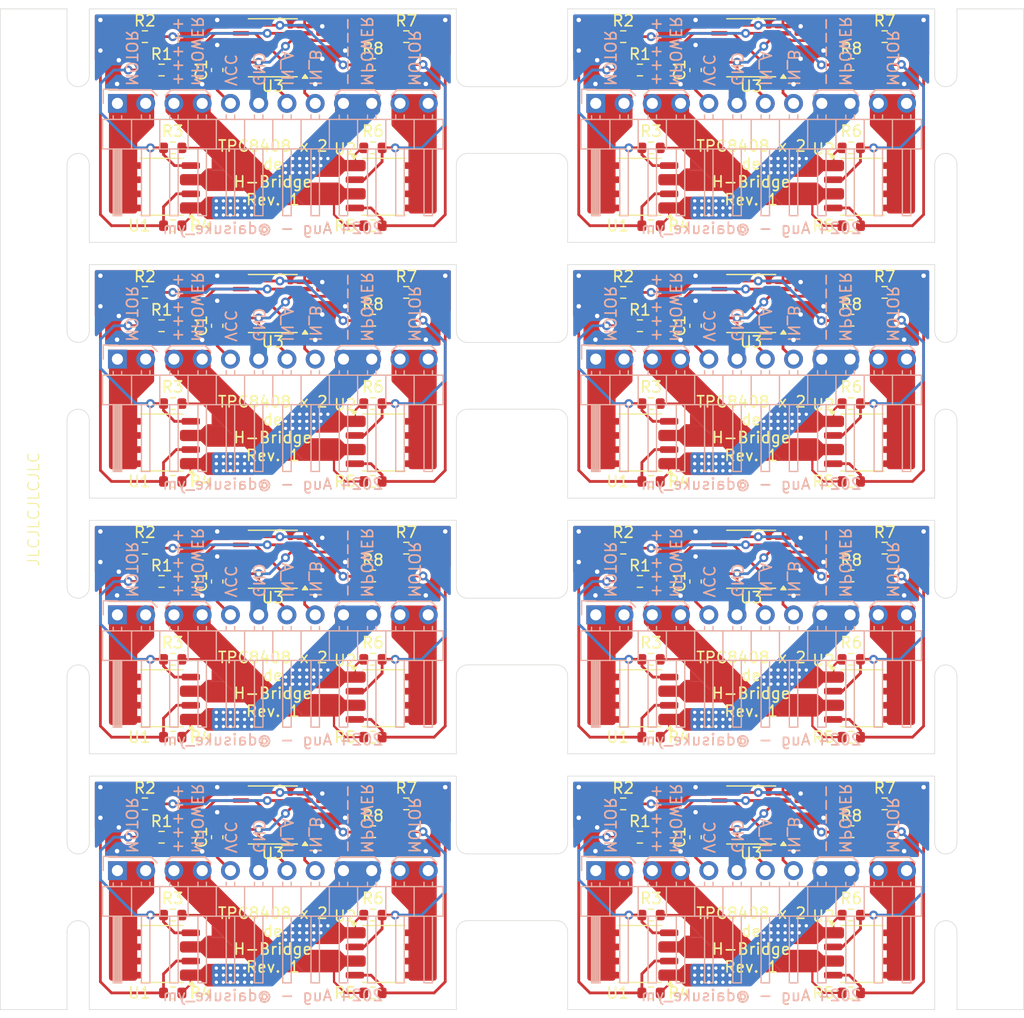
<source format=kicad_pcb>
(kicad_pcb (version 20221018) (generator pcbnew)
  (layers (0 "F.Cu" signal) (31 "B.Cu" signal) (34 "B.Paste" user) (35 "F.Paste" user) (36 "B.SilkS" user "B.Silkscreen") (37 "F.SilkS" user "F.Silkscreen") (38 "B.Mask" user) (39 "F.Mask" user) (44 "Edge.Cuts" user))
  (net 0 "")
  (net 1 "VCC")
  (net 2 "GND")
  (net 3 "/IN_A")
  (net 4 "/IN_B")
  (net 5 "/M1")
  (net 6 "/M2")
  (net 7 "Net-(U1-PG)")
  (net 8 "Net-(U1-NG)")
  (net 9 "Net-(U2-PG)")
  (net 10 "Net-(U2-NG)")
  (net 11 "/P1")
  (net 12 "/P2")
  (net 13 "/VM2")
  (net 14 "/VM1")
  (net 15 "Net-(U3-Pad3)")
  (net 16 "Net-(U3-Pad10)")
  (footprint "MyLib:CuttingHole_0.8" (layer "F.Cu") (at 121 109.5)
    (fp_text reference "CH**" hide)
    (fp_text value "CuttingHole_0.8" hide)
  )
  (footprint "Resistor_SMD:R_0603_1608Metric" (layer "F.Cu") (at 128 104.5)
    (fp_text reference "R1")
    (fp_text value "20")
  )
  (footprint "Package_SO:TSSOP-14_4.4x5mm_P0.65mm" (layer "F.Cu") (at 181 56.5 180)
    (fp_text reference "U3")
    (fp_text value "74HC00")
  )
  (footprint "MyLib:CuttingHole_0.8" (layer "F.Cu") (at 164 111.5)
    (fp_text reference "CH**" hide)
    (fp_text value "CuttingHole_0.8" hide)
  )
  (footprint "MyLib:CuttingHole_0.8" (layer "F.Cu") (at 164 109.5)
    (fp_text reference "CH**" hide)
    (fp_text value "CuttingHole_0.8" hide)
  )
  (footprint "Resistor_SMD:R_0603_1608Metric" (layer "F.Cu") (at 169.5 55.5)
    (fp_text reference "R2")
    (fp_text value "20")
  )
  (footprint "MyLib:CuttingHole_0.8" (layer "F.Cu") (at 198 83.5)
    (fp_text reference "CH**" hide)
    (fp_text value "CuttingHole_0.8" hide)
  )
  (footprint "MyLib:CuttingHole_0.8" (layer "F.Cu") (at 164 64.5)
    (fp_text reference "CH**" hide)
    (fp_text value "CuttingHole_0.8" hide)
  )
  (footprint "MyLib:CuttingHole_0.8" (layer "F.Cu") (at 164 62.5)
    (fp_text reference "CH**" hide)
    (fp_text value "CuttingHole_0.8" hide)
  )
  (footprint "MyLib:CuttingHole_0.8" (layer "F.Cu") (at 164 38.5)
    (fp_text reference "CH**" hide)
    (fp_text value "CuttingHole_0.8" hide)
  )
  (footprint "Capacitor_SMD:C_0603_1608Metric" (layer "F.Cu") (at 176 81.5 90)
    (fp_text reference "C1")
    (fp_text value "0.1u")
  )
  (footprint "Resistor_SMD:R_0603_1608Metric" (layer "F.Cu") (at 147 72.5 180)
    (fp_text reference "R5")
    (fp_text value "2k2")
  )
  (footprint "MyLib:CuttingHole_0.8" (layer "F.Cu") (at 155 111.5)
    (fp_text reference "CH**" hide)
    (fp_text value "CuttingHole_0.8" hide)
  )
  (footprint "MyLib:CuttingHole_0.8" (layer "F.Cu") (at 121 110.5)
    (fp_text reference "CH**" hide)
    (fp_text value "CuttingHole_0.8" hide)
  )
  (footprint "Resistor_SMD:R_0603_1608Metric" (layer "F.Cu") (at 147 65.5 180)
    (fp_text reference "R6")
    (fp_text value "2k2")
  )
  (footprint "Package_SO:TSSOP-14_4.4x5mm_P0.65mm" (layer "F.Cu") (at 138 33.5 180)
    (fp_text reference "U3")
    (fp_text value "74HC00")
  )
  (footprint "MyLib:CuttingHole_0.8" (layer "F.Cu") (at 164 37.5)
    (fp_text reference "CH**" hide)
    (fp_text value "CuttingHole_0.8" hide)
  )
  (footprint "Resistor_SMD:R_0603_1608Metric" (layer "F.Cu") (at 190 35)
    (fp_text reference "R8")
    (fp_text value "20")
  )
  (footprint "Resistor_SMD:R_0603_1608Metric" (layer "F.Cu") (at 190 95.5 180)
    (fp_text reference "R5")
    (fp_text value "2k2")
  )
  (footprint "Resistor_SMD:R_0603_1608Metric" (layer "F.Cu") (at 172 49.5)
    (fp_text reference "R4")
    (fp_text value "2k2")
  )
  (footprint "Package_SO:TSSOP-14_4.4x5mm_P0.65mm" (layer "F.Cu") (at 181 33.5 180)
    (fp_text reference "U3")
    (fp_text value "74HC00")
  )
  (footprint "Package_SO:SOP-8_3.9x4.9mm_P1.27mm" (layer "F.Cu") (at 128 115 180)
    (fp_text reference "U1")
    (fp_text value "TPC8408")
  )
  (footprint "MyLib:CuttingHole_0.8" (layer "F.Cu") (at 164 85.5)
    (fp_text reference "CH**" hide)
    (fp_text value "CuttingHole_0.8" hide)
  )
  (footprint "MyLib:CuttingHole_0.8" (layer "F.Cu") (at 164 83.5)
    (fp_text reference "CH**" hide)
    (fp_text value "CuttingHole_0.8" hide)
  )
  (footprint "MyLib:CuttingHole_0.8" (layer "F.Cu") (at 155 88.5)
    (fp_text reference "CH**" hide)
    (fp_text value "CuttingHole_0.8" hide)
  )
  (footprint "Resistor_SMD:R_0603_1608Metric" (layer "F.Cu") (at 147 58)
    (fp_text reference "R8")
    (fp_text value "20")
  )
  (footprint "Capacitor_SMD:C_0603_1608Metric" (layer "F.Cu") (at 133 35.5 90)
    (fp_text reference "C1")
    (fp_text value "0.1u")
  )
  (footprint "Package_SO:TSSOP-14_4.4x5mm_P0.65mm" (layer "F.Cu") (at 181 102.5 180)
    (fp_text reference "U3")
    (fp_text value "74HC00")
  )
  (footprint "MyLib:CuttingHole_0.8" (layer "F.Cu") (at 121 62.5)
    (fp_text reference "CH**" hide)
    (fp_text value "CuttingHole_0.8" hide)
  )
  (footprint "Resistor_SMD:R_0603_1608Metric" (layer "F.Cu") (at 190 111.5 180)
    (fp_text reference "R6")
    (fp_text value "2k2")
  )
  (footprint "Resistor_SMD:R_0603_1608Metric" (layer "F.Cu") (at 190 118.5 180)
    (fp_text reference "R5")
    (fp_text value "2k2")
  )
  (footprint "MyLib:CuttingHole_0.8" (layer "F.Cu") (at 164 61.5)
    (fp_text reference "CH**" hide)
    (fp_text value "CuttingHole_0.8" hide)
  )
  (footprint "MyLib:CuttingHole_0.8" (layer "F.Cu") (at 121 64.5)
    (fp_text reference "CH**" hide)
    (fp_text value "CuttingHole_0.8" hide)
  )
  (footprint "Resistor_SMD:R_0603_1608Metric" (layer "F.Cu") (at 190 49.5 180)
    (fp_text reference "R5")
    (fp_text value "2k2")
  )
  (footprint "MyLib:CuttingHole_0.8" (layer "F.Cu") (at 155 60.5)
    (fp_text reference "CH**" hide)
    (fp_text value "CuttingHole_0.8" hide)
  )
  (footprint "MyLib:CuttingHole_0.8" (layer "F.Cu") (at 198 42.5)
    (fp_text reference "CH**" hide)
    (fp_text value "CuttingHole_0.8" hide)
  )
  (footprint "Resistor_SMD:R_0603_1608Metric" (layer "F.Cu") (at 172 95.5)
    (fp_text reference "R4")
    (fp_text value "2k2")
  )
  (footprint "MyLib:CuttingHole_0.8" (layer "F.Cu") (at 198 86.5)
    (fp_text reference "CH**" hide)
    (fp_text value "CuttingHole_0.8" hide)
  )
  (footprint "Resistor_SMD:R_0603_1608Metric" (layer "F.Cu") (at 147 42.5 180)
    (fp_text reference "R6")
    (fp_text value "2k2")
  )
  (footprint "Capacitor_SMD:C_0603_1608Metric" (layer "F.Cu") (at 133 58.5 90)
    (fp_text reference "C1")
    (fp_text value "0.1u")
  )
  (footprint "MyLib:CuttingHole_0.8" (layer "F.Cu") (at 198 85.5)
    (fp_text reference "CH**" hide)
    (fp_text value "CuttingHole_0.8" hide)
  )
  (footprint "MyLib:CuttingHole_0.8" (layer "F.Cu") (at 164 41.5)
    (fp_text reference "CH**" hide)
    (fp_text value "CuttingHole_0.8" hide)
  )
  (footprint "MyLib:CuttingHole_0.8" (layer "F.Cu") (at 121 83.5)
    (fp_text reference "CH**" hide)
    (fp_text value "CuttingHole_0.8" hide)
  )
  (footprint "Resistor_SMD:R_0603_1608Metric" (layer "F.Cu") (at 172 88.5 180)
    (fp_text reference "R3")
    (fp_text value "2k2")
  )
  (footprint "MyLib:CuttingHole_0.8" (layer "F.Cu") (at 121 107.5)
    (fp_text reference "CH**" hide)
    (fp_text value "CuttingHole_0.8" hide)
  )
  (footprint "MyLib:CuttingHole_0.8" (layer "F.Cu") (at 198 106.5)
    (fp_text reference "CH**" hide)
    (fp_text value "CuttingHole_0.8" hide)
  )
  (footprint "MyLib:CuttingHole_0.8" (layer "F.Cu") (at 155 37.5)
    (fp_text reference "CH**" hide)
    (fp_text value "CuttingHole_0.8" hide)
  )
  (footprint "MyLib:CuttingHole_0.8" (layer "F.Cu") (at 164 42.5)
    (fp_text reference "CH**" hide)
    (fp_text value "CuttingHole_0.8" hide)
  )
  (footprint "MyLib:CuttingHole_0.8" (layer "F.Cu") (at 198 65.5)
    (fp_text reference "CH**" hide)
    (fp_text value "CuttingHole_0.8" hide)
  )
  (footprint "MyLib:CuttingHole_0.8" (layer "F.Cu") (at 198 109.5)
    (fp_text reference "CH**" hide)
    (fp_text value "CuttingHole_0.8" hide)
  )
  (footprint "MyLib:CuttingHole_0.8" (layer "F.Cu") (at 155 86.5)
    (fp_text reference "CH**" hide)
    (fp_text value "CuttingHole_0.8" hide)
  )
  (footprint "MyLib:CuttingHole_0.8" (layer "F.Cu") (at 155 109.5)
    (fp_text reference "CH**" hide)
    (fp_text value "CuttingHole_0.8" hide)
  )
  (footprint "Resistor_SMD:R_0603_1608Metric" (layer "F.Cu") (at 150 101.5)
    (fp_text reference "R7")
    (fp_text value "20")
  )
  (footprint "MyLib:CuttingHole_0.8" (layer "F.Cu") (at 155 85.5)
    (fp_text reference "CH**" hide)
    (fp_text value "CuttingHole_0.8" hide)
  )
  (footprint "Resistor_SMD:R_0603_1608Metric" (layer "F.Cu") (at 147 35)
    (fp_text reference "R8")
    (fp_text value "20")
  )
  (footprint "Resistor_SMD:R_0603_1608Metric" (layer "F.Cu") (at 169.5 101.5)
    (fp_text reference "R2")
    (fp_text value "20")
  )
  (footprint "Resistor_SMD:R_0603_1608Metric" (layer "F.Cu") (at 172 72.5)
    (fp_text reference "R4")
    (fp_text value "2k2")
  )
  (footprint "MyLib:CuttingHole_0.8" (layer "F.Cu") (at 198 37.5)
    (fp_text reference "CH**" hide)
    (fp_text value "CuttingHole_0.8" hide)
  )
  (footprint "Resistor_SMD:R_0603_1608Metric" (layer "F.Cu") (at 169.5 78.5)
    (fp_text reference "R2")
    (fp_text value "20")
  )
  (footprint "MyLib:CuttingHole_0.8" (layer "F.Cu") (at 198 64.5)
    (fp_text reference "CH**" hide)
    (fp_text value "CuttingHole_0.8" hide)
  )
  (footprint "Resistor_SMD:R_0603_1608Metric" (layer "F.Cu") (at 126.5 78.5)
    (fp_text reference "R2")
    (fp_text value "20")
  )
  (footprint "Resistor_SMD:R_0603_1608Metric" (layer "F.Cu") (at 126.5 32.5)
    (fp_text reference "R2")
    (fp_text value "20")
  )
  (footprint "MyLib:CuttingHole_0.8" (layer "F.Cu") (at 121 85.5)
    (fp_text reference "CH**" hide)
    (fp_text value "CuttingHole_0.8" hide)
  )
  (footprint "Resistor_SMD:R_0603_1608Metric" (layer "F.Cu") (at 193 101.5)
    (fp_text reference "R7")
    (fp_text value "20")
  )
  (footprint "Package_SO:SOP-8_3.9x4.9mm_P1.27mm" (layer "F.Cu") (at 128 46 180)
    (fp_text reference "U1")
    (fp_text value "TPC8408")
  )
  (footprint "MyLib:CuttingHole_0.8" (layer "F.Cu") (at 164 39.5)
    (fp_text reference "CH**" hide)
    (fp_text value "CuttingHole_0.8" hide)
  )
  (footprint "Package_SO:SOP-8_3.9x4.9mm_P1.27mm" (layer "F.Cu") (at 128 69 180)
    (fp_text reference "U1")
    (fp_text value "TPC8408")
  )
  (footprint "MyLib:CuttingHole_0.8" (layer "F.Cu") (at 155 110.5)
    (fp_text reference "CH**" hide)
    (fp_text value "CuttingHole_0.8" hide)
  )
  (footprint "Resistor_SMD:R_0603_1608Metric" (layer "F.Cu") (at 172 65.5 180)
    (fp_text reference "R3")
    (fp_text value "2k2")
  )
  (footprint "Resistor_SMD:R_0603_1608Metric" (layer "F.Cu") (at 129 49.5)
    (fp_text reference "R4")
    (fp_text value "2k2")
  )
  (footprint "MyLib:CuttingHole_0.8" (layer "F.Cu") (at 155 64.5)
    (fp_text reference "CH**" hide)
    (fp_text value "CuttingHole_0.8" hide)
  )
  (footprint "Package_SO:TSSOP-14_4.4x5mm_P0.65mm" (layer "F.Cu") (at 181 79.5 180)
    (fp_text reference "U3")
    (fp_text value "74HC00")
  )
  (footprint "Package_SO:SOP-8_3.9x4.9mm_P1.27mm" (layer "F.Cu") (at 171 69 180)
    (fp_text reference "U1")
    (fp_text value "TPC8408")
  )
  (footprint "Resistor_SMD:R_0603_1608Metric" (layer "F.Cu") (at 128 35.5)
    (fp_text reference "R1")
    (fp_text value "20")
  )
  (footprint "Resistor_SMD:R_0603_1608Metric" (layer "F.Cu") (at 147 111.5 180)
    (fp_text reference "R6")
    (fp_text value "2k2")
  )
  (footprint "MyLib:CuttingHole_0.8" (layer "F.Cu") (at 198 111.5)
    (fp_text reference "CH**" hide)
    (fp_text value "CuttingHole_0.8" hide)
  )
  (footprint "Package_SO:SOP-8_3.9x4.9mm_P1.27mm" (layer "F.Cu") (at 191 69)
    (fp_text reference "U2")
    (fp_text value "TPC8408")
  )
  (footprint "Package_SO:SOP-8_3.9x4.9mm_P1.27mm" (layer "F.Cu") (at 171 46 180)
    (fp_text reference "U1")
    (fp_text value "TPC8408")
  )
  (footprint "MountingHole:MountingHole_2.1mm" (layer "F.Cu") (at 202.5 33)
    (fp_text reference "REF**" hide)
    (fp_text value "MountingHole_2.1mm" hide)
  )
  (footprint "MyLib:CuttingHole_0.8" (layer "F.Cu") (at 121 40.5)
    (fp_text reference "CH**" hide)
    (fp_text value "CuttingHole_0.8" hide)
  )
  (footprint "MyLib:CuttingHole_0.8" (layer "F.Cu") (at 121 65.5)
    (fp_text reference "CH**" hide)
    (fp_text value "CuttingHole_0.8" hide)
  )
  (footprint "Resistor_SMD:R_0603_1608Metric" (layer "F.Cu") (at 190 81)
    (fp_text reference "R8")
    (fp_text value "20")
  )
  (footprint "MyLib:CuttingHole_0.8" (layer "F.Cu") (at 121 60.5)
    (fp_text reference "CH**" hide)
    (fp_text value "CuttingHole_0.8" hide)
  )
  (footprint "MyLib:CuttingHole_0.8" (layer "F.Cu") (at 155 87.5)
    (fp_text reference "CH**" hide)
    (fp_text value "CuttingHole_0.8" hide)
  )
  (footprint "MyLib:CuttingHole_0.8" (layer "F.Cu") (at 155 107.5)
    (fp_text reference "CH**" hide)
    (fp_text value "CuttingHole_0.8" hide)
  )
  (footprint "MyLib:CuttingHole_0.8" (layer "F.Cu") (at 164 60.5)
    (fp_text reference "CH**" hide)
    (fp_text value "CuttingHole_0.8" hide)
  )
  (footprint "MyLib:CuttingHole_0.8" (layer "F.Cu") (at 155 62.5)
    (fp_text reference "CH**" hide)
    (fp_text value "CuttingHole_0.8" hide)
  )
  (footprint "MyLib:CuttingHole_0.8" (layer "F.Cu") (at 121 39.5)
    (fp_text reference "CH**" hide)
    (fp_text value "CuttingHole_0.8" hide)
  )
  (footprint "Resistor_SMD:R_0603_1608Metric" (layer "F.Cu") (at 150 32.5)
    (fp_text reference "R7")
    (fp_text value "20")
  )
  (footprint "MyLib:CuttingHole_0.8" (layer "F.Cu") (at 198 107.5)
    (fp_text reference "CH**" hide)
    (fp_text value "CuttingHole_0.8" hide)
  )
  (footprint "Capacitor_SMD:C_0603_1608Metric" (layer "F.Cu") (at 133 104.5 90)
    (fp_text reference "C1")
    (fp_text value "0.1u")
  )
  (footprint "Resistor_SMD:R_0603_1608Metric" (layer "F.Cu") (at 190 58)
    (fp_text reference "R8")
    (fp_text value "20")
  )
  (footprint "Resistor_SMD:R_0603_1608Metric" (layer "F.Cu") (at 190 104)
    (fp_text reference "R8")
    (fp_text value "20")
  )
  (footprint "MyLib:CuttingHole_0.8" (layer "F.Cu") (at 121 38.5)
    (fp_text reference "CH**" hide)
    (fp_text value "CuttingHole_0.8" hide)
  )
  (footprint "MyLib:CuttingHole_0.8" (layer "F.Cu") (at 164 65.5)
    (fp_text reference "CH**" hide)
    (fp_text value "CuttingHole_0.8" hide)
  )
  (footprint "MyLib:CuttingHole_0.8" (layer "F.Cu") (at 155 63.5)
    (fp_text reference "CH**" hide)
    (fp_text value "CuttingHole_0.8" hide)
  )
  (footprint "Package_SO:TSSOP-14_4.4x5mm_P0.65mm" (layer "F.Cu") (at 138 102.5 180)
    (fp_text reference "U3")
    (fp_text value "74HC00")
  )
  (footprint "Resistor_SMD:R_0603_1608Metric" (layer "F.Cu") (at 190 72.5 180)
    (fp_text reference "R5")
    (fp_text value "2k2")
  )
  (footprint "MyLib:CuttingHole_0.8" (layer "F.Cu") (at 155 38.5)
    (fp_text reference "CH**" hide)
    (fp_text value "CuttingHole_0.8" hide)
  )
  (footprint "Package_SO:TSSOP-14_4.4x5mm_P0.65mm" (layer "F.Cu") (at 138 79.5 180)
    (fp_text reference "U3")
    (fp_text value "74HC00")
  )
  (footprint "Package_SO:SOP-8_3.9x4.9mm_P1.27mm" (layer "F.Cu") (at 191 115)
    (fp_text reference "U2")
    (fp_text value "TPC8408")
  )
  (footprint "MyLib:CuttingHole_0.8" (layer "F.Cu") (at 155 41.5)
    (fp_text reference "CH**" hide)
    (fp_text value "CuttingHole_0.8" hide)
  )
  (footprint "MyLib:CuttingHole_0.8" (layer "F.Cu") (at 155 84.5)
    (fp_text reference "CH**" hide)
    (fp_text value "CuttingHole_0.8" hide)
  )
  (footprint "MyLib:CuttingHole_0.8" (layer "F.Cu") (at 155 61.5)
    (fp_text reference "CH**" hide)
    (fp_text value "CuttingHole_0.8" hide)
  )
  (footprint "MyLib:CuttingHole_0.8" (layer "F.Cu") (at 198 62.5)
    (fp_text reference "CH**" hide)
    (fp_text value "CuttingHole_0.8" hide)
  )
  (footprint "Resistor_SMD:R_0603_1608Metric" (layer "F.Cu") (at 172 42.5 180)
    (fp_text reference "R3")
    (fp_text value "2k2")
  )
  (footprint "MyLib:CuttingHole_0.8" (layer "F.Cu") (at 155 40.5)
    (fp_text reference "CH**" hide)
    (fp_text value "CuttingHole_0.8" hide)
  )
  (footprint "Resistor_SMD:R_0603_1608Metric" (layer "F.Cu") (at 126.5 101.5)
    (fp_text reference "R2")
    (fp_text value "20")
  )
  (footprint "MyLib:CuttingHole_0.8" (layer "F.Cu") (at 198 110.5)
    (fp_text reference "CH**" hide)
    (fp_text value "CuttingHole_0.8" hide)
  )
  (footprint "MyLib:CuttingHole_0.8" (layer "F.Cu") (at 198 41.5)
    (fp_text reference "CH**" hide)
    (fp_text value "CuttingHole_0.8" hide)
  )
  (footprint "Package_SO:SOP-8_3.9x4.9mm_P1.27mm" (layer "F.Cu") (at 191 92)
    (fp_text reference "U2")
    (fp_text value "TPC8408")
  )
  (footprint "MyLib:CuttingHole_0.8" (layer "F.Cu") (at 121 37.5)
    (fp_text reference "CH**" hide)
    (fp_text value "CuttingHole_0.8" hide)
  )
  (footprint "MyLib:CuttingHole_0.8" (layer "F.Cu") (at 121 106.5)
    (fp_text reference "CH**" hide)
    (fp_text value "CuttingHole_0.8" hide)
  )
  (footprint "Resistor_SMD:R_0603_1608Metric" (layer "F.Cu") (at 171 81.5)
    (fp_text reference "R1")
    (fp_text value "20")
  )
  (footprint "MyLib:CuttingHole_0.8" (layer "F.Cu") (at 164 110.5)
    (fp_text reference "CH**" hide)
    (fp_text value "CuttingHole_0.8" hide)
  )
  (footprint "MyLib:CuttingHole_0.8" (layer "F.Cu") (at 164 86.5)
    (fp_text reference "CH**" hide)
    (fp_text value "CuttingHole_0.8" hide)
  )
  (footprint "Capacitor_SMD:C_0603_1608Metric" (layer "F.Cu") (at 176 35.5 90)
    (fp_text reference "C1")
    (fp_text value "0.1u")
  )
  (footprint "Resistor_SMD:R_0603_1608Metric" (layer "F.Cu") (at 193 55.5)
    (fp_text reference "R7")
    (fp_text value "20")
  )
  (footprint "MyLib:CuttingHole_0.8" (layer "F.Cu") (at 121 41.5)
    (fp_text reference "CH**" hide)
    (fp_text value "CuttingHole_0.8" hide)
  )
  (footprint "Package_SO:SOP-8_3.9x4.9mm_P1.27mm" (layer "F.Cu") (at 148 46)
    (fp_text reference "U2")
    (fp_text value "TPC8408")
  )
  (footprint "Resistor_SMD:R_0603_1608Metric" (layer "F.Cu") (at 129 118.5)
    (fp_text reference "R4")
    (fp_text value "2k2")
  )
  (footprint "Resistor_SMD:R_0603_1608Metric" (layer "F.Cu") (at 150 55.5)
    (fp_text reference "R7")
    (fp_text value "20")
  )
  (footprint "Resistor_SMD:R_0603_1608Metric" (layer "F.Cu") (at 147 95.5 180)
    (fp_text reference "R5")
    (fp_text value "2k2")
  )
  (footprint "Resistor_SMD:R_0603_1608Metric" (layer "F.Cu") (at 129 111.5 180)
    (fp_text reference "R3")
    (fp_text value "2k2")
  )
  (footprint "Resistor_SMD:R_0603_1608Metric" (layer "F.Cu") (at 147 81)
    (fp_text reference "R8")
    (fp_text value "20")
  )
  (footprint "Resistor_SMD:R_0603_1608Metric" (layer "F.Cu") (at 172 118.5)
    (fp_text reference "R4")
    (fp_text value "2k2")
  )
  (footprint "Capacitor_SMD:C_0603_1608Metric" (layer "F.Cu") (at 133 81.5 90)
    (fp_text reference "C1")
    (fp_text value "0.1u")
  )
  (footprint "MyLib:CuttingHole_0.8" (layer "F.Cu") (at 198 63.5)
    (fp_text reference "CH**" hide)
    (fp_text value "CuttingHole_0.8" hide)
  )
  (footprint "MyLib:CuttingHole_0.8" (layer "F.Cu") (at 164 106.5)
    (fp_text reference "CH**" hide)
    (fp_text value "CuttingHole_0.8" hide)
  )
  (footprint "Package_SO:SOP-8_3.9x4.9mm_P1.27mm" (layer "F.Cu") (at 171 92 180)
    (fp_text reference "U1")
    (fp_text value "TPC8408")
  )
  (footprint "MyLib:CuttingHole_0.8" (layer "F.Cu") (at 121 108.5)
    (fp_text reference "CH**" hide)
    (fp_text value "CuttingHole_0.8" hide)
  )
  (footprint "Resistor_SMD:R_0603_1608Metric" (layer "F.Cu") (at 129 95.5)
    (fp_text reference "R4")
    (fp_text value "2k2")
  )
  (footprint "Resistor_SMD:R_0603_1608Metric" (layer "F.Cu") (at 171 58.5)
    (fp_text reference "R1")
    (fp_text value "20")
  )
  (footprint "Resistor_SMD:R_0603_1608Metric" (layer "F.Cu") (at 190 88.5 180)
    (fp_text reference "R6")
    (fp_text value "2k2")
  )
  (footprint "MyLib:CuttingHole_0.8" (layer "F.Cu") (at 121 84.5)
    (fp_text reference "CH**" hide)
    (fp_text value "CuttingHole_0.8" hide)
  )
  (footprint "MyLib:CuttingHole_0.8" (layer "F.Cu") (at 198 84.5)
    (fp_text reference "CH**" hide)
    (fp_text value "CuttingHole_0.8" hide)
  )
  (footprint "Resistor_SMD:R_0603_1608Metric" (layer "F.Cu") (at 129 88.5 180)
    (fp_text reference "R3")
    (fp_text value "2k2")
  )
  (footprint "Package_SO:SOP-8_3.9x4.9mm_P1.27mm" (layer "F.Cu") (at 171 115 180)
    (fp_text reference "U1")
    (fp_text value "TPC8408")
  )
  (footprint "Capacitor_SMD:C_0603_1608Metric" (layer "F.Cu") (at 176 104.5 90)
    (fp_text reference "C1")
    (fp_text value "0.1u")
  )
  (footprint "MyLib:CuttingHole_0.8" (layer "F.Cu") (at 155 39.5)
    (fp_text reference "CH**" hide)
    (fp_text value "CuttingHole_0.8" hide)
  )
  (footprint "Resistor_SMD:R_0603_1608Metric" (layer "F.Cu") (at 171 104.5)
    (fp_text reference "R1")
    (fp_text value "20")
  )
  (footprint "Resistor_SMD:R_0603_1608Metric" (layer "F.Cu") (at 190 42.5 180)
    (fp_text reference "R6")
    (fp_text value "2k2")
  )
  (footprint "Resistor_SMD:R_0603_1608Metric" (layer "F.Cu") (at 126.5 55.5)
    (fp_text reference "R2")
    (fp_text value "20")
  )
  (footprint "MyLib:CuttingHole_0.8" (layer "F.Cu") (at 121 42.5)
    (fp_text reference "CH**" hide)
    (fp_text value "CuttingHole_0.8" hide)
  )
  (footprint "Resistor_SMD:R_0603_1608Metric" (layer "F.Cu") (at 147 118.5 180)
    (fp_text reference "R5")
    (fp_text value "2k2")
  )
  (footprint "MyLib:CuttingHole_0.8" (layer "F.Cu") (at 121 61.5)
    (fp_text reference "CH**" hide)
    (fp_text value "CuttingHole_0.8" hide)
  )
  (footprint "MyLib:CuttingHole_0.8" (layer "F.Cu") (at 121 111.5)
    (fp_text reference "CH**" hide)
    (fp_text value "CuttingHole_0.8" hide)
  )
  (footprint "MyLib:CuttingHole_0.8" (layer "F.Cu") (at 164 108.5)
    (fp_text reference "CH**" hide)
    (fp_text value "CuttingHole_0.8" hide)
  )
  (footprint "Package_SO:SOP-8_3.9x4.9mm_P1.27mm" (layer "F.Cu") (at 148 115)
    (fp_text reference "U2")
    (fp_text value "TPC8408")
  )
  (footprint "Resistor_SMD:R_0603_1608Metric" (layer "F.Cu") (at 193 78.5)
    (fp_text reference "R7")
    (fp_text value "20")
  )
  (footprint "MyLib:CuttingHole_0.8" (layer "F.Cu") (at 164 63.5)
    (fp_text reference "CH**" hide)
    (fp_text value "CuttingHole_0.8" hide)
  )
  (footprint "Resistor_SMD:R_0603_1608Metric" (layer "F.Cu") (at 147 49.5 180)
    (fp_text reference "R5")
    (fp_text value "2k2")
  )
  (footprint "Resistor_SMD:R_0603_1608Metric" (layer "F.Cu") (at 169.5 32.5)
    (fp_text reference "R2")
    (fp_text value "20")
  )
  (footprint "Resistor_SMD:R_0603_1608Metric" (layer "F.Cu") (at 147 104)
    (fp_text reference "R8")
    (fp_text value "20")
  )
  (footprint "MyLib:CuttingHole_0.8" (layer "F.Cu") (at 155 108.5)
    (fp_text reference "CH**" hide)
    (fp_text value "CuttingHole_0.8" hide)
  )
  (footprint "Resistor_SMD:R_0603_1608Metric" (layer "F.Cu") (at 193 32.5)
    (fp_text reference "R7")
    (fp_text value "20")
  )
  (footprint "MyLib:CuttingHole_0.8" (layer "F.Cu") (at 198 39.5)
    (fp_text reference "CH**" hide)
    (fp_text value "CuttingHole_0.8" hide)
  )
  (footprint "MyLib:CuttingHole_0.8" (layer "F.Cu") (at 164 88.5)
    (fp_text reference "CH**" hide)
    (fp_text value "CuttingHole_0.8" hide)
  )
  (footprint "MyLib:CuttingHole_0.8" (layer "F.Cu") (at 198 60.5)
    (fp_text reference "CH**" hide)
    (fp_text value "CuttingHole_0.8" hide)
  )
  (footprint "Package_SO:TSSOP-14_4.4x5mm_P0.65mm" (layer "F.Cu") (at 138 56.5 180)
    (fp_text reference "U3")
    (fp_text value "74HC00")
  )
  (footprint "Resistor_SMD:R_0603_1608Metric" (layer "F.Cu") (at 129 65.5 180)
    (fp_text reference "R3")
    (fp_text value "2k2")
  )
  (footprint "MyLib:CuttingHole_0.8" (layer "F.Cu") (at 155 65.5)
    (fp_text reference "CH**" hide)
    (fp_text value "CuttingHole_0.8" hide)
  )
  (footprint "MyLib:CuttingHole_0.8" (layer "F.Cu") (at 121 63.5)
    (fp_text reference "CH**" hide)
    (fp_text value "CuttingHole_0.8" hide)
  )
  (footprint "MyLib:CuttingHole_0.8" (layer "F.Cu") (at 164 40.5)
    (fp_text reference "CH**" hide)
    (fp_text value "CuttingHole_0.8" hide)
  )
  (footprint "Package_SO:SOP-8_3.9x4.9mm_P1.27mm" (layer "F.Cu") (at 148 92)
    (fp_text reference "U2")
    (fp_text value "TPC8408")
  )
  (footprint "MyLib:CuttingHole_0.8" (layer "F.Cu") (at 164 107.5)
    (fp_text reference "CH**" hide)
    (fp_text value "CuttingHole_0.8" hide)
  )
  (footprint "Resistor_SMD:R_0603_1608Metric" (layer "F.Cu") (at 129 72.5)
    (fp_text reference "R4")
    (fp_text value "2k2")
  )
  (footprint "MyLib:CuttingHole_0.8" (layer "F.Cu") (at 198 88.5)
    (fp_text reference "CH**" hide)
    (fp_text value "CuttingHole_0.8" hide)
  )
  (footprint "Resistor_SMD:R_0603_1608Metric" (layer "F.Cu") (at 171 35.5)
    (fp_text reference "R1")
    (fp_text value "20")
  )
  (footprint "Package_SO:SOP-8_3.9x4.9mm_P1.27mm" (layer "F.Cu") (at 148 69)
    (fp_text reference "U2")
    (fp_text value "TPC8408")
  )
  (footprint "MyLib:CuttingHole_0.8" (layer "F.Cu") (at 198 87.5)
    (fp_text reference "CH**" hide)
    (fp_text value "CuttingHole_0.8" hide)
  )
  (footprint "MyLib:CuttingHole_0.8" (layer "F.Cu") (at 155 42.5)
    (fp_text reference "CH**" hide)
    (fp_text value "CuttingHole_0.8" hide)
  )
  (footprint "Resistor_SMD:R_0603_1608Metric" (layer "F.Cu") (at 129 42.5 180)
    (fp_text reference "R3")
    (fp_text value "2k2")
  )
  (footprint "MyLib:CuttingHole_0.8" (layer "F.Cu") (at 164 87.5)
    (fp_text reference "CH**" hide)
    (fp_text value "CuttingHole_0.8" hide)
  )
  (footprint "MyLib:CuttingHole_0.8" (layer "F.Cu") (at 198 61.5)
    (fp_text reference "CH**" hide)
    (fp_text value "CuttingHole_0.8" hide)
  )
  (footprint "MyLib:CuttingHole_0.8" (layer "F.Cu") (at 198 38.5)
    (fp_text reference "CH**" hide)
    (fp_text value "CuttingHole_0.8" hide)
  )
  (footprint "Package_SO:SOP-8_3.9x4.9mm_P1.27mm" (layer "F.Cu") (at 191 46)
    (fp_text reference "U2")
    (fp_text value "TPC8408")
  )
  (footprint "Capacitor_SMD:C_0603_1608Metric" (layer "F.Cu") (at 176 58.5 90)
    (fp_text reference "C1")
    (fp_text value "0.1u")
  )
  (footprint "Resistor_SMD:R_0603_1608Metric" (layer "F.Cu") (at 147 88.5 180)
    (fp_text reference "R6")
    (fp_text value "2k2")
  )
  (footprint "Package_SO:SOP-8_3.9x4.9mm_P1.27mm" (layer "F.Cu") (at 128 92 180)
    (fp_text reference "U1")
    (fp_text value "TPC8408")
  )
  (footprint "MountingHole:MountingHole_2.1mm" (layer "F.Cu") (at 116.5 33)
    (fp_text reference "REF**" hide)
    (fp_text value "MountingHole_2.1mm" hide)
  )
  (footprint "MyLib:CuttingHole_0.8" (layer "F.Cu") (at 198 108.5)
    (fp_text reference "CH**" hide)
    (fp_text value "CuttingHole_0.8" hide)
  )
  (footprint "MyLib:CuttingHole_0.8" (layer "F.Cu") (at 155 83.5)
    (fp_text reference "CH**" hide)
    (fp_text value "CuttingHole_0.8" hide)
  )
  (footprint "Resistor_SMD:R_0603_1608Metric" (layer "F.Cu") (at 128 81.5)
    (fp_text reference "R1")
    (fp_text value "20")
  )
  (footprint "MyLib:CuttingHole_0.8" (layer "F.Cu") (at 121 88.5)
    (fp_text reference "CH**" hide)
    (fp_text value "CuttingHole_0.8" hide)
  )
  (footprint "MyLib:CuttingHole_0.8" (layer "F.Cu") (at 121 87.5)
    (fp_text reference "CH**" hide)
    (fp_text value "CuttingHole_0.8" hide)
  )
  (footprint "MyLib:CuttingHole_0.8" (layer "F.Cu") (at 155 106.5)
    (fp_text reference "CH**" hide)
    (fp_text value "CuttingHole_0.8" hide)
  )
  (footprint "Resistor_SMD:R_0603_1608Metric" (layer "F.Cu") (at 150 78.5)
    (fp_text reference "R7")
    (fp_text value "20")
  )
  (footprint "MyLib:CuttingHole_0.8" (layer "F.Cu") (at 121 86.5)
    (fp_text reference "CH**" hide)
    (fp_text value "CuttingHole_0.8" hide)
  )
  (footprint "MyLib:CuttingHole_0.8" (layer "F.Cu") (at 164 84.5)
    (fp_text reference "CH**" hide)
    (fp_text value "CuttingHole_0.8" hide)
  )
  (footprint "Resistor_SMD:R_0603_1608Metric" (layer "F.Cu") (at 190 65.5 180)
    (fp_text reference "R6")
    (fp_text value "2k2")
  )
  (footprint "MyLib:CuttingHole_0.8" (layer "F.Cu") (at 198 40.5)
    (fp_text reference "CH**" hide)
    (fp_text value "CuttingHole_0.8" hide)
  )
  (footprint "Resistor_SMD:R_0603_1608Metric" (layer "F.Cu") (at 172 111.5 180)
    (fp_text reference "R3")
    (fp_text value "2k2")
  )
  (footprint "Resistor_SMD:R_0603_1608Metric" (layer "F.Cu") (at 128 58.5)
    (fp_text reference "R1")
    (fp_text value "20")
  )
  (footprint "Connector_PinHeader_2.54mm:PinHeader_1x12_P2.54mm_Horizontal" (layer "B.Cu") (at 167.03 38.5 -90)
    (fp_text reference "J1" hide)
    (fp_text value "Conn_01x12")
  )
  (footprint "Connector_PinHeader_2.54mm:PinHeader_1x12_P2.54mm_Horizontal" (layer "B.Cu") (at 167.03 61.5 -90)
    (fp_text reference "J1" hide)
    (fp_text value "Conn_01x12")
  )
  (footprint "Connector_PinHeader_2.54mm:PinHeader_1x12_P2.54mm_Horizontal" (layer "B.Cu") (at 124.03 84.5 -90)
    (fp_text reference "J1" hide)
    (fp_text value "Conn_01x12")
  )
  (footprint "Connector_PinHeader_2.54mm:PinHeader_1x12_P2.54mm_Horizontal" (layer "B.Cu") (at 167.03 84.5 -90)
    (fp_text reference "J1" hide)
    (fp_text value "Conn_01x12")
  )
  (footprint "Connector_PinHeader_2.54mm:PinHeader_1x12_P2.54mm_Horizontal" (layer "B.Cu") (at 124.03 107.5 -90)
    (fp_text reference "J1" hide)
    (fp_text value "Conn_01x12")
  )
  (footprint "Connector_PinHeader_2.54mm:PinHeader_1x12_P2.54mm_Horizontal" (layer "B.Cu") (at 167.03 107.5 -90)
    (fp_text reference "J1" hide)
    (fp_text value "Conn_01x12")
  )
  (footprint "Connector_PinHeader_2.54mm:PinHeader_1x12_P2.54mm_Horizontal" (layer "B.Cu") (at 124.03 61.5 -90)
    (fp_text reference "J1" hide)
    (fp_text value "Conn_01x12")
  )
  (footprint "Connector_PinHeader_2.54mm:PinHeader_1x12_P2.54mm_Horizontal" (layer "B.Cu") (at 124.03 38.5 -90)
    (fp_text reference "J1" hide)
    (fp_text value "Conn_01x12")
  )
  (gr_line (start 190.144 83.284) (end 190.652 83.792) (stroke (width 0.15)) (layer "B.SilkS"))
  (gr_line (start 144.096 106.284) (end 147.144 106.284) (stroke (width 0.15)) (layer "B.SilkS"))
  (gr_line (start 127.586 83.792) (end 127.078 83.284) (stroke (width 0.15)) (layer "B.SilkS"))
  (gr_line (start 128.348 106.792) (end 128.856 106.284) (stroke (width 0.15)) (layer "B.SilkS"))
  (gr_line (start 149.176 60.284) (end 152.224 60.284) (stroke (width 0.15)) (layer "B.SilkS"))
  (gr_line (start 170.586 106.792) (end 170.078 106.284) (stroke (width 0.15)) (layer "B.SilkS"))
  (gr_line (start 174.904 37.284) (end 175.412 37.792) (stroke (width 0.15)) (layer "B.SilkS"))
  (gr_line (start 192.176 83.284) (end 195.224 83.284) (stroke (width 0.15)) (layer "B.SilkS"))
  (gr_line (start 170.586 83.792) (end 170.078 83.284) (stroke (width 0.15)) (layer "B.SilkS"))
  (gr_line (start 170.078 37.284) (end 166.268 37.284) (stroke (width 0.15)) (layer "B.SilkS"))
  (gr_line (start 195.224 106.284) (end 195.732 106.792) (stroke (width 0.15)) (layer "B.SilkS"))
  (gr_line (start 147.144 37.284) (end 147.652 37.792) (stroke (width 0.15)) (layer "B.SilkS"))
  (gr_line (start 152.224 83.284) (end 152.732 83.792) (stroke (width 0.15)) (layer "B.SilkS"))
  (gr_line (start 187.096 83.284) (end 190.144 83.284) (stroke (width 0.15)) (layer "B.SilkS"))
  (gr_line (start 191.668 106.792) (end 192.176 106.284) (stroke (width 0.15)) (layer "B.SilkS"))
  (gr_line (start 127.078 106.284) (end 123.268 106.284) (stroke (width 0.15)) (layer "B.SilkS"))
  (gr_line (start 170.586 60.792) (end 170.078 60.284) (stroke (width 0.15)) (layer "B.SilkS"))
  (gr_line (start 170.586 37.792) (end 170.078 37.284) (stroke (width 0.15)) (layer "B.SilkS"))
  (gr_line (start 192.176 37.284) (end 195.224 37.284) (stroke (width 0.15)) (layer "B.SilkS"))
  (gr_line (start 174.904 83.284) (end 175.412 83.792) (stroke (width 0.15)) (layer "B.SilkS"))
  (gr_line (start 127.078 37.284) (end 123.268 37.284) (stroke (width 0.15)) (layer "B.SilkS"))
  (gr_line (start 191.668 37.792) (end 192.176 37.284) (stroke (width 0.15)) (layer "B.SilkS"))
  (gr_line (start 143.588 37.792) (end 144.096 37.284) (stroke (width 0.15)) (layer "B.SilkS"))
  (gr_line (start 187.096 37.284) (end 190.144 37.284) (stroke (width 0.15)) (layer "B.SilkS"))
  (gr_line (start 148.668 37.792) (end 149.176 37.284) (stroke (width 0.15)) (layer "B.SilkS"))
  (gr_line (start 190.144 106.284) (end 190.652 106.792) (stroke (width 0.15)) (layer "B.SilkS"))
  (gr_line (start 149.176 37.284) (end 152.224 37.284) (stroke (width 0.15)) (layer "B.SilkS"))
  (gr_line (start 152.224 60.284) (end 152.732 60.792) (stroke (width 0.15)) (layer "B.SilkS"))
  (gr_line (start 186.588 106.792) (end 187.096 106.284) (stroke (width 0.15)) (layer "B.SilkS"))
  (gr_line (start 131.904 106.284) (end 132.412 106.792) (stroke (width 0.15)) (layer "B.SilkS"))
  (gr_line (start 190.144 60.284) (end 190.652 60.792) (stroke (width 0.15)) (layer "B.SilkS"))
  (gr_line (start 195.224 60.284) (end 195.732 60.792) (stroke (width 0.15)) (layer "B.SilkS"))
  (gr_line (start 128.348 83.792) (end 128.856 83.284) (stroke (width 0.15)) (layer "B.SilkS"))
  (gr_line (start 171.348 37.792) (end 171.856 37.284) (stroke (width 0.15)) (layer "B.SilkS"))
  (gr_line (start 148.668 83.792) (end 149.176 83.284) (stroke (width 0.15)) (layer "B.SilkS"))
  (gr_line (start 152.224 37.284) (end 152.732 37.792) (stroke (width 0.15)) (layer "B.SilkS"))
  (gr_line (start 127.586 106.792) (end 127.078 106.284) (stroke (width 0.15)) (layer "B.SilkS"))
  (gr_line (start 152.224 106.284) (end 152.732 106.792) (stroke (width 0.15)) (layer "B.SilkS"))
  (gr_line (start 143.588 106.792) (end 144.096 106.284) (stroke (width 0.15)) (layer "B.SilkS"))
  (gr_line (start 131.904 60.284) (end 132.412 60.792) (stroke (width 0.15)) (layer "B.SilkS"))
  (gr_line (start 195.224 83.284) (end 195.732 83.792) (stroke (width 0.15)) (layer "B.SilkS"))
  (gr_line (start 170.078 60.284) (end 166.268 60.284) (stroke (width 0.15)) (layer "B.SilkS"))
  (gr_line (start 128.856 60.284) (end 131.904 60.284) (stroke (width 0.15)) (layer "B.SilkS"))
  (gr_line (start 127.586 37.792) (end 127.078 37.284) (stroke (width 0.15)) (layer "B.SilkS"))
  (gr_line (start 190.144 37.284) (end 190.652 37.792) (stroke (width 0.15)) (layer "B.SilkS"))
  (gr_line (start 149.176 106.284) (end 152.224 106.284) (stroke (width 0.15)) (layer "B.SilkS"))
  (gr_line (start 187.096 106.284) (end 190.144 106.284) (stroke (width 0.15)) (layer "B.SilkS"))
  (gr_line (start 186.588 37.792) (end 187.096 37.284) (stroke (width 0.15)) (layer "B.SilkS"))
  (gr_line (start 131.904 83.284) (end 132.412 83.792) (stroke (width 0.15)) (layer "B.SilkS"))
  (gr_line (start 143.588 83.792) (end 144.096 83.284) (stroke (width 0.15)) (layer "B.SilkS"))
  (gr_line (start 170.078 106.284) (end 166.268 106.284) (stroke (width 0.15)) (layer "B.SilkS"))
  (gr_line (start 192.176 60.284) (end 195.224 60.284) (stroke (width 0.15)) (layer "B.SilkS"))
  (gr_line (start 171.348 106.792) (end 171.856 106.284) (stroke (width 0.15)) (layer "B.SilkS"))
  (gr_line (start 149.176 83.284) (end 152.224 83.284) (stroke (width 0.15)) (layer "B.SilkS"))
  (gr_line (start 170.078 83.284) (end 166.268 83.284) (stroke (width 0.15)) (layer "B.SilkS"))
  (gr_line (start 148.668 106.792) (end 149.176 106.284) (stroke (width 0.15)) (layer "B.SilkS"))
  (gr_line (start 131.904 37.284) (end 132.412 37.792) (stroke (width 0.15)) (layer "B.SilkS"))
  (gr_line (start 186.588 60.792) (end 187.096 60.284) (stroke (width 0.15)) (layer "B.SilkS"))
  (gr_line (start 148.668 60.792) (end 149.176 60.284) (stroke (width 0.15)) (layer "B.SilkS"))
  (gr_line (start 144.096 60.284) (end 147.144 60.284) (stroke (width 0.15)) (layer "B.SilkS"))
  (gr_line (start 144.096 37.284) (end 147.144 37.284) (stroke (width 0.15)) (layer "B.SilkS"))
  (gr_line (start 192.176 106.284) (end 195.224 106.284) (stroke (width 0.15)) (layer "B.SilkS"))
  (gr_line (start 191.668 83.792) (end 192.176 83.284) (stroke (width 0.15)) (layer "B.SilkS"))
  (gr_line (start 147.144 83.284) (end 147.652 83.792) (stroke (width 0.15)) (layer "B.SilkS"))
  (gr_line (start 144.096 83.284) (end 147.144 83.284) (stroke (width 0.15)) (layer "B.SilkS"))
  (gr_line (start 128.856 106.284) (end 131.904 106.284) (stroke (width 0.15)) (layer "B.SilkS"))
  (gr_line (start 128.348 60.792) (end 128.856 60.284) (stroke (width 0.15)) (layer "B.SilkS"))
  (gr_line (start 128.348 37.792) (end 128.856 37.284) (stroke (width 0.15)) (layer "B.SilkS"))
  (gr_line (start 128.856 83.284) (end 131.904 83.284) (stroke (width 0.15)) (layer "B.SilkS"))
  (gr_line (start 127.586 60.792) (end 127.078 60.284) (stroke (width 0.15)) (layer "B.SilkS"))
  (gr_line (start 187.096 60.284) (end 190.144 60.284) (stroke (width 0.15)) (layer "B.SilkS"))
  (gr_line (start 195.224 37.284) (end 195.732 37.792) (stroke (width 0.15)) (layer "B.SilkS"))
  (gr_line (start 171.856 37.284) (end 174.904 37.284) (stroke (width 0.15)) (layer "B.SilkS"))
  (gr_line (start 171.856 83.284) (end 174.904 83.284) (stroke (width 0.15)) (layer "B.SilkS"))
  (gr_line (start 127.078 83.284) (end 123.268 83.284) (stroke (width 0.15)) (layer "B.SilkS"))
  (gr_line (start 143.588 60.792) (end 144.096 60.284) (stroke (width 0.15)) (layer "B.SilkS"))
  (gr_line (start 171.856 106.284) (end 174.904 106.284) (stroke (width 0.15)) (layer "B.SilkS"))
  (gr_line (start 191.668 60.792) (end 192.176 60.284) (stroke (width 0.15)) (layer "B.SilkS"))
  (gr_line (start 147.144 60.284) (end 147.652 60.792) (stroke (width 0.15)) (layer "B.SilkS"))
  (gr_line (start 171.348 60.792) (end 171.856 60.284) (stroke (width 0.15)) (layer "B.SilkS"))
  (gr_line (start 147.144 106.284) (end 147.652 106.792) (stroke (width 0.15)) (layer "B.SilkS"))
  (gr_line (start 171.348 83.792) (end 171.856 83.284) (stroke (width 0.15)) (layer "B.SilkS"))
  (gr_line (start 174.904 60.284) (end 175.412 60.792) (stroke (width 0.15)) (layer "B.SilkS"))
  (gr_line (start 127.078 60.284) (end 123.268 60.284) (stroke (width 0.15)) (layer "B.SilkS"))
  (gr_line (start 128.856 37.284) (end 131.904 37.284) (stroke (width 0.15)) (layer "B.SilkS"))
  (gr_line (start 174.904 106.284) (end 175.412 106.792) (stroke (width 0.15)) (layer "B.SilkS"))
  (gr_line (start 186.588 83.792) (end 187.096 83.284) (stroke (width 0.15)) (layer "B.SilkS"))
  (gr_line (start 171.856 60.284) (end 174.904 60.284) (stroke (width 0.15)) (layer "B.SilkS"))
  (gr_line (start 154.5 99) (end 154.5 105) (stroke (width 0.05)) (layer "Edge.Cuts"))
  (gr_arc (start 120.5 83) (mid 119.792893 82.707107) (end 119.5 82) (stroke (width 0.05)) (layer "Edge.Cuts"))
  (gr_arc (start 164.5 36) (mid 164.207107 36.707107) (end 163.5 37) (stroke (width 0.05)) (layer "Edge.Cuts"))
  (gr_line (start 197.5 30) (end 164.5 30) (stroke (width 0.05)) (layer "Edge.Cuts"))
  (gr_line (start 197.5 74) (end 197.5 67) (stroke (width 0.05)) (layer "Edge.Cuts"))
  (gr_arc (start 163.5 89) (mid 164.207107 89.292893) (end 164.5 90) (stroke (width 0.05)) (layer "Edge.Cuts"))
  (gr_arc (start 121.5 82) (mid 121.207107 82.707107) (end 120.5 83) (stroke (width 0.05)) (layer "Edge.Cuts"))
  (gr_line (start 121.5 30) (end 154.5 30) (stroke (width 0.05)) (layer "Edge.Cuts"))
  (gr_line (start 154.5 76) (end 154.5 82) (stroke (width 0.05)) (layer "Edge.Cuts"))
  (gr_line (start 197.5 99) (end 164.5 99) (stroke (width 0.05)) (layer "Edge.Cuts"))
  (gr_arc (start 120.5 66) (mid 121.207107 66.292893) (end 121.5 67) (stroke (width 0.05)) (layer "Edge.Cuts"))
  (gr_line (start 155.5 43) (end 163.5 43) (stroke (width 0.05)) (layer "Edge.Cuts"))
  (gr_arc (start 198.5 106) (mid 197.792893 105.707107) (end 197.5 105) (stroke (width 0.05)) (layer "Edge.Cuts"))
  (gr_arc (start 120.5 60) (mid 119.792893 59.707107) (end 119.5 59) (stroke (width 0.05)) (layer "Edge.Cuts"))
  (gr_line (start 164.5 113) (end 164.5 120) (stroke (width 0.05)) (layer "Edge.Cuts"))
  (gr_line (start 121.5 36) (end 121.5 30) (stroke (width 0.05)) (layer "Edge.Cuts"))
  (gr_line (start 121.5 53) (end 154.5 53) (stroke (width 0.05)) (layer "Edge.Cuts"))
  (gr_line (start 119.5 44) (end 119.5 59) (stroke (width 0.05)) (layer "Edge.Cuts"))
  (gr_arc (start 121.5 36) (mid 121.207107 36.707107) (end 120.5 37) (stroke (width 0.05)) (layer "Edge.Cuts"))
  (gr_arc (start 119.5 90) (mid 119.792893 89.292893) (end 120.5 89) (stroke (width 0.05)) (layer "Edge.Cuts"))
  (gr_line (start 121.5 51) (end 121.5 44) (stroke (width 0.05)) (layer "Edge.Cuts"))
  (gr_arc (start 199.5 82) (mid 199.207107 82.707107) (end 198.5 83) (stroke (width 0.05)) (layer "Edge.Cuts"))
  (gr_arc (start 120.5 112) (mid 121.207107 112.292893) (end 121.5 113) (stroke (width 0.05)) (layer "Edge.Cuts"))
  (gr_line (start 119.5 113) (end 119.5 120) (stroke (width 0.05)) (layer "Edge.Cuts"))
  (gr_line (start 121.5 97) (end 121.5 90) (stroke (width 0.05)) (layer "Edge.Cuts"))
  (gr_line (start 155.5 37) (end 163.5 37) (stroke (width 0.05)) (layer "Edge.Cuts"))
  (gr_line (start 197.5 105) (end 197.5 99) (stroke (width 0.05)) (layer "Edge.Cuts"))
  (gr_arc (start 197.5 44) (mid 197.792893 43.292893) (end 198.5 43) (stroke (width 0.05)) (layer "Edge.Cuts"))
  (gr_arc (start 155.5 106) (mid 154.792893 105.707107) (end 154.5 105) (stroke (width 0.05)) (layer "Edge.Cuts"))
  (gr_arc (start 198.5 43) (mid 199.207107 43.292893) (end 199.5 44) (stroke (width 0.05)) (layer "Edge.Cuts"))
  (gr_line (start 155.5 60) (end 163.5 60) (stroke (width 0.05)) (layer "Edge.Cuts"))
  (gr_arc (start 155.5 83) (mid 154.792893 82.707107) (end 154.5 82) (stroke (width 0.05)) (layer "Edge.Cuts"))
  (gr_line (start 154.5 90) (end 154.5 97) (stroke (width 0.05)) (layer "Edge.Cuts"))
  (gr_arc (start 198.5 112) (mid 199.207107 112.292893) (end 199.5 113) (stroke (width 0.05)) (layer "Edge.Cuts"))
  (gr_line (start 121.5 59) (end 121.5 53) (stroke (width 0.05)) (layer "Edge.Cuts"))
  (gr_line (start 121.5 82) (end 121.5 76) (stroke (width 0.05)) (layer "Edge.Cuts"))
  (gr_line (start 119.5 67) (end 119.5 82) (stroke (width 0.05)) (layer "Edge.Cuts"))
  (gr_arc (start 198.5 60) (mid 197.792893 59.707107) (end 197.5 59) (stroke (width 0.05)) (layer "Edge.Cuts"))
  (gr_line (start 164.5 30) (end 164.5 36) (stroke (width 0.05)) (layer "Edge.Cuts"))
  (gr_line (start 205.5 30) (end 199.5 30) (stroke (width 0.05)) (layer "Edge.Cuts"))
  (gr_line (start 164.5 74) (end 197.5 74) (stroke (width 0.05)) (layer "Edge.Cuts"))
  (gr_arc (start 121.5 105) (mid 121.207107 105.707107) (end 120.5 106) (stroke (width 0.05)) (layer "Edge.Cuts"))
  (gr_line (start 205.5 120) (end 205.5 30) (stroke (width 0.05)) (layer "Edge.Cuts"))
  (gr_line (start 154.5 97) (end 121.5 97) (stroke (width 0.05)) (layer "Edge.Cuts"))
  (gr_line (start 113.5 120) (end 113.5 30) (stroke (width 0.05)) (layer "Edge.Cuts"))
  (gr_arc (start 120.5 106) (mid 119.792893 105.707107) (end 119.5 105) (stroke (width 0.05)) (layer "Edge.Cuts"))
  (gr_line (start 154.5 120) (end 121.5 120) (stroke (width 0.05)) (layer "Edge.Cuts"))
  (gr_arc (start 163.5 112) (mid 164.207107 112.292893) (end 164.5 113) (stroke (width 0.05)) (layer "Edge.Cuts"))
  (gr_line (start 164.5 67) (end 164.5 74) (stroke (width 0.05)) (layer "Edge.Cuts"))
  (gr_line (start 199.5 44) (end 199.5 59) (stroke (width 0.05)) (layer "Edge.Cuts"))
  (gr_arc (start 154.5 90) (mid 154.792893 89.292893) (end 155.5 89) (stroke (width 0.05)) (layer "Edge.Cuts"))
  (gr_arc (start 119.5 113) (mid 119.792893 112.292893) (end 120.5 112) (stroke (width 0.05)) (layer "Edge.Cuts"))
  (gr_line (start 197.5 53) (end 164.5 53) (stroke (width 0.05)) (layer "Edge.Cuts"))
  (gr_arc (start 155.5 37) (mid 154.792893 36.707107) (end 154.5 36) (stroke (width 0.05)) (layer "Edge.Cuts"))
  (gr_line (start 154.5 74) (end 121.5 74) (stroke (width 0.05)) (layer "Edge.Cuts"))
  (gr_arc (start 154.5 113) (mid 154.792893 112.292893) (end 155.5 112) (stroke (width 0.05)) (layer "Edge.Cuts"))
  (gr_line (start 154.5 67) (end 154.5 74) (stroke (width 0.05)) (layer "Edge.Cuts"))
  (gr_arc (start 155.5 60) (mid 154.792893 59.707107) (end 154.5 59) (stroke (width 0.05)) (layer "Edge.Cuts"))
  (gr_line (start 199.5 113) (end 199.5 120) (stroke (width 0.05)) (layer "Edge.Cuts"))
  (gr_arc (start 119.5 67) (mid 119.792893 66.292893) (end 120.5 66) (stroke (width 0.05)) (layer "Edge.Cuts"))
  (gr_line (start 164.5 44) (end 164.5 51) (stroke (width 0.05)) (layer "Edge.Cuts"))
  (gr_arc (start 163.5 43) (mid 164.207107 43.292893) (end 164.5 44) (stroke (width 0.05)) (layer "Edge.Cuts"))
  (gr_line (start 164.5 99) (end 164.5 105) (stroke (width 0.05)) (layer "Edge.Cuts"))
  (gr_line (start 164.5 120) (end 197.5 120) (stroke (width 0.05)) (layer "Edge.Cuts"))
  (gr_arc (start 163.5 66) (mid 164.207107 66.292893) (end 164.5 67) (stroke (width 0.05)) (layer "Edge.Cuts"))
  (gr_arc (start 198.5 83) (mid 197.792893 82.707107) (end 197.5 82) (stroke (width 0.05)) (layer "Edge.Cuts"))
  (gr_line (start 113.5 30) (end 119.5 30) (stroke (width 0.05)) (layer "Edge.Cuts"))
  (gr_line (start 197.5 36) (end 197.5 30) (stroke (width 0.05)) (layer "Edge.Cuts"))
  (gr_line (start 155.5 112) (end 163.5 112) (stroke (width 0.05)) (layer "Edge.Cuts"))
  (gr_line (start 121.5 74) (end 121.5 67) (stroke (width 0.05)) (layer "Edge.Cuts"))
  (gr_arc (start 199.5 36) (mid 199.207107 36.707107) (end 198.5 37) (stroke (width 0.05)) (layer "Edge.Cuts"))
  (gr_arc (start 164.5 105) (mid 164.207107 105.707107) (end 163.5 106) (stroke (width 0.05)) (layer "Edge.Cuts"))
  (gr_line (start 199.5 90) (end 199.5 105) (stroke (width 0.05)) (layer "Edge.Cuts"))
  (gr_arc (start 198.5 66) (mid 199.207107 66.292893) (end 199.5 67) (stroke (width 0.05)) (layer "Edge.Cuts"))
  (gr_line (start 121.5 99) (end 154.5 99) (stroke (width 0.05)) (layer "Edge.Cuts"))
  (gr_arc (start 120.5 43) (mid 121.207107 43.292893) (end 121.5 44) (stroke (width 0.05)) (layer "Edge.Cuts"))
  (gr_arc (start 120.5 37) (mid 119.792893 36.707107) (end 119.5 36) (stroke (width 0.05)) (layer "Edge.Cuts"))
  (gr_line (start 164.5 97) (end 197.5 97) (stroke (width 0.05)) (layer "Edge.Cuts"))
  (gr_line (start 121.5 105) (end 121.5 99) (stroke (width 0.05)) (layer "Edge.Cuts"))
  (gr_line (start 197.5 76) (end 164.5 76) (stroke (width 0.05)) (layer "Edge.Cuts"))
  (gr_arc (start 121.5 59) (mid 121.207107 59.707107) (end 120.5 60) (stroke (width 0.05)) (layer "Edge.Cuts"))
  (gr_line (start 199.5 30) (end 199.5 36) (stroke (width 0.05)) (layer "Edge.Cuts"))
  (gr_line (start 164.5 90) (end 164.5 97) (stroke (width 0.05)) (layer "Edge.Cuts"))
  (gr_arc (start 197.5 67) (mid 197.792893 66.292893) (end 198.5 66) (stroke (width 0.05)) (layer "Edge.Cuts"))
  (gr_line (start 197.5 59) (end 197.5 53) (stroke (width 0.05)) (layer "Edge.Cuts"))
  (gr_line (start 154.5 53) (end 154.5 59) (stroke (width 0.05)) (layer "Edge.Cuts"))
  (gr_line (start 155.5 106) (end 163.5 106) (stroke (width 0.05)) (layer "Edge.Cuts"))
  (gr_arc (start 164.5 59) (mid 164.207107 59.707107) (end 163.5 60) (stroke (width 0.05)) (layer "Edge.Cuts"))
  (gr_line (start 164.5 51) (end 197.5 51) (stroke (width 0.05)) (layer "Edge.Cuts"))
  (gr_line (start 154.5 113) (end 154.5 120) (stroke (width 0.05)) (layer "Edge.Cuts"))
  (gr_arc (start 119.5 44) (mid 119.792893 43.292893) (end 120.5 43) (stroke (width 0.05)) (layer "Edge.Cuts"))
  (gr_arc (start 120.5 89) (mid 121.207107 89.292893) (end 121.5 90) (stroke (width 0.05)) (layer "Edge.Cuts"))
  (gr_arc (start 197.5 113) (mid 197.792893 112.292893) (end 198.5 112) (stroke (width 0.05)) (layer "Edge.Cuts"))
  (gr_arc (start 197.5 90) (mid 197.792893 89.292893) (end 198.5 89) (stroke (width 0.05)) (layer "Edge.Cuts"))
  (gr_line (start 199.5 120) (end 205.5 120) (stroke (width 0.05)) (layer "Edge.Cuts"))
  (gr_line (start 154.5 44) (end 154.5 51) (stroke (width 0.05)) (layer "Edge.Cuts"))
  (gr_line (start 121.5 76) (end 154.5 76) (stroke (width 0.05)) (layer "Edge.Cuts"))
  (gr_arc (start 199.5 105) (mid 199.207107 105.707107) (end 198.5 106) (stroke (width 0.05)) (layer "Edge.Cuts"))
  (gr_arc (start 154.5 44) (mid 154.792893 43.292893) (end 155.5 43) (stroke (width 0.05)) (layer "Edge.Cuts"))
  (gr_line (start 197.5 97) (end 197.5 90) (stroke (width 0.05)) (layer "Edge.Cuts"))
  (gr_arc (start 198.5 89) (mid 199.207107 89.292893) (end 199.5 90) (stroke (width 0.05)) (layer "Edge.Cuts"))
  (gr_line (start 119.5 30) (end 119.5 36) (stroke (width 0.05)) (layer "Edge.Cuts"))
  (gr_line (start 154.5 30) (end 154.5 36) (stroke (width 0.05)) (layer "Edge.Cuts"))
  (gr_arc (start 164.5 82) (mid 164.207107 82.707107) (end 163.5 83) (stroke (width 0.05)) (layer "Edge.Cuts"))
  (gr_line (start 164.5 53) (end 164.5 59) (stroke (width 0.05)) (layer "Edge.Cuts"))
  (gr_line (start 197.5 82) (end 197.5 76) (stroke (width 0.05)) (layer "Edge.Cuts"))
  (gr_line (start 197.5 51) (end 197.5 44) (stroke (width 0.05)) (layer "Edge.Cuts"))
  (gr_line (start 121.5 120) (end 121.5 113) (stroke (width 0.05)) (layer "Edge.Cuts"))
  (gr_arc (start 198.5 37) (mid 197.792893 36.707107) (end 197.5 36) (stroke (width 0.05)) (layer "Edge.Cuts"))
  (gr_line (start 155.5 66) (end 163.5 66) (stroke (width 0.05)) (layer "Edge.Cuts"))
  (gr_line (start 119.5 120) (end 113.5 120) (stroke (width 0.05)) (layer "Edge.Cuts"))
  (gr_line (start 119.5 90) (end 119.5 105) (stroke (width 0.05)) (layer "Edge.Cuts"))
  (gr_line (start 199.5 67) (end 199.5 82) (stroke (width 0.05)) (layer "Edge.Cuts"))
  (gr_arc (start 199.5 59) (mid 199.207107 59.707107) (end 198.5 60) (stroke (width 0.05)) (layer "Edge.Cuts"))
  (gr_line (start 197.5 120) (end 197.5 113) (stroke (width 0.05)) (layer "Edge.Cuts"))
  (gr_line (start 154.5 51) (end 121.5 51) (stroke (width 0.05)) (layer "Edge.Cuts"))
  (gr_line (start 155.5 83) (end 163.5 83) (stroke (width 0.05)) (layer "Edge.Cuts"))
  (gr_arc (start 154.5 67) (mid 154.792893 66.292893) (end 155.5 66) (stroke (width 0.05)) (layer "Edge.Cuts"))
  (gr_line (start 155.5 89) (end 163.5 89) (stroke (width 0.05)) (layer "Edge.Cuts"))
  (gr_line (start 164.5 76) (end 164.5 82) (stroke (width 0.05)) (layer "Edge.Cuts"))
  (gr_text "IN_B" (at 141.81 60.03 270) (layer "B.SilkS") (effects (font (size 1 1)) (justify left mirror)))
  (gr_text "VCC" (at 177.19 106.03 270) (layer "B.SilkS") (effects (font (size 1 1)) (justify left mirror)))
  (gr_text "MPOWER\n-----" (at 145.62 37.03 270) (layer "B.SilkS") (effects (font (size 1 1)) (justify left mirror)))
  (gr_text "IN_A" (at 139.27 106.03 270) (layer "B.SilkS") (effects (font (size 1 1)) (justify left mirror)))
  (gr_text "MPOWER\n-----" (at 188.62 83.03 270) (layer "B.SilkS") (effects (font (size 1 1)) (justify left mirror)))
  (gr_text "IN_A" (at 182.27 106.03 270) (layer "B.SilkS") (effects (font (size 1 1)) (justify left mirror)))
  (gr_text "MPOWER\n+++++" (at 173.38 83.03 270) (layer "B.SilkS") (effects (font (size 1 1)) (justify left mirror)))
  (gr_text "IN_A" (at 182.27 83.03 270) (layer "B.SilkS") (effects (font (size 1 1)) (justify left mirror)))
  (gr_text "2024 Aug - @daisuke_ym" (at 181 49.73) (layer "B.SilkS") (effects (font (size 1 1)) (justify mirror)))
  (gr_text "IN_B" (at 184.81 60.03 270) (layer "B.SilkS") (effects (font (size 1 1)) (justify left mirror)))
  (gr_text "IN_A" (at 139.27 83.03 270) (layer "B.SilkS") (effects (font (size 1 1)) (justify left mirror)))
  (gr_text "MOTOR" (at 150.7 37.03 270) (layer "B.SilkS") (effects (font (size 1 1)) (justify left mirror)))
  (gr_text "MPOWER\n-----" (at 188.62 60.03 270) (layer "B.SilkS") (effects (font (size 1 1)) (justify left mirror)))
  (gr_text "VCC" (at 134.19 106.03 270) (layer "B.SilkS") (effects (font (size 1 1)) (justify left mirror)))
  (gr_text "IN_B" (at 184.81 83.03 270) (layer "B.SilkS") (effects (font (size 1 1)) (justify left mirror)))
  (gr_text "IN_A" (at 182.27 37.03 270) (layer "B.SilkS") (effects (font (size 1 1)) (justify left mirror)))
  (gr_text "GND" (at 179.73 60.03 270) (layer "B.SilkS") (effects (font (size 1 1)) (justify left mirror)))
  (gr_text "VCC" (at 177.19 60.03 270) (layer "B.SilkS") (effects (font (size 1 1)) (justify left mirror)))
  (gr_text "IN_B" (at 141.81 106.03 270) (layer "B.SilkS") (effects (font (size 1 1)) (justify left mirror)))
  (gr_text "MPOWER\n+++++" (at 173.38 60.03 270) (layer "B.SilkS") (effects (font (size 1 1)) (justify left mirror)))
  (gr_text "MOTOR" (at 150.7 60.03 270) (layer "B.SilkS") (effects (font (size 1 1)) (justify left mirror)))
  (gr_text "MOTOR" (at 193.7 106.03 270) (layer "B.SilkS") (effects (font (size 1 1)) (justify left mirror)))
  (gr_text "GND" (at 179.73 83.03 270) (layer "B.SilkS") (effects (font (size 1 1)) (justify left mirror)))
  (gr_text "IN_B" (at 141.81 37.03 270) (layer "B.SilkS") (effects (font (size 1 1)) (justify left mirror)))
  (gr_text "MOTOR" (at 150.7 83.03 270) (layer "B.SilkS") (effects (font (size 1 1)) (justify left mirror)))
  (gr_text "MOTOR" (at 125.3 106.03 270) (layer "B.SilkS") (effects (font (size 1 1)) (justify left mirror)))
  (gr_text "VCC" (at 177.19 37.03 270) (layer "B.SilkS") (effects (font (size 1 1)) (justify left mirror)))
  (gr_text "2024 Aug - @daisuke_ym" (at 181 72.73) (layer "B.SilkS") (effects (font (size 1 1)) (justify mirror)))
  (gr_text "2024 Aug - @daisuke_ym" (at 181 118.73) (layer "B.SilkS") (effects (font (size 1 1)) (justify mirror)))
  (gr_text "MOTOR" (at 168.3 37.03 270) (layer "B.SilkS") (effects (font (size 1 1)) (justify left mirror)))
  (gr_text "IN_B" (at 141.81 83.03 270) (layer "B.SilkS") (effects (font (size 1 1)) (justify left mirror)))
  (gr_text "MPOWER\n-----" (at 145.62 60.03 270) (layer "B.SilkS") (effects (font (size 1 1)) (justify left mirror)))
  (gr_text "MPOWER\n+++++" (at 173.38 106.03 270) (layer "B.SilkS") (effects (font (size 1 1)) (justify left mirror)))
  (gr_text "GND" (at 179.73 106.03 270) (layer "B.SilkS") (effects (font (size 1 1)) (justify left mirror)))
  (gr_text "MOTOR" (at 168.3 106.03 270) (layer "B.SilkS") (effects (font (size 1 1)) (justify left mirror)))
  (gr_text "MPOWER\n-----" (at 188.62 106.03 270) (layer "B.SilkS") (effects (font (size 1 1)) (justify left mirror)))
  (gr_text "MPOWER\n-----" (at 145.62 83.03 270) (layer "B.SilkS") (effects (font (size 1 1)) (justify left mirror)))
  (gr_text "2024 Aug - @daisuke_ym" (at 138 49.73) (layer "B.SilkS") (effects (font (size 1 1)) (justify mirror)))
  (gr_text "GND" (at 136.73 60.03 270) (layer "B.SilkS") (effects (font (size 1 1)) (justify left mirror)))
  (gr_text "GND" (at 136.73 37.03 270) (layer "B.SilkS") (effects (font (size 1 1)) (justify left mirror)))
  (gr_text "VCC" (at 134.19 60.03 270) (layer "B.SilkS") (effects (font (size 1 1)) (justify left mirror)))
  (gr_text "2024 Aug - @daisuke_ym" (at 138 72.73) (layer "B.SilkS") (effects (font (size 1 1)) (justify mirror)))
  (gr_text "2024 Aug - @daisuke_ym" (at 181 95.73) (layer "B.SilkS") (effects (font (size 1 1)) (justify mirror)))
  (gr_text "MPOWER\n-----" (at 145.62 106.03 270) (layer "B.SilkS") (effects (font (size 1 1)) (justify left mirror)))
  (gr_text "MOTOR" (at 168.3 83.03 270) (layer "B.SilkS") (effects (font (size 1 1)) (justify left mirror)))
  (gr_text "IN_A" (at 139.27 37.03 270) (layer "B.SilkS") (effects (font (size 1 1)) (justify left mirror)))
  (gr_text "GND" (at 179.73 37.03 270) (layer "B.SilkS") (effects (font (size 1 1)) (justify left mirror)))
  (gr_text "2024 Aug - @daisuke_ym" (at 138 95.73) (layer "B.SilkS") (effects (font (size 1 1)) (justify mirror)))
  (gr_text "VCC" (at 134.19 83.03 270) (layer "B.SilkS") (effects (font (size 1 1)) (justify left mirror)))
  (gr_text "MPOWER\n+++++" (at 130.38 37.03 270) (layer "B.SilkS") (effects (font (size 1 1)) (justify left mirror)))
  (gr_text "MOTOR" (at 193.7 37.03 270) (layer "B.SilkS") (effects (font (size 1 1)) (justify left mirror)))
  (gr_text "IN_A" (at 139.27 60.03 270) (layer "B.SilkS") (effects (font (size 1 1)) (justify left mirror)))
  (gr_text "IN_B" (at 184.81 106.03 270) (layer "B.SilkS") (effects (font (size 1 1)) (justify left mirror)))
  (gr_text "MPOWER\n+++++" (at 130.38 60.03 270) (layer "B.SilkS") (effects (font (size 1 1)) (justify left mirror)))
  (gr_text "MPOWER\n+++++" (at 173.38 37.03 270) (layer "B.SilkS") (effects (font (size 1 1)) (justify left mirror)))
  (gr_text "MOTOR" (at 150.7 106.03 270) (layer "B.SilkS") (effects (font (size 1 1)) (justify left mirror)))
  (gr_text "IN_B" (at 184.81 37.03 270) (layer "B.SilkS") (effects (font (size 1 1)) (justify left mirror)))
  (gr_text "MOTOR" (at 193.7 60.03 270) (layer "B.SilkS") (effects (font (size 1 1)) (justify left mirror)))
  (gr_text "MOTOR" (at 125.3 37.03 270) (layer "B.SilkS") (effects (font (size 1 1)) (justify left mirror)))
  (gr_text "MOTOR" (at 193.7 83.03 270) (layer "B.SilkS") (effects (font (size 1 1)) (justify left mirror)))
  (gr_text "MOTOR" (at 125.3 60.03 270) (layer "B.SilkS") (effects (font (size 1 1)) (justify left mirror)))
  (gr_text "VCC" (at 134.19 37.03 270) (layer "B.SilkS") (effects (font (size 1 1)) (justify left mirror)))
  (gr_text "MOTOR" (at 125.3 83.03 270) (layer "B.SilkS") (effects (font (size 1 1)) (justify left mirror)))
  (gr_text "GND" (at 136.73 106.03 270) (layer "B.SilkS") (effects (font (size 1 1)) (justify left mirror)))
  (gr_text "MPOWER\n+++++" (at 130.38 83.03 270) (layer "B.SilkS") (effects (font (size 1 1)) (justify left mirror)))
  (gr_text "2024 Aug - @daisuke_ym" (at 138 118.73) (layer "B.SilkS") (effects (font (size 1 1)) (justify mirror)))
  (gr_text "MOTOR" (at 168.3 60.03 270) (layer "B.SilkS") (effects (font (size 1 1)) (justify left mirror)))
  (gr_text "MPOWER\n-----" (at 188.62 37.03 270) (layer "B.SilkS") (effects (font (size 1 1)) (justify left mirror)))
  (gr_text "GND" (at 136.73 83.03 270) (layer "B.SilkS") (effects (font (size 1 1)) (justify left mirror)))
  (gr_text "VCC" (at 177.19 83.03 270) (layer "B.SilkS") (effects (font (size 1 1)) (justify left mirror)))
  (gr_text "IN_A" (at 182.27 60.03 270) (layer "B.SilkS") (effects (font (size 1 1)) (justify left mirror)))
  (gr_text "MPOWER\n+++++" (at 130.38 106.03 270) (layer "B.SilkS") (effects (font (size 1 1)) (justify left mirror)))
  (gr_text "TPC8408 x 2\nde\nH-Bridge\nRev. 1" (at 138 113.75) (layer "F.SilkS") (effects (font (size 1 1))))
  (gr_text "TPC8408 x 2\nde\nH-Bridge\nRev. 1" (at 181 90.75) (layer "F.SilkS") (effects (font (size 1 1))))
  (gr_text "TPC8408 x 2\nde\nH-Bridge\nRev. 1" (at 181 113.75) (layer "F.SilkS") (effects (font (size 1 1))))
  (gr_text "TPC8408 x 2\nde\nH-Bridge\nRev. 1" (at 181 44.75) (layer "F.SilkS") (effects (font (size 1 1))))
  (gr_text "JLCJLCJLCJLC" (at 116.5 75 90) (layer "F.SilkS") (effects (font (size 1 1) (thickness 0.1))))
  (gr_text "TPC8408 x 2\nde\nH-Bridge\nRev. 1" (at 138 67.75) (layer "F.SilkS") (effects (font (size 1 1))))
  (gr_text "TPC8408 x 2\nde\nH-Bridge\nRev. 1" (at 181 67.75) (layer "F.SilkS") (effects (font (size 1 1))))
  (gr_text "TPC8408 x 2\nde\nH-Bridge\nRev. 1" (at 138 44.75) (layer "F.SilkS") (effects (font (size 1 1))))
  (gr_text "TPC8408 x 2\nde\nH-Bridge\nRev. 1" (at 138 90.75) (layer "F.SilkS") (effects (font (size 1 1))))
  (segment (start 176 60.31) (end 176 59.275) (width 0.25) (layer "F.Cu") (net 1))
  (segment (start 177.19 107.5) (end 176 106.31) (width 0.25) (layer "F.Cu") (net 1))
  (segment (start 176 82.275) (end 177.3125 82.275) (width 0.25) (layer "F.Cu") (net 1))
  (segment (start 134.3125 105.275) (end 135.1375 104.45) (width 0.25) (layer "F.Cu") (net 1))
  (segment (start 177.3125 105.275) (end 178.1375 104.45) (width 0.25) (layer "F.Cu") (net 1))
  (segment (start 134.19 107.5) (end 133 106.31) (width 0.25) (layer "F.Cu") (net 1))
  (segment (start 134.3125 82.275) (end 135.1375 81.45) (width 0.25) (layer "F.Cu") (net 1))
  (segment (start 133 59.275) (end 134.3125 59.275) (width 0.25) (layer "F.Cu") (net 1))
  (segment (start 133 60.31) (end 133 59.275) (width 0.25) (layer "F.Cu") (net 1))
  (segment (start 133 105.275) (end 134.3125 105.275) (width 0.25) (layer "F.Cu") (net 1))
  (segment (start 134.19 84.5) (end 133 83.31) (width 0.25) (layer "F.Cu") (net 1))
  (segment (start 177.3125 36.275) (end 178.1375 35.45) (width 0.25) (layer "F.Cu") (net 1))
  (segment (start 133 36.275) (end 134.3125 36.275) (width 0.25) (layer "F.Cu") (net 1))
  (segment (start 176 36.275) (end 177.3125 36.275) (width 0.25) (layer "F.Cu") (net 1))
  (segment (start 134.3125 59.275) (end 135.1375 58.45) (width 0.25) (layer "F.Cu") (net 1))
  (segment (start 176 59.275) (end 177.3125 59.275) (width 0.25) (layer "F.Cu") (net 1))
  (segment (start 177.3125 59.275) (end 178.1375 58.45) (width 0.25) (layer "F.Cu") (net 1))
  (segment (start 133 37.31) (end 133 36.275) (width 0.25) (layer "F.Cu") (net 1))
  (segment (start 176 37.31) (end 176 36.275) (width 0.25) (layer "F.Cu") (net 1))
  (segment (start 177.19 84.5) (end 176 83.31) (width 0.25) (layer "F.Cu") (net 1))
  (segment (start 134.19 61.5) (end 133 60.31) (width 0.25) (layer "F.Cu") (net 1))
  (segment (start 134.19 38.5) (end 133 37.31) (width 0.25) (layer "F.Cu") (net 1))
  (segment (start 133 82.275) (end 134.3125 82.275) (width 0.25) (layer "F.Cu") (net 1))
  (segment (start 176 83.31) (end 176 82.275) (width 0.25) (layer "F.Cu") (net 1))
  (segment (start 176 105.275) (end 177.3125 105.275) (width 0.25) (layer "F.Cu") (net 1))
  (segment (start 133 83.31) (end 133 82.275) (width 0.25) (layer "F.Cu") (net 1))
  (segment (start 177.19 61.5) (end 176 60.31) (width 0.25) (layer "F.Cu") (net 1))
  (segment (start 134.3125 36.275) (end 135.1375 35.45) (width 0.25) (layer "F.Cu") (net 1))
  (segment (start 133 106.31) (end 133 105.275) (width 0.25) (layer "F.Cu") (net 1))
  (segment (start 176 106.31) (end 176 105.275) (width 0.25) (layer "F.Cu") (net 1))
  (segment (start 177.3125 82.275) (end 178.1375 81.45) (width 0.25) (layer "F.Cu") (net 1))
  (segment (start 177.19 38.5) (end 176 37.31) (width 0.25) (layer "F.Cu") (net 1))
  (via (at 124 36.75) (size 0.8) (drill 0.4) (layers "F.Cu" "B.Cu") (net 2))
  (via (at 122.5 31) (size 0.8) (drill 0.4) (layers "F.Cu" "B.Cu") (net 2))
  (via (at 124.157 103.617) (size 0.8) (drill 0.4) (layers "F.Cu" "B.Cu") (net 2))
  (via (at 141.81 105.776) (size 0.8) (drill 0.4) (layers "F.Cu" "B.Cu") (net 2))
  (via (at 165.5 56.75) (size 0.8) (drill 0.4) (layers "F.Cu" "B.Cu") (net 2))
  (via (at 184.81 59.776) (size 0.8) (drill 0.4) (layers "F.Cu" "B.Cu") (net 2))
  (via (at 141.81 36.776) (size 0.8) (drill 0.4) (layers "F.Cu" "B.Cu") (net 2))
  (via (at 144.5 102.75) (size 0.8) (drill 0.4) (layers "F.Cu" "B.Cu") (net 2))
  (via (at 142.445 54.569) (size 0.8) (drill 0.4) (layers "F.Cu" "B.Cu") (net 2))
  (via (at 176 54) (size 0.8) (drill 0.4) (layers "F.Cu" "B.Cu") (net 2))
  (via (at 133 102.25) (size 0.8) (drill 0.4) (layers "F.Cu" "B.Cu") (net 2))
  (via (at 124 59.75) (size 0.8) (drill 0.4) (layers "F.Cu" "B.Cu") (net 2))
  (via (at 153.5 31) (size 0.8) (drill 0.4) (layers "F.Cu" "B.Cu") (net 2))
  (via (at 185.445 34.49) (size 0.8) (drill 0.4) (layers "F.Cu" "B.Cu") (net 2))
  (via (at 187.5 102.75) (size 0.8) (drill 0.4) (layers "F.Cu" "B.Cu") (net 2))
  (via (at 185.445 31.569) (size 0.8) (drill 0.4) (layers "F.Cu" "B.Cu") (net 2))
  (via (at 142.445 103.49) (size 0.8) (drill 0.4) (layers "F.Cu" "B.Cu") (net 2))
  (via (at 142.445 77.569) (size 0.8) (drill 0.4) (layers "F.Cu" "B.Cu") (net 2))
  (via (at 184.81 105.776) (size 0.8) (drill 0.4) (layers "F.Cu" "B.Cu") (net 2))
  (via (at 194.75 82.75) (size 0.8) (drill 0.4) (layers "F.Cu" "B.Cu") (net 2))
  (via (at 124.157 80.617) (size 0.8) (drill 0.4) (layers "F.Cu" "B.Cu") (net 2))
  (via (at 124.157 34.617) (size 0.8) (drill 0.4) (layers "F.Cu" "B.Cu") (net 2))
  (via (at 174.65 59.776) (size 0.8) (drill 0.4) (layers "F.Cu" "B.Cu") (net 2))
  (via (at 165.5 79.75) (size 0.8) (drill 0.4) (layers "F.Cu" "B.Cu") (net 2))
  (via (at 184.81 82.776) (size 0.8) (drill 0.4) (layers "F.Cu" "B.Cu") (net 2))
  (via (at 185.445 100.569) (size 0.8) (drill 0.4) (layers "F.Cu" "B.Cu") (net 2))
  (via (at 133 31) (size 0.8) (drill 0.4) (layers "F.Cu" "B.Cu") (net 2))
  (via (at 196.5 54) (size 0.8) (drill 0.4) (layers "F.Cu" "B.Cu") (net 2))
  (via (at 165.5 77) (size 0.8) (drill 0.4) (layers "F.Cu" "B.Cu") (net 2))
  (via (at 187.5 79.75) (size 0.8) (drill 0.4) (layers "F.Cu" "B.Cu") (net 2))
  (via (at 176 79.25) (size 0.8) (drill 0.4) (layers "F.Cu" "B.Cu") (net 2))
  (via (at 151.75 105.75) (size 0.8) (drill 0.4) (layers "F.Cu" "B.Cu") (net 2))
  (via (at 176 31) (size 0.8) (drill 0.4) (layers "F.Cu" "B.Cu") (net 2))
  (via (at 187.5 56.75) (size 0.8) (drill 0.4) (layers "F.Cu" "B.Cu") (net 2))
  (via (at 165.5 102.75) (size 0.8) (drill 0.4) (layers "F.Cu" "B.Cu") (net 2))
  (via (at 124 82.75) (size 0.8) (drill 0.4) (layers "F.Cu" "B.Cu") (net 2))
  (via (at 196.5 100) (size 0.8) (drill 0.4) (layers "F.Cu" "B.Cu") (net 2))
  (via (at 167 82.75) (size 0.8) (drill 0.4) (layers "F.Cu" "B.Cu") (net 2))
  (via (at 122.5 102.75) (size 0.8) (drill 0.4) (layers "F.Cu" "B.Cu") (net 2))
  (via (at 144.5 56.75) (size 0.8) (drill 0.4) (layers "F.Cu" "B.Cu") (net 2))
  (via (at 185.445 57.49) (size 0.8) (drill 0.4) (layers "F.Cu" "B.Cu") (net 2))
  (via (at 194.75 36.75) (size 0.8) (drill 0.4) (layers "F.Cu" "B.Cu") (net 2))
  (via (at 153.5 100) (size 0.8) (drill 0.4) (layers "F.Cu" "B.Cu") (net 2))
  (via (at 142.445 31.569) (size 0.8) (drill 0.4) (layers "F.Cu" "B.Cu") (net 2))
  (via (at 185.445 54.569) (size 0.8) (drill 0.4) (layers "F.Cu" "B.Cu") (net 2))
  (via (at 196.5 31) (size 0.8) (drill 0.4) (layers "F.Cu" "B.Cu") (net 2))
  (via (at 133 79.25) (size 0.8) (drill 0.4) (layers "F.Cu" "B.Cu") (net 2))
  (via (at 176 102.25) (size 0.8) (drill 0.4) (layers "F.Cu" "B.Cu") (net 2))
  (via (at 196.5 77) (size 0.8) (drill 0.4) (layers "F.Cu" "B.Cu") (net 2))
  (via (at 174.65 82.776) (size 0.8) (drill 0.4) (layers "F.Cu" "B.Cu") (net 2))
  (via (at 167 105.75) (size 0.8) (drill 0.4) (layers "F.Cu" "B.Cu") (net 2))
  (via (at 194.75 59.75) (size 0.8) (drill 0.4) (layers "F.Cu" "B.Cu") (net 2))
  (via (at 122.5 100) (size 0.8) (drill 0.4) (layers "F.Cu" "B.Cu") (net 2))
  (via (at 144.5 33.75) (size 0.8) (drill 0.4) (layers "F.Cu" "B.Cu") (net 2))
  (via (at 141.81 82.776) (size 0.8) (drill 0.4) (layers "F.Cu" "B.Cu") (net 2))
  (via (at 142.445 100.569) (size 0.8) (drill 0.4) (layers "F.Cu" "B.Cu") (net 2))
  (via (at 151.75 82.75) (size 0.8) (drill 0.4) (layers "F.Cu" "B.Cu") (net 2))
  (via (at 167.157 80.617) (size 0.8) (drill 0.4) (layers "F.Cu" "B.Cu") (net 2))
  (via (at 153.5 54) (size 0.8) (drill 0.4) (layers "F.Cu" "B.Cu") (net 2))
  (via (at 122.5 33.75) (size 0.8) (drill 0.4) (layers "F.Cu" "B.Cu") (net 2))
  (via (at 131.65 82.776) (size 0.8) (drill 0.4) (layers "F.Cu" "B.Cu") (net 2))
  (via (at 165.5 31) (size 0.8) (drill 0.4) (layers "F.Cu" "B.Cu") (net 2))
  (via (at 176 56.25) (size 0.8) (drill 0.4) (layers "F.Cu" "B.Cu") (net 2))
  (via (at 165.5 54) (size 0.8) (drill 0.4) (layers "F.Cu" "B.Cu") (net 2))
  (via (at 167.157 57.617) (size 0.8) (drill 0.4) (layers "F.Cu" "B.Cu") (net 2))
  (via (at 131.65 36.776) (size 0.8) (drill 0.4) (layers "F.Cu" "B.Cu") (net 2))
  (via (at 151.75 36.75) (size 0.8) (drill 0.4) (layers "F.Cu" "B.Cu") (net 2))
  (via (at 142.445 57.49) (size 0.8) (drill 0.4) (layers "F.Cu" "B.Cu") (net 2))
  (via (at 142.445 34.49) (size 0.8) (drill 0.4) (layers "F.Cu" "B.Cu") (net 2))
  (via (at 184.81 36.776) (size 0.8) (drill 0.4) (layers "F.Cu" "B.Cu") (net 2))
  (via (at 122.5 56.75) (size 0.8) (drill 0.4) (layers "F.Cu" "B.Cu") (net 2))
  (via (at 174.65 105.776) (size 0.8) (drill 0.4) (layers "F.Cu" "B.Cu") (net 2))
  (via (at 122.5 54) (size 0.8) (drill 0.4) (layers "F.Cu" "B.Cu") (net 2))
  (via (at 151.75 59.75) (size 0.8) (drill 0.4) (layers "F.Cu" "B.Cu") (net 2))
  (via (at 167 36.75) (size 0.8) (drill 0.4) (layers "F.Cu" "B.Cu") (net 2))
  (via (at 165.5 33.75) (size 0.8) (drill 0.4) (layers "F.Cu" "B.Cu") (net 2))
  (via (at 167.157 103.617) (size 0.8) (drill 0.4) (layers "F.Cu" "B.Cu") (net 2))
  (via (at 124 105.75) (size 0.8) (drill 0.4) (layers "F.Cu" "B.Cu") (net 2))
  (via (at 122.5 79.75) (size 0.8) (drill 0.4) (layers "F.Cu" "B.Cu") (net 2))
  (via (at 167.157 34.617) (size 0.8) (drill 0.4) (layers "F.Cu" "B.Cu") (net 2))
  (via (at 187.5 33.75) (size 0.8) (drill 0.4) (layers "F.Cu" "B.Cu") (net 2))
  (via (at 133 56.25) (size 0.8) (drill 0.4) (layers "F.Cu" "B.Cu") (net 2))
  (via (at 167 59.75) (size 0.8) (drill 0.4) (layers "F.Cu" "B.Cu") (net 2))
  (via (at 124.157 57.617) (size 0.8) (drill 0.4) (layers "F.Cu" "B.Cu") (net 2))
  (via (at 144.5 79.75) (size 0.8) (drill 0.4) (layers "F.Cu" "B.Cu") (net 2))
  (via (at 174.65 36.776) (size 0.8) (drill 0.4) (layers "F.Cu" "B.Cu") (net 2))
  (via (at 176 33.25) (size 0.8) (drill 0.4) (layers "F.Cu" "B.Cu") (net 2))
  (via (at 165.5 100) (size 0.8) (drill 0.4) (layers "F.Cu" "B.Cu") (net 2))
  (via (at 153.5 77) (size 0.8) (drill 0.4) (layers "F.Cu" "B.Cu") (net 2))
  (via (at 131.65 105.776) (size 0.8) (drill 0.4) (layers "F.Cu" "B.Cu") (net 2))
  (via (at 176 77) (size 0.8) (drill 0.4) (layers "F.Cu" "B.Cu") (net 2))
  (via (at 185.445 103.49) (size 0.8) (drill 0.4) (layers "F.Cu" "B.Cu") (net 2))
  (via (at 133 54) (size 0.8) (drill 0.4) (layers "F.Cu" "B.Cu") (net 2))
  (via (at 185.445 77.569) (size 0.8) (drill 0.4) (layers "F.Cu" "B.Cu") (net 2))
  (via (at 133 33.25) (size 0.8) (drill 0.4) (layers "F.Cu" "B.Cu") (net 2))
  (via (at 141.81 59.776) (size 0.8) (drill 0.4) (layers "F.Cu" "B.Cu") (net 2))
  (via (at 142.445 80.49) (size 0.8) (drill 0.4) (layers "F.Cu" "B.Cu") (net 2))
  (via (at 185.445 80.49) (size 0.8) (drill 0.4) (layers "F.Cu" "B.Cu") (net 2))
  (via (at 122.5 77) (size 0.8) (drill 0.4) (layers "F.Cu" "B.Cu") (net 2))
  (via (at 133 100) (size 0.8) (drill 0.4) (layers "F.Cu" "B.Cu") (net 2))
  (via (at 176 100) (size 0.8) (drill 0.4) (layers "F.Cu" "B.Cu") (net 2))
  (via (at 133 77) (size 0.8) (drill 0.4) (layers "F.Cu" "B.Cu") (net 2))
  (via (at 131.65 59.776) (size 0.8) (drill 0.4) (layers "F.Cu" "B.Cu") (net 2))
  (via (at 194.75 105.75) (size 0.8) (drill 0.4) (layers "F.Cu" "B.Cu") (net 2))
  (segment (start 179.73 61.5) (end 179.73 60.284) (width 1.5) (layer "B.Cu") (net 2))
  (segment (start 136.73 107.5) (end 136.73 106.284) (width 1.5) (layer "B.Cu") (net 2))
  (segment (start 179.73 38.5) (end 179.73 37.284) (width 1.5) (layer "B.Cu") (net 2))
  (segment (start 136.73 38.5) (end 136.73 37.284) (width 1.5) (layer "B.Cu") (net 2))
  (segment (start 179.73 107.5) (end 179.73 106.284) (width 1.5) (layer "B.Cu") (net 2))
  (segment (start 179.73 84.5) (end 179.73 83.284) (width 1.5) (layer "B.Cu") (net 2))
  (segment (start 136.73 84.5) (end 136.73 83.284) (width 1.5) (layer "B.Cu") (net 2))
  (segment (start 136.73 61.5) (end 136.73 60.284) (width 1.5) (layer "B.Cu") (net 2))
  (segment (start 183.8625 101.85) (end 188 101.85) (width 0.25) (layer "F.Cu") (net 3))
  (segment (start 145 55.85) (end 145.35 55.5) (width 0.25) (layer "F.Cu") (net 3))
  (segment (start 136.73 57.8) (end 135.1375 57.8) (width 0.25) (layer "F.Cu") (net 3))
  (segment (start 179.73 81.50972) (end 182.27 84.04972) (width 0.25) (layer "F.Cu") (net 3))
  (segment (start 139.135 56.365) (end 139.65 55.85) (width 0.25) (layer "F.Cu") (net 3))
  (segment (start 183.8625 55.85) (end 188 55.85) (width 0.25) (layer "F.Cu") (net 3))
  (segment (start 136.73 35.50972) (end 139.27 38.04972) (width 0.25) (layer "F.Cu") (net 3))
  (segment (start 182.65 78.85) (end 183.8625 78.85) (width 0.25) (layer "F.Cu") (net 3))
  (segment (start 183.8625 78.85) (end 188 78.85) (width 0.25) (layer "F.Cu") (net 3))
  (segment (start 179.73 80.8) (end 178.1375 80.8) (width 0.25) (layer "F.Cu") (net 3))
  (segment (start 178.1375 57.8) (end 178.1375 57.15) (width 0.25) (layer "F.Cu") (net 3))
  (segment (start 139.65 78.85) (end 140.8625 78.85) (width 0.25) (layer "F.Cu") (net 3))
  (segment (start 182.27 84.04972) (end 182.27 84.5) (width 0.25) (layer "F.Cu") (net 3))
  (segment (start 136.73 104.50972) (end 139.27 107.04972) (width 0.25) (layer "F.Cu") (net 3))
  (segment (start 182.135 33.365) (end 182.65 32.85) (width 0.25) (layer "F.Cu") (net 3))
  (segment (start 139.135 33.365) (end 139.65 32.85) (width 0.25) (layer "F.Cu") (net 3))
  (segment (start 179.73 103.8) (end 179.73 104.50972) (width 0.25) (layer "F.Cu") (net 3))
  (segment (start 136.73 103.8) (end 135.1375 103.8) (width 0.25) (layer "F.Cu") (net 3))
  (segment (start 136.73 58.50972) (end 139.27 61.04972) (width 0.25) (layer "F.Cu") (net 3))
  (segment (start 179.73 35.50972) (end 182.27 38.04972) (width 0.25) (layer "F.Cu") (net 3))
  (segment (start 139.27 107.04972) (end 139.27 107.5) (width 0.25) (layer "F.Cu") (net 3))
  (segment (start 136.73 80.8) (end 136.73 81.50972) (width 0.25) (layer "F.Cu") (net 3))
  (segment (start 179.73 57.8) (end 178.1375 57.8) (width 0.25) (layer "F.Cu") (net 3))
  (segment (start 136.73 34.8) (end 135.1375 34.8) (width 0.25) (layer "F.Cu") (net 3))
  (segment (start 139.135 79.365) (end 139.65 78.85) (width 0.25) (layer "F.Cu") (net 3))
  (segment (start 145 32.85) (end 145.35 32.5) (width 0.25) (layer "F.Cu") (net 3))
  (segment (start 178.1375 80.8) (end 178.1375 80.15) (width 0.25) (layer "F.Cu") (net 3))
  (segment (start 139.27 84.04972) (end 139.27 84.5) (width 0.25) (layer "F.Cu") (net 3))
  (segment (start 136.73 103.8) (end 136.73 104.50972) (width 0.25) (layer "F.Cu") (net 3))
  (segment (start 145 78.85) (end 145.35 78.5) (width 0.25) (layer "F.Cu") (net 3))
  (segment (start 188 55.85) (end 188.35 55.5) (width 0.25) (layer "F.Cu") (net 3))
  (segment (start 135.1375 57.8) (end 135.1375 57.15) (width 0.25) (layer "F.Cu") (net 3))
  (segment (start 135.1375 34.8) (end 135.1375 34.15) (width 0.25) (layer "F.Cu") (net 3))
  (segment (start 188.35 78.5) (end 192.175 78.5) (width 0.25) (layer "F.Cu") (net 3))
  (segment (start 139.27 38.04972) (end 139.27 38.5) (width 0.25) (layer "F.Cu") (net 3))
  (segment (start 145 101.85) (end 145.35 101.5) (width 0.25) (layer "F.Cu") (net 3))
  (segment (start 135.1375 80.8) (end 135.1375 80.15) (width 0.25) (layer "F.Cu") (net 3))
  (segment (start 178.1375 34.8) (end 178.1375 34.15) (width 0.25) (layer "F.Cu") (net 3))
  (segment (start 179.73 80.8) (end 179.73 81.50972) (width 0.25) (layer "F.Cu") (net 3))
  (segment (start 188.35 101.5) (end 192.175 101.5) (width 0.25) (layer "F.Cu") (net 3))
  (segment (start 188 32.85) (end 188.35 32.5) (width 0.25) (layer "F.Cu") (net 3))
  (segment (start 182.27 61.04972) (end 182.27 61.5) (width 0.25) (layer "F.Cu") (net 3))
  (segment (start 140.8625 55.85) (end 145 55.85) (width 0.25) (layer "F.Cu") (net 3))
  (segment (start 182.27 38.04972) (end 182.27 38.5) (width 0.25) (layer "F.Cu") (net 3))
  (segment (start 145.35 55.5) (end 149.175 55.5) (width 0.25) (layer "F.Cu") (net 3))
  (segment (start 139.27 61.04972) (end 139.27 61.5) (width 0.25) (layer "F.Cu") (net 3))
  (segment (start 140.8625 78.85) (end 145 78.85) (width 0.25) (layer "F.Cu") (net 3))
  (segment (start 182.65 55.85) (end 183.8625 55.85) (width 0.25) (layer "F.Cu") (net 3))
  (segment (start 145.35 32.5) (end 149.175 32.5) (width 0.25) (layer "F.Cu") (net 3))
  (segment (start 182.135 56.365) (end 182.65 55.85) (width 0.25) (layer "F.Cu") (net 3))
  (segment (start 179.73 57.8) (end 179.73 58.50972) (width 0.25) (layer "F.Cu") (net 3))
  (segment (start 188.35 32.5) (end 192.175 32.5) (width 0.25) (layer "F.Cu") (net 3))
  (segment (start 182.135 79.365) (end 182.65 78.85) (width 0.25) (layer "F.Cu") (net 3))
  (segment (start 178.1375 103.8) (end 178.1375 103.15) (width 0.25) (layer "F.Cu") (net 3))
  (segment (start 139.65 55.85) (end 140.8625 55.85) (width 0.25) (layer "F.Cu") (net 3))
  (segment (start 188.35 55.5) (end 192.175 55.5) (width 0.25) (layer "F.Cu") (net 3))
  (segment (start 139.65 32.85) (end 140.8625 32.85) (width 0.25) (layer "F.Cu") (net 3))
  (segment (start 179.73 34.8) (end 178.1375 34.8) (width 0.25) (layer "F.Cu") (net 3))
  (segment (start 139.135 102.365) (end 139.65 101.85) (width 0.25) (layer "F.Cu") (net 3))
  (segment (start 145.35 101.5) (end 149.175 101.5) (width 0.25) (layer "F.Cu") (net 3))
  (segment (start 188 101.85) (end 188.35 101.5) (width 0.25) (layer "F.Cu") (net 3))
  (segment (start 179.73 58.50972) (end 182.27 61.04972) (width 0.25) (layer "F.Cu") (net 3))
  (segment (start 182.27 107.04972) (end 182.27 107.5) (width 0.25) (layer "F.Cu") (net 3))
  (segment (start 182.65 32.85) (end 183.8625 32.85) (width 0.25) (layer "F.Cu") (net 3))
  (segment (start 179.73 103.8) (end 178.1375 103.8) (width 0.25) (layer "F.Cu") (net 3))
  (segment (start 179.73 104.50972) (end 182.27 107.04972) (width 0.25) (layer "F.Cu") (net 3))
  (segment (start 182.135 102.365) (end 182.65 101.85) (width 0.25) (layer "F.Cu") (net 3))
  (segment (start 188 78.85) (end 188.35 78.5) (width 0.25) (layer "F.Cu") (net 3))
  (segment (start 136.73 80.8) (end 135.1375 80.8) (width 0.25) (layer "F.Cu") (net 3))
  (segment (start 140.8625 101.85) (end 145 101.85) (width 0.25) (layer "F.Cu") (net 3))
  (segment (start 136.73 34.8) (end 136.73 35.50972) (width 0.25) (layer "F.Cu") (net 3))
  (segment (start 145.35 78.5) (end 149.175 78.5) (width 0.25) (layer "F.Cu") (net 3))
  (segment (start 136.73 57.8) (end 136.73 58.50972) (width 0.25) (layer "F.Cu") (net 3))
  (segment (start 182.65 101.85) (end 183.8625 101.85) (width 0.25) (layer "F.Cu") (net 3))
  (segment (start 183.8625 32.85) (end 188 32.85) (width 0.25) (layer "F.Cu") (net 3))
  (segment (start 135.1375 103.8) (end 135.1375 103.15) (width 0.25) (layer "F.Cu") (net 3))
  (segment (start 139.65 101.85) (end 140.8625 101.85) (width 0.25) (layer "F.Cu") (net 3))
  (segment (start 179.73 34.8) (end 179.73 35.50972) (width 0.25) (layer "F.Cu") (net 3))
  (segment (start 140.8625 32.85) (end 145 32.85) (width 0.25) (layer "F.Cu") (net 3))
  (segment (start 136.73 81.50972) (end 139.27 84.04972) (width 0.25) (layer "F.Cu") (net 3))
  (via (at 182.135 56.365) (size 0.8) (drill 0.4) (layers "F.Cu" "B.Cu") (net 3))
  (via (at 179.73 80.8) (size 0.8) (drill 0.4) (layers "F.Cu" "B.Cu") (net 3))
  (via (at 136.73 57.8) (size 0.8) (drill 0.4) (layers "F.Cu" "B.Cu") (net 3))
  (via (at 179.73 57.8) (size 0.8) (drill 0.4) (layers "F.Cu" "B.Cu") (net 3))
  (via (at 139.135 56.365) (size 0.8) (drill 0.4) (layers "F.Cu" "B.Cu") (net 3))
  (via (at 136.73 103.8) (size 0.8) (drill 0.4) (layers "F.Cu" "B.Cu") (net 3))
  (via (at 179.73 34.8) (size 0.8) (drill 0.4) (layers "F.Cu" "B.Cu") (net 3))
  (via (at 182.135 33.365) (size 0.8) (drill 0.4) (layers "F.Cu" "B.Cu") (net 3))
  (via (at 139.135 33.365) (size 0.8) (drill 0.4) (layers "F.Cu" "B.Cu") (net 3))
  (via (at 182.135 102.365) (size 0.8) (drill 0.4) (layers "F.Cu" "B.Cu") (net 3))
  (via (at 139.135 79.365) (size 0.8) (drill 0.4) (layers "F.Cu" "B.Cu") (net 3))
  (via (at 179.73 103.8) (size 0.8) (drill 0.4) (layers "F.Cu" "B.Cu") (net 3))
  (via (at 139.135 102.365) (size 0.8) (drill 0.4) (layers "F.Cu" "B.Cu") (net 3))
  (via (at 136.73 34.8) (size 0.8) (drill 0.4) (layers "F.Cu" "B.Cu") (net 3))
  (via (at 182.135 79.365) (size 0.8) (drill 0.4) (layers "F.Cu" "B.Cu") (net 3))
  (via (at 136.73 80.8) (size 0.8) (drill 0.4) (layers "F.Cu" "B.Cu") (net 3))
  (segment (start 139.135 102.365) (end 137.7 103.8) (width 0.25) (layer "B.Cu") (net 3))
  (segment (start 182.135 79.365) (end 180.7 80.8) (width 0.25) (layer "B.Cu") (net 3))
  (segment (start 137.7 34.8) (end 136.73 34.8) (width 0.25) (layer "B.Cu") (net 3))
  (segment (start 180.7 34.8) (end 179.73 34.8) (width 0.25) (layer "B.Cu") (net 3))
  (segment (start 139.135 56.365) (end 137.7 57.8) (width 0.25) (layer "B.Cu") (net 3))
  (segment (start 180.7 103.8) (end 179.73 103.8) (width 0.25) (layer "B.Cu") (net 3))
  (segment (start 182.135 102.365) (end 180.7 103.8) (width 0.25) (layer "B.Cu") (net 3))
  (segment (start 137.7 103.8) (end 136.73 103.8) (width 0.25) (layer "B.Cu") (net 3))
  (segment (start 137.7 57.8) (end 136.73 57.8) (width 0.25) (layer "B.Cu") (net 3))
  (segment (start 139.135 33.365) (end 137.7 34.8) (width 0.25) (layer "B.Cu") (net 3))
  (segment (start 182.135 33.365) (end 180.7 34.8) (width 0.25) (layer "B.Cu") (net 3))
  (segment (start 182.135 56.365) (end 180.7 57.8) (width 0.25) (layer "B.Cu") (net 3))
  (segment (start 139.135 79.365) (end 137.7 80.8) (width 0.25) (layer "B.Cu") (net 3))
  (segment (start 180.7 80.8) (end 179.73 80.8) (width 0.25) (layer "B.Cu") (net 3))
  (segment (start 180.7 57.8) (end 179.73 57.8) (width 0.25) (layer "B.Cu") (net 3))
  (segment (start 137.7 80.8) (end 136.73 80.8) (width 0.25) (layer "B.Cu") (net 3))
  (segment (start 182.003984 80.8) (end 183.8625 80.8) (width 0.25) (layer "F.Cu") (net 4))
  (segment (start 140.8625 104.45) (end 140.8625 103.8) (width 0.25) (layer "F.Cu") (net 4))
  (segment (start 140.8625 83.5525) (end 140.8625 81.45) (width 0.25) (layer "F.Cu") (net 4))
  (segment (start 178.1375 32.2) (end 179.403984 32.2) (width 0.25) (layer "F.Cu") (net 4))
  (segment (start 184.81 84.5) (end 183.8625 83.5525) (width 0.25) (layer "F.Cu") (net 4))
  (segment (start 178.1375 55.2) (end 175.8 55.2) (width 0.25) (layer "F.Cu") (net 4))
  (segment (start 129.5 81.5) (end 128.825 81.5) (width 0.25) (layer "F.Cu") (net 4))
  (segment (start 140.8625 58.45) (end 140.8625 57.8) (width 0.25) (layer "F.Cu") (net 4))
  (segment (start 183.8625 81.45) (end 183.8625 80.8) (width 0.25) (layer "F.Cu") (net 4))
  (segment (start 179.403984 78.2) (end 182.003984 80.8) (width 0.25) (layer "F.Cu") (net 4))
  (segment (start 129.5 35.5) (end 128.825 35.5) (width 0.25) (layer "F.Cu") (net 4))
  (segment (start 132.8 32.2) (end 129.5 35.5) (width 0.25) (layer "F.Cu") (net 4))
  (segment (start 135.1375 55.2) (end 136.403984 55.2) (width 0.25) (layer "F.Cu") (net 4))
  (segment (start 140.8625 60.5525) (end 140.8625 58.45) (width 0.25) (layer "F.Cu") (net 4))
  (segment (start 141.81 38.5) (end 140.8625 37.5525) (width 0.25) (layer "F.Cu") (net 4))
  (segment (start 129.5 58.5) (end 128.825 58.5) (width 0.25) (layer "F.Cu") (net 4))
  (segment (start 140.8625 35.45) (end 140.8625 34.8) (width 0.25) (layer "F.Cu") (net 4))
  (segment (start 179.403984 55.2) (end 182.003984 57.8) (width 0.25) (layer "F.Cu") (net 4))
  (segment (start 132.8 55.2) (end 129.5 58.5) (width 0.25) (layer "F.Cu") (net 4))
  (segment (start 179.403984 32.2) (end 182.003984 34.8) (width 0.25) (layer "F.Cu") (net 4))
  (segment (start 139.003984 103.8) (end 140.8625 103.8) (width 0.25) (layer "F.Cu") (net 4))
  (segment (start 184.81 38.5) (end 183.8625 37.5525) (width 0.25) (layer "F.Cu") (net 4))
  (segment (start 178.1375 101.2) (end 175.8 101.2) (width 0.25) (layer "F.Cu") (net 4))
  (segment (start 182.003984 57.8) (end 183.8625 57.8) (width 0.25) (layer "F.Cu") (net 4))
  (segment (start 175.8 55.2) (end 172.5 58.5) (width 0.25) (layer "F.Cu") (net 4))
  (segment (start 178.1375 32.2) (end 175.8 32.2) (width 0.25) (layer "F.Cu") (net 4))
  (segment (start 135.1375 78.2) (end 132.8 78.2) (width 0.25) (layer "F.Cu") (net 4))
  (segment (start 183.8625 83.5525) (end 183.8625 81.45) (width 0.25) (layer "F.Cu") (net 4))
  (segment (start 178.1375 78.2) (end 179.403984 78.2) (width 0.25) (layer "F.Cu") (net 4))
  (segment (start 175.8 78.2) (end 172.5 81.5) (width 0.25) (layer "F.Cu") (net 4))
  (segment (start 172.5 58.5) (end 171.825 58.5) (width 0.25) (layer "F.Cu") (net 4))
  (segment (start 183.8625 35.45) (end 183.8625 34.8) (width 0.25) (layer "F.Cu") (net 4))
  (segment (start 183.8625 37.5525) (end 183.8625 35.45) (width 0.25) (layer "F.Cu") (net 4))
  (segment (start 135.1375 32.2) (end 136.403984 32.2) (width 0.25) (layer "F.Cu") (net 4))
  (segment (start 178.1375 78.2) (end 175.8 78.2) (width 0.25) (layer "F.Cu") (net 4))
  (segment (start 139.003984 57.8) (end 140.8625 57.8) (width 0.25) (layer "F.Cu") (net 4))
  (segment (start 172.5 104.5) (end 171.825 104.5) (width 0.25) (layer "F.Cu") (net 4))
  (segment (start 140.8625 81.45) (end 140.8625 80.8) (width 0.25) (layer "F.Cu") (net 4))
  (segment (start 182.003984 103.8) (end 183.8625 103.8) (width 0.25) (layer "F.Cu") (net 4))
  (segment (start 183.8625 60.5525) (end 183.8625 58.45) (width 0.25) (layer "F.Cu") (net 4))
  (segment (start 175.8 32.2) (end 172.5 35.5) (width 0.25) (layer "F.Cu") (net 4))
  (segment (start 141.81 61.5) (end 140.8625 60.5525) (width 0.25) (layer "F.Cu") (net 4))
  (segment (start 184.81 107.5) (end 183.8625 106.5525) (width 0.25) (layer "F.Cu") (net 4))
  (segment (start 183.8625 104.45) (end 183.8625 103.8) (width 0.25) (layer "F.Cu") (net 4))
  (segment (start 135.1375 101.2) (end 132.8 101.2) (width 0.25) (layer "F.Cu") (net 4))
  (segment (start 178.1375 55.2) (end 179.403984 55.2) (width 0.25) (layer "F.Cu") (net 4))
  (segment (start 140.8625 37.5525) (end 140.8625 35.45) (width 0.25) (layer "F.Cu") (net 4))
  (segment (start 139.003984 80.8) (end 140.8625 80.8) (width 0.25) (layer "F.Cu") (net 4))
  (segment (start 135.1375 101.2) (end 136.403984 101.2) (width 0.25) (layer "F.Cu") (net 4))
  (segment (start 172.5 35.5) (end 171.825 35.5) (width 0.25) (layer "F.Cu") (net 4))
  (segment (start 183.8625 106.5525) (end 183.8625 104.45) (width 0.25) (layer "F.Cu") (net 4))
  (segment (start 135.1375 78.2) (end 136.403984 78.2) (width 0.25) (layer "F.Cu") (net 4))
  (segment (start 182.003984 34.8) (end 183.8625 34.8) (width 0.25) (layer "F.Cu") (net 4))
  (segment (start 175.8 101.2) (end 172.5 104.5) (width 0.25) (layer "F.Cu") (net 4))
  (segment (start 141.81 107.5) (end 140.8625 106.5525) (width 0.25) (layer "F.Cu") (net 4))
  (segment (start 141.81 84.5) (end 140.8625 83.5525) (width 0.25) (layer "F.Cu") (net 4))
  (segment (start 132.8 101.2) (end 129.5 104.5) (width 0.25) (layer "F.Cu") (net 4))
  (segment (start 136.403984 101.2) (end 139.003984 103.8) (width 0.25) (layer "F.Cu") (net 4))
  (segment (start 179.403984 101.2) (end 182.003984 103.8) (width 0.25) (layer "F.Cu") (net 4))
  (segment (start 178.1375 101.2) (end 179.403984 101.2) (width 0.25) (layer "F.Cu") (net 4))
  (segment (start 183.8625 58.45) (end 183.8625 57.8) (width 0.25) (layer "F.Cu") (net 4))
  (segment (start 136.403984 78.2) (end 139.003984 80.8) (width 0.25) (layer "F.Cu") (net 4))
  (segment (start 140.8625 106.5525) (end 140.8625 104.45) (width 0.25) (layer "F.Cu") (net 4))
  (segment (start 132.8 78.2) (end 129.5 81.5) (width 0.25) (layer "F.Cu") (net 4))
  (segment (start 136.403984 55.2) (end 139.003984 57.8) (width 0.25) (layer "F.Cu") (net 4))
  (segment (start 172.5 81.5) (end 171.825 81.5) (width 0.25) (layer "F.Cu") (net 4))
  (segment (start 184.81 61.5) (end 183.8625 60.5525) (width 0.25) (layer "F.Cu") (net 4))
  (segment (start 139.003984 34.8) (end 140.8625 34.8) (width 0.25) (layer "F.Cu") (net 4))
  (segment (start 135.1375 55.2) (end 132.8 55.2) (width 0.25) (layer "F.Cu") (net 4))
  (segment (start 136.403984 32.2) (end 139.003984 34.8) (width 0.25) (layer "F.Cu") (net 4))
  (segment (start 129.5 104.5) (end 128.825 104.5) (width 0.25) (layer "F.Cu") (net 4))
  (segment (start 135.1375 32.2) (end 132.8 32.2) (width 0.25) (layer "F.Cu") (net 4))
  (segment (start 167.03 111.75) (end 168.375 113.095) (width 0.25) (layer "F.Cu") (net 5))
  (segment (start 124.03 84.5) (end 124.03 88.75) (width 0.25) (layer "F.Cu") (net 5))
  (segment (start 125.375 70.905) (end 125.375 67.095) (width 0.25) (layer "F.Cu") (net 5))
  (segment (start 124.03 107.5) (end 126.57 107.5) (width 0.25) (layer "F.Cu") (net 5))
  (segment (start 124.03 84.5) (end 126.57 84.5) (width 0.25) (layer "F.Cu") (net 5))
  (segment (start 167.03 61.5) (end 167.03 65.75) (width 0.25) (layer "F.Cu") (net 5))
  (segment (start 167.03 38.5) (end 167.03 42.75) (width 0.25) (layer "F.Cu") (net 5))
  (segment (start 124.03 61.5) (end 126.57 61.5) (width 0.25) (layer "F.Cu") (net 5))
  (segment (start 125.375 47.905) (end 125.375 44.095) (width 0.25) (layer "F.Cu") (net 5))
  (segment (start 125.375 116.905) (end 125.375 113.095) (width 0.25) (layer "F.Cu") (net 5))
  (segment (start 124.03 38.5) (end 126.57 38.5) (width 0.25) (layer "F.Cu") (net 5))
  (segment (start 124.03 61.5) (end 124.03 65.75) (width 0.25) (layer "F.Cu") (net 5))
  (segment (start 168.375 47.905) (end 168.375 44.095) (width 0.25) (layer "F.Cu") (net 5))
  (segment (start 167.03 38.5) (end 169.57 38.5) (width 0.25) (layer "F.Cu") (net 5))
  (segment (start 124.03 38.5) (end 124.03 42.75) (width 0.25) (layer "F.Cu") (net 5))
  (segment (start 167.03 88.75) (end 168.375 90.095) (width 0.25) (layer "F.Cu") (net 5))
  (segment (start 167.03 65.75) (end 168.375 67.095) (width 0.25) (layer "F.Cu") (net 5))
  (segment (start 167.03 61.5) (end 169.57 61.5) (width 0.25) (layer "F.Cu") (net 5))
  (segment (start 167.03 84.5) (end 167.03 88.75) (width 0.25) (layer "F.Cu") (net 5))
  (segment (start 124.03 65.75) (end 125.375 67.095) (width 0.25) (layer "F.Cu") (net 5))
  (segment (start 124.03 107.5) (end 124.03 111.75) (width 0.25) (layer "F.Cu") (net 5))
  (segment (start 124.03 111.75) (end 125.375 113.095) (width 0.25) (layer "F.Cu") (net 5))
  (segment (start 124.03 42.75) (end 125.375 44.095) (width 0.25) (layer "F.Cu") (net 5))
  (segment (start 167.03 107.5) (end 169.57 107.5) (width 0.25) (layer "F.Cu") (net 5))
  (segment (start 125.375 93.905) (end 125.375 90.095) (width 0.25) (layer "F.Cu") (net 5))
  (segment (start 168.375 70.905) (end 168.375 67.095) (width 0.25) (layer "F.Cu") (net 5))
  (segment (start 167.03 107.5) (end 167.03 111.75) (width 0.25) (layer "F.Cu") (net 5))
  (segment (start 167.03 84.5) (end 169.57 84.5) (width 0.25) (layer "F.Cu") (net 5))
  (segment (start 124.03 88.75) (end 125.375 90.095) (width 0.25) (layer "F.Cu") (net 5))
  (segment (start 167.03 42.75) (end 168.375 44.095) (width 0.25) (layer "F.Cu") (net 5))
  (segment (start 168.375 93.905) (end 168.375 90.095) (width 0.25) (layer "F.Cu") (net 5))
  (segment (start 168.375 116.905) (end 168.375 113.095) (width 0.25) (layer "F.Cu") (net 5))
  (segment (start 194.97 107.5) (end 192.43 107.5) (width 0.25) (layer "F.Cu") (net 6))
  (segment (start 194.97 61.5) (end 192.43 61.5) (width 0.25) (layer "F.Cu") (net 6))
  (segment (start 193.625 44.095) (end 193.625 47.905) (width 0.25) (layer "F.Cu") (net 6))
  (segment (start 151.97 88.75) (end 150.625 90.095) (width 0.25) (layer "F.Cu") (net 6))
  (segment (start 151.97 61.5) (end 149.43 61.5) (width 0.25) (layer "F.Cu") (net 6))
  (segment (start 194.97 88.75) (end 193.625 90.095) (width 0.25) (layer "F.Cu") (net 6))
  (segment (start 151.97 107.5) (end 149.43 107.5) (width 0.25) (layer "F.Cu") (net 6))
  (segment (start 194.97 65.75) (end 193.625 67.095) (width 0.25) (layer "F.Cu") (net 6))
  (segment (start 194.97 38.5) (end 192.43 38.5) (width 0.25) (layer "F.Cu") (net 6))
  (segment (start 151.97 107.5) (end 151.97 111.75) (width 0.25) (layer "F.Cu") (net 6))
  (segment (start 151.97 61.5) (end 151.97 65.75) (width 0.25) (layer "F.Cu") (net 6))
  (segment (start 194.97 38.5) (end 194.97 42.75) (width 0.25) (layer "F.Cu") (net 6))
  (segment (start 194.97 107.5) (end 194.97 111.75) (width 0.25) (layer "F.Cu") (net 6))
  (segment (start 194.97 84.5) (end 194.97 88.75) (width 0.25) (layer "F.Cu") (net 6))
  (segment (start 194.97 111.75) (end 193.625 113.095) (width 0.25) (layer "F.Cu") (net 6))
  (segment (start 150.625 67.095) (end 150.625 70.905) (width 0.25) (layer "F.Cu") (net 6))
  (segment (start 151.97 65.75) (end 150.625 67.095) (width 0.25) (layer "F.Cu") (net 6))
  (segment (start 150.625 44.095) (end 150.625 47.905) (width 0.25) (layer "F.Cu") (net 6))
  (segment (start 194.97 42.75) (end 193.625 44.095) (width 0.25) (layer "F.Cu") (net 6))
  (segment (start 194.97 84.5) (end 192.43 84.5) (width 0.25) (layer "F.Cu") (net 6))
  (segment (start 193.625 67.095) (end 193.625 70.905) (width 0.25) (layer "F.Cu") (net 6))
  (segment (start 151.97 111.75) (end 150.625 113.095) (width 0.25) (layer "F.Cu") (net 6))
  (segment (start 151.97 42.75) (end 150.625 44.095) (width 0.25) (layer "F.Cu") (net 6))
  (segment (start 193.625 113.095) (end 193.625 116.905) (width 0.25) (layer "F.Cu") (net 6))
  (segment (start 151.97 38.5) (end 149.43 38.5) (width 0.25) (layer "F.Cu") (net 6))
  (segment (start 151.97 84.5) (end 151.97 88.75) (width 0.25) (layer "F.Cu") (net 6))
  (segment (start 193.625 90.095) (end 193.625 93.905) (width 0.25) (layer "F.Cu") (net 6))
  (segment (start 151.97 38.5) (end 151.97 42.75) (width 0.25) (layer "F.Cu") (net 6))
  (segment (start 194.97 61.5) (end 194.97 65.75) (width 0.25) (layer "F.Cu") (net 6))
  (segment (start 150.625 113.095) (end 150.625 116.905) (width 0.25) (layer "F.Cu") (net 6))
  (segment (start 150.625 90.095) (end 150.625 93.905) (width 0.25) (layer "F.Cu") (net 6))
  (segment (start 151.97 84.5) (end 149.43 84.5) (width 0.25) (layer "F.Cu") (net 6))
  (segment (start 172.162672 67.095) (end 173.625 67.095) (width 0.25) (layer "F.Cu") (net 7))
  (segment (start 128.175 66.107328) (end 129.162672 67.095) (width 0.25) (layer "F.Cu") (net 7))
  (segment (start 128.175 88.5) (end 127 88.5) (width 0.25) (layer "F.Cu") (net 7))
  (segment (start 171.175 42.5) (end 171.175 43.107328) (width 0.25) (layer "F.Cu") (net 7))
  (segment (start 171.175 112.107328) (end 172.162672 113.095) (width 0.25) (layer "F.Cu") (net 7))
  (segment (start 128.175 42.5) (end 128.175 43.107328) (width 0.25) (layer "F.Cu") (net 7))
  (segment (start 168 58.5) (end 170.175 58.5) (width 0.25) (layer "F.Cu") (net 7))
  (segment (start 171.175 65.5) (end 170 65.5) (width 0.25) (layer "F.Cu") (net 7))
  (segment (start 125 58.5) (end 127.175 58.5) (width 0.25) (layer "F.Cu") (net 7))
  (segment (start 172.162672 44.095) (end 173.625 44.095) (width 0.25) (layer "F.Cu") (net 7))
  (segment (start 171.175 65.5) (end 171.175 66.107328) (width 0.25) (layer "F.Cu") (net 7))
  (segment (start 171.175 111.5) (end 170 111.5) (width 0.25) (layer "F.Cu") (net 7))
  (segment (start 168 104.5) (end 170.175 104.5) (width 0.25) (layer "F.Cu") (net 7))
  (segment (start 128.175 65.5) (end 128.175 66.107328) (width 0.25) (layer "F.Cu") (net 7))
  (segment (start 171.175 43.107328) (end 172.162672 44.095) (width 0.25) (layer "F.Cu") (net 7))
  (segment (start 128.175 43.107328) (end 129.162672 44.095) (width 0.25) (layer "F.Cu") (net 7))
  (segment (start 129.162672 113.095) (end 130.625 113.095) (width 0.25) (layer "F.Cu") (net 7))
  (segment (start 128.175 111.5) (end 127 111.5) (width 0.25) (layer "F.Cu") (net 7))
  (segment (start 125 35.5) (end 127.175 35.5) (width 0.25) (layer "F.Cu") (net 7))
  (segment (start 171.175 88.5) (end 170 88.5) (width 0.25) (layer "F.Cu") (net 7))
  (segment (start 171.175 66.107328) (end 172.162672 67.095) (width 0.25) (layer "F.Cu") (net 7))
  (segment (start 168 81.5) (end 170.175 81.5) (width 0.25) (layer "F.Cu") (net 7))
  (segment (start 129.162672 44.095) (end 130.625 44.095) (width 0.25) (layer "F.Cu") (net 7))
  (segment (start 168 35.5) (end 170.175 35.5) (width 0.25) (layer "F.Cu") (net 7))
  (segment (start 128.175 112.107328) (end 129.162672 113.095) (width 0.25) (layer "F.Cu") (net 7))
  (segment (start 128.175 111.5) (end 128.175 112.107328) (width 0.25) (layer "F.Cu") (net 7))
  (segment (start 171.175 111.5) (end 171.175 112.107328) (width 0.25) (layer "F.Cu") (net 7))
  (segment (start 129.162672 90.095) (end 130.625 90.095) (width 0.25) (layer "F.Cu") (net 7))
  (segment (start 171.175 42.5) (end 170 42.5) (width 0.25) (layer "F.Cu") (net 7))
  (segment (start 171.175 89.107328) (end 172.162672 90.095) (width 0.25) (layer "F.Cu") (net 7))
  (segment (start 125 81.5) (end 127.175 81.5) (width 0.25) (layer "F.Cu") (net 7))
  (segment (start 129.162672 67.095) (end 130.625 67.095) (width 0.25) (layer "F.Cu") (net 7))
  (segment (start 171.175 88.5) (end 171.175 89.107328) (width 0.25) (layer "F.Cu") (net 7))
  (segment (start 128.175 65.5) (end 127 65.5) (width 0.25) (layer "F.Cu") (net 7))
  (segment (start 128.175 89.107328) (end 129.162672 90.095) (width 0.25) (layer "F.Cu") (net 7))
  (segment (start 128.175 88.5) (end 128.175 89.107328) (width 0.25) (layer "F.Cu") (net 7))
  (segment (start 172.162672 113.095) (end 173.625 113.095) (width 0.25) (layer "F.Cu") (net 7))
  (segment (start 125 104.5) (end 127.175 104.5) (width 0.25) (layer "F.Cu") (net 7))
  (segment (start 128.175 42.5) (end 127 42.5) (width 0.25) (layer "F.Cu") (net 7))
  (segment (start 172.162672 90.095) (end 173.625 90.095) (width 0.25) (layer "F.Cu") (net 7))
  (via (at 125 104.5) (size 0.8) (drill 0.4) (layers "F.Cu" "B.Cu") (net 7))
  (via (at 170 88.5) (size 0.8) (drill 0.4) (layers "F.Cu" "B.Cu") (net 7))
  (via (at 127 88.5) (size 0.8) (drill 0.4) (layers "F.Cu" "B.Cu") (net 7))
  (via (at 125 81.5) (size 0.8) (drill 0.4) (layers "F.Cu" "B.Cu") (net 7))
  (via (at 170 111.5) (size 0.8) (drill 0.4) (layers "F.Cu" "B.Cu") (net 7))
  (via (at 168 81.5) (size 0.8) (drill 0.4) (layers "F.Cu" "B.Cu") (net 7))
  (via (at 127 65.5) (size 0.8) (drill 0.4) (layers "F.Cu" "B.Cu") (net 7))
  (via (at 127 111.5) (size 0.8) (drill 0.4) (layers "F.Cu" "B.Cu") (net 7))
  (via (at 168 35.5) (size 0.8) (drill 0.4) (layers "F.Cu" "B.Cu") (net 7))
  (via (at 127 42.5) (size 0.8) (drill 0.4) (layers "F.Cu" "B.Cu") (net 7))
  (via (at 170 65.5) (size 0.8) (drill 0.4) (layers "F.Cu" "B.Cu") (net 7))
  (via (at 125 35.5) (size 0.8) (drill 0.4) (layers "F.Cu" "B.Cu") (net 7))
  (via (at 168 58.5) (size 0.8) (drill 0.4) (layers "F.Cu" "B.Cu") (net 7))
  (via (at 125 58.5) (size 0.8) (drill 0.4) (layers "F.Cu" "B.Cu") (net 7))
  (via (at 170 42.5) (size 0.8) (drill 0.4) (layers "F.Cu" "B.Cu") (net 7))
  (via (at 168 104.5) (size 0.8) (drill 0.4) (layers "F.Cu" "B.Cu") (net 7))
  (segment (start 125.68 65.5) (end 127 65.5) (width 0.25) (layer "B.Cu") (net 7))
  (segment (start 165.5 39.32) (end 168.68 42.5) (width 0.25) (layer "B.Cu") (net 7))
  (segment (start 166.724695 58.5) (end 168 58.5) (width 0.25) (layer "B.Cu") (net 7))
  (segment (start 122.5 59.724695) (end 123.724695 58.5) (width 0.25) (layer "B.Cu") (net 7))
  (segment (start 165.5 36.724695) (end 166.724695 35.5) (width 0.25) (layer "B.Cu") (net 7))
  (segment (start 123.724695 58.5) (end 125 58.5) (width 0.25) (layer "B.Cu") (net 7))
  (segment (start 122.5 85.32) (end 125.68 88.5) (width 0.25) (layer "B.Cu") (net 7))
  (segment (start 165.5 85.32) (end 168.68 88.5) (width 0.25) (layer "B.Cu") (net 7))
  (segment (start 122.5 39.32) (end 125.68 42.5) (width 0.25) (layer "B.Cu") (net 7))
  (segment (start 165.5 108.32) (end 165.5 105.724695) (width 0.25) (layer "B.Cu") (net 7))
  (segment (start 123.724695 35.5) (end 125 35.5) (width 0.25) (layer "B.Cu") (net 7))
  (segment (start 122.5 105.724695) (end 123.724695 104.5) (width 0.25) (layer "B.Cu") (net 7))
  (segment (start 122.5 85.32) (end 122.5 82.724695) (width 0.25) (layer "B.Cu") (net 7))
  (segment (start 166.724695 104.5) (end 168 104.5) (width 0.25) (layer "B.Cu") (net 7))
  (segment (start 168.68 88.5) (end 170 88.5) (width 0.25) (layer "B.Cu") (net 7))
  (segment (start 122.5 62.32) (end 122.5 59.724695) (width 0.25) (layer "B.Cu") (net 7))
  (segment (start 123.724695 81.5) (end 125 81.5) (width 0.25) (layer "B.Cu") (net 7))
  (segment (start 122.5 39.32) (end 122.5 36.724695) (width 0.25) (layer "B.Cu") (net 7))
  (segment (start 123.724695 104.5) (end 125 104.5) (width 0.25) (layer "B.Cu") (net 7))
  (segment (start 168.68 65.5) (end 170 65.5) (width 0.25) (layer "B.Cu") (net 7))
  (segment (start 166.724695 81.5) (end 168 81.5) (width 0.25) (layer "B.Cu") (net 7))
  (segment (start 165.5 59.724695) (end 166.724695 58.5) (width 0.25) (layer "B.Cu") (net 7))
  (segment (start 165.5 108.32) (end 168.68 111.5) (width 0.25) (layer "B.Cu") (net 7))
  (segment (start 122.5 62.32) (end 125.68 65.5) (width 0.25) (layer "B.Cu") (net 7))
  (segment (start 122.5 108.32) (end 122.5 105.724695) (width 0.25) (layer "B.Cu") (net 7))
  (segment (start 166.724695 35.5) (end 168 35.5) (width 0.25) (layer "B.Cu") (net 7))
  (segment (start 125.68 42.5) (end 127 42.5) (width 0.25) (layer "B.Cu") (net 7))
  (segment (start 165.5 105.724695) (end 166.724695 104.5) (width 0.25) (layer "B.Cu") (net 7))
  (segment (start 122.5 108.32) (end 125.68 111.5) (width 0.25) (layer "B.Cu") (net 7))
  (segment (start 168.68 111.5) (end 170 111.5) (width 0.25) (layer "B.Cu") (net 7))
  (segment (start 122.5 82.724695) (end 123.724695 81.5) (width 0.25) (layer "B.Cu") (net 7))
  (segment (start 122.5 36.724695) (end 123.724695 35.5) (width 0.25) (layer "B.Cu") (net 7))
  (segment (start 125.68 88.5) (end 127 88.5) (width 0.25) (layer "B.Cu") (net 7))
  (segment (start 165.5 39.32) (end 165.5 36.724695) (width 0.25) (layer "B.Cu") (net 7))
  (segment (start 168.68 42.5) (end 170 42.5) (width 0.25) (layer "B.Cu") (net 7))
  (segment (start 125.68 111.5) (end 127 111.5) (width 0.25) (layer "B.Cu") (net 7))
  (segment (start 165.5 82.724695) (end 166.724695 81.5) (width 0.25) (layer "B.Cu") (net 7))
  (segment (start 165.5 85.32) (end 165.5 82.724695) (width 0.25) (layer "B.Cu") (net 7))
  (segment (start 165.5 62.32) (end 168.68 65.5) (width 0.25) (layer "B.Cu") (net 7))
  (segment (start 165.5 62.32) (end 165.5 59.724695) (width 0.25) (layer "B.Cu") (net 7))
  (segment (start 171.175 116.7925) (end 172.3325 115.635) (width 0.25) (layer "F.Cu") (net 8))
  (segment (start 128.175 49.5) (end 123.5 49.5) (width 0.25) (layer "F.Cu") (net 8))
  (segment (start 129.3325 92.635) (end 130.625 92.635) (width 0.25) (layer "F.Cu") (net 8))
  (segment (start 171.175 49.5) (end 166.5 49.5) (width 0.25) (layer "F.Cu") (net 8))
  (segment (start 171.175 72.5) (end 171.175 70.7925) (width 0.25) (layer "F.Cu") (net 8))
  (segment (start 123.5 72.5) (end 122.5 71.5) (width 0.25) (layer "F.Cu") (net 8))
  (segment (start 171.175 118.5) (end 166.5 118.5) (width 0.25) (layer "F.Cu") (net 8))
  (segment (start 122.5 58) (end 125 55.5) (width 0.25) (layer "F.Cu") (net 8))
  (segment (start 122.5 94.5) (end 122.5 81) (width 0.25) (layer "F.Cu") (net 8))
  (segment (start 171.175 47.7925) (end 172.3325 46.635) (width 0.25) (layer "F.Cu") (net 8))
  (segment (start 168 78.5) (end 168.675 78.5) (width 0.25) (layer "F.Cu") (net 8))
  (segment (start 123.5 118.5) (end 122.5 117.5) (width 0.25) (layer "F.Cu") (net 8))
  (segment (start 128.175 72.5) (end 123.5 72.5) (width 0.25) (layer "F.Cu") (net 8))
  (segment (start 172.3325 69.635) (end 173.625 69.635) (width 0.25) (layer "F.Cu") (net 8))
  (segment (start 128.175 72.5) (end 128.175 70.7925) (width 0.25) (layer "F.Cu") (net 8))
  (segment (start 128.175 116.7925) (end 129.3325 115.635) (width 0.25) (layer "F.Cu") (net 8))
  (segment (start 166.5 49.5) (end 165.5 48.5) (width 0.25) (layer "F.Cu") (net 8))
  (segment (start 129.3325 46.635) (end 130.625 46.635) (width 0.25) (layer "F.Cu") (net 8))
  (segment (start 129.3325 69.635) (end 130.625 69.635) (width 0.25) (layer "F.Cu") (net 8))
  (segment (start 125 55.5) (end 125.675 55.5) (width 0.25) (layer "F.Cu") (net 8))
  (segment (start 128.175 47.7925) (end 129.3325 46.635) (width 0.25) (layer "F.Cu") (net 8))
  (segment (start 168 32.5) (end 168.675 32.5) (width 0.25) (layer "F.Cu") (net 8))
  (segment (start 128.175 118.5) (end 123.5 118.5) (width 0.25) (layer "F.Cu") (net 8))
  (segment (start 123.5 95.5) (end 122.5 94.5) (width 0.25) (layer "F.Cu") (net 8))
  (segment (start 123.5 49.5) (end 122.5 48.5) (width 0.25) (layer "F.Cu") (net 8))
  (segment (start 165.5 48.5) (end 165.5 35) (width 0.25) (layer "F.Cu") (net 8))
  (segment (start 122.5 48.5) (end 122.5 35) (width 0.25) (layer "F.Cu") (net 8))
  (segment (start 128.175 93.7925) (end 129.3325 92.635) (width 0.25) (layer "F.Cu") (net 8))
  (segment (start 168 101.5) (end 168.675 101.5) (width 0.25) (layer "F.Cu") (net 8))
  (segment (start 172.3325 115.635) (end 173.625 115.635) (width 0.25) (layer "F.Cu") (net 8))
  (segment (start 128.175 95.5) (end 123.5 95.5) (width 0.25) (layer "F.Cu") (net 8))
  (segment (start 171.175 95.5) (end 166.5 95.5) (width 0.25) (layer "F.Cu") (net 8))
  (segment (start 128.175 49.5) (end 128.175 47.7925) (width 0.25) (layer "F.Cu") (net 8))
  (segment (start 129.3325 115.635) (end 130.625 115.635) (width 0.25) (layer "F.Cu") (net 8))
  (segment (start 172.3325 46.635) (end 173.625 46.635) (width 0.25) (layer "F.Cu") (net 8))
  (segment (start 122.5 71.5) (end 122.5 58) (width 0.25) (layer "F.Cu") (net 8))
  (segment (start 125 78.5) (end 125.675 78.5) (width 0.25) (layer "F.Cu") (net 8))
  (segment (start 171.175 70.7925) (end 172.3325 69.635) (width 0.25) (layer "F.Cu") (net 8))
  (segment (start 171.175 95.5) (end 171.175 93.7925) (width 0.25) (layer "F.Cu") (net 8))
  (segment (start 168 55.5) (end 168.675 55.5) (width 0.25) (layer "F.Cu") (net 8))
  (segment (start 128.175 118.5) (end 128.175 116.7925) (width 0.25) (layer "F.Cu") (net 8))
  (segment (start 128.175 95.5) (end 128.175 93.7925) (width 0.25) (layer "F.Cu") (net 8))
  (segment (start 165.5 58) (end 168 55.5) (width 0.25) (layer "F.Cu") (net 8))
  (segment (start 122.5 117.5) (end 122.5 104) (width 0.25) (layer "F.Cu") (net 8))
  (segment (start 171.175 118.5) (end 171.175 116.7925) (width 0.25) (layer "F.Cu") (net 8))
  (segment (start 125 101.5) (end 125.675 101.5) (width 0.25) (layer "F.Cu") (net 8))
  (segment (start 171.175 93.7925) (end 172.3325 92.635) (width 0.25) (layer "F.Cu") (net 8))
  (segment (start 166.5 95.5) (end 165.5 94.5) (width 0.25) (layer "F.Cu") (net 8))
  (segment (start 166.5 72.5) (end 165.5 71.5) (width 0.25) (layer "F.Cu") (net 8))
  (segment (start 166.5 118.5) (end 165.5 117.5) (width 0.25) (layer "F.Cu") (net 8))
  (segment (start 165.5 71.5) (end 165.5 58) (width 0.25) (layer "F.Cu") (net 8))
  (segment (start 171.175 49.5) (end 171.175 47.7925) (width 0.25) (layer "F.Cu") (net 8))
  (segment (start 128.175 70.7925) (end 129.3325 69.635) (width 0.25) (layer "F.Cu") (net 8))
  (segment (start 165.5 35) (end 168 32.5) (width 0.25) (layer "F.Cu") (net 8))
  (segment (start 165.5 94.5) (end 165.5 81) (width 0.25) (layer "F.Cu") (net 8))
  (segment (start 172.3325 92.635) (end 173.625 92.635) (width 0.25) (layer "F.Cu") (net 8))
  (segment (start 122.5 104) (end 125 101.5) (width 0.25) (layer "F.Cu") (net 8))
  (segment (start 165.5 104) (end 168 101.5) (width 0.25) (layer "F.Cu") (net 8))
  (segment (start 122.5 81) (end 125 78.5) (width 0.25) (layer "F.Cu") (net 8))
  (segment (start 125 32.5) (end 125.675 32.5) (width 0.25) (layer "F.Cu") (net 8))
  (segment (start 165.5 81) (end 168 78.5) (width 0.25) (layer "F.Cu") (net 8))
  (segment (start 171.175 72.5) (end 166.5 72.5) (width 0.25) (layer "F.Cu") (net 8))
  (segment (start 165.5 117.5) (end 165.5 104) (width 0.25) (layer "F.Cu") (net 8))
  (segment (start 122.5 35) (end 125 32.5) (width 0.25) (layer "F.Cu") (net 8))
  (segment (start 153.5 103.5) (end 151.5 101.5) (width 0.25) (layer "F.Cu") (net 9))
  (segment (start 190.825 95.5) (end 195.5 95.5) (width 0.25) (layer "F.Cu") (net 9))
  (segment (start 194.5 32.5) (end 193.825 32.5) (width 0.25) (layer "F.Cu") (net 9))
  (segment (start 147.825 72.5) (end 147.825 71.9125) (width 0.25) (layer "F.Cu") (net 9))
  (segment (start 146.8175 93.905) (end 145.375 93.905) (width 0.25) (layer "F.Cu") (net 9))
  (segment (start 151.5 78.5) (end 150.825 78.5) (width 0.25) (layer "F.Cu") (net 9))
  (segment (start 189.8175 70.905) (end 188.375 70.905) (width 0.25) (layer "F.Cu") (net 9))
  (segment (start 190.825 72.5) (end 190.825 71.9125) (width 0.25) (layer "F.Cu") (net 9))
  (segment (start 196.5 34.5) (end 194.5 32.5) (width 0.25) (layer "F.Cu") (net 9))
  (segment (start 151.5 55.5) (end 150.825 55.5) (width 0.25) (layer "F.Cu") (net 9))
  (segment (start 195.5 95.5) (end 196.5 94.5) (width 0.25) (layer "F.Cu") (net 9))
  (segment (start 196.5 117.5) (end 196.5 103.5) (width 0.25) (layer "F.Cu") (net 9))
  (segment (start 196.5 48.5) (end 196.5 34.5) (width 0.25) (layer "F.Cu") (net 9))
  (segment (start 190.825 118.5) (end 190.825 117.9125) (width 0.25) (layer "F.Cu") (net 9))
  (segment (start 152.5 49.5) (end 153.5 48.5) (width 0.25) (layer "F.Cu") (net 9))
  (segment (start 194.5 55.5) (end 193.825 55.5) (width 0.25) (layer "F.Cu") (net 9))
  (segment (start 196.5 94.5) (end 196.5 80.5) (width 0.25) (layer "F.Cu") (net 9))
  (segment (start 194.5 78.5) (end 193.825 78.5) (width 0.25) (layer "F.Cu") (net 9))
  (segment (start 189.8175 93.905) (end 188.375 93.905) (width 0.25) (layer "F.Cu") (net 9))
  (segment (start 153.5 94.5) (end 153.5 80.5) (width 0.25) (layer "F.Cu") (net 9))
  (segment (start 190.825 94.9125) (end 189.8175 93.905) (width 0.25) (layer "F.Cu") (net 9))
  (segment (start 151.5 32.5) (end 150.825 32.5) (width 0.25) (layer "F.Cu") (net 9))
  (segment (start 147.825 72.5) (end 152.5 72.5) (width 0.25) (layer "F.Cu") (net 9))
  (segment (start 147.825 94.9125) (end 146.8175 93.905) (width 0.25) (layer "F.Cu") (net 9))
  (segment (start 153.5 48.5) (end 153.5 34.5) (width 0.25) (layer "F.Cu") (net 9))
  (segment (start 195.5 118.5) (end 196.5 117.5) (width 0.25) (layer "F.Cu") (net 9))
  (segment (start 189.8175 47.905) (end 188.375 47.905) (width 0.25) (layer "F.Cu") (net 9))
  (segment (start 146.8175 116.905) (end 145.375 116.905) (width 0.25) (layer "F.Cu") (net 9))
  (segment (start 147.825 118.5) (end 152.5 118.5) (width 0.25) (layer "F.Cu") (net 9))
  (segment (start 190.825 71.9125) (end 189.8175 70.905) (width 0.25) (layer "F.Cu") (net 9))
  (segment (start 147.825 118.5) (end 147.825 117.9125) (width 0.25) (layer "F.Cu") (net 9))
  (segment (start 151.5 101.5) (end 150.825 101.5) (width 0.25) (layer "F.Cu") (net 9))
  (segment (start 195.5 49.5) (end 196.5 48.5) (width 0.25) (layer "F.Cu") (net 9))
  (segment (start 196.5 103.5) (end 194.5 101.5) (width 0.25) (layer "F.Cu") (net 9))
  (segment (start 189.8175 116.905) (end 188.375 116.905) (width 0.25) (layer "F.Cu") (net 9))
  (segment (start 153.5 117.5) (end 153.5 103.5) (width 0.25) (layer "F.Cu") (net 9))
  (segment (start 196.5 57.5) (end 194.5 55.5) (width 0.25) (layer "F.Cu") (net 9))
  (segment (start 190.825 118.5) (end 195.5 118.5) (width 0.25) (layer "F.Cu") (net 9))
  (segment (start 147.825 71.9125) (end 146.8175 70.905) (width 0.25) (layer "F.Cu") (net 9))
  (segment (start 195.5 72.5) (end 196.5 71.5) (width 0.25) (layer "F.Cu") (net 9))
  (segment (start 190.825 49.5) (end 190.825 48.9125) (width 0.25) (layer "F.Cu") (net 9))
  (segment (start 190.825 49.5) (end 195.5 49.5) (width 0.25) (layer "F.Cu") (net 9))
  (segment (start 152.5 118.5) (end 153.5 117.5) (width 0.25) (layer "F.Cu") (net 9))
  (segment (start 190.825 95.5) (end 190.825 94.9125) (width 0.25) (layer "F.Cu") (net 9))
  (segment (start 196.5 80.5) (end 194.5 78.5) (width 0.25) (layer "F.Cu") (net 9))
  (segment (start 147.825 95.5) (end 152.5 95.5) (width 0.25) (layer "F.Cu") (net 9))
  (segment (start 147.825 49.5) (end 152.5 49.5) (width 0.25) (layer "F.Cu") (net 9))
  (segment (start 146.8175 47.905) (end 145.375 47.905) (width 0.25) (layer "F.Cu") (net 9))
  (segment (start 190.825 48.9125) (end 189.8175 47.905) (width 0.25) (layer "F.Cu") (net 9))
  (segment (start 196.5 71.5) (end 196.5 57.5) (width 0.25) (layer "F.Cu") (net 9))
  (segment (start 190.825 117.9125) (end 189.8175 116.905) (width 0.25) (layer "F.Cu") (net 9))
  (segment (start 152.5 72.5) (end 153.5 71.5) (width 0.25) (layer "F.Cu") (net 9))
  (segment (start 146.8175 70.905) (end 145.375 70.905) (width 0.25) (layer "F.Cu") (net 9))
  (segment (start 147.825 95.5) (end 147.825 94.9125) (width 0.25) (layer "F.Cu") (net 9))
  (segment (start 147.825 117.9125) (end 146.8175 116.905) (width 0.25) (layer "F.Cu") (net 9))
  (segment (start 153.5 34.5) (end 151.5 32.5) (width 0.25) (layer "F.Cu") (net 9))
  (segment (start 147.825 48.9125) (end 146.8175 47.905) (width 0.25) (layer "F.Cu") (net 9))
  (segment (start 153.5 57.5) (end 151.5 55.5) (width 0.25) (layer "F.Cu") (net 9))
  (segment (start 147.825 49.5) (end 147.825 48.9125) (width 0.25) (layer "F.Cu") (net 9))
  (segment (start 153.5 71.5) (end 153.5 57.5) (width 0.25) (layer "F.Cu") (net 9))
  (segment (start 190.825 72.5) (end 195.5 72.5) (width 0.25) (layer "F.Cu") (net 9))
  (segment (start 194.5 101.5) (end 193.825 101.5) (width 0.25) (layer "F.Cu") (net 9))
  (segment (start 152.5 95.5) (end 153.5 94.5) (width 0.25) (layer "F.Cu") (net 9))
  (segment (start 153.5 80.5) (end 151.5 78.5) (width 0.25) (layer "F.Cu") (net 9))
  (segment (start 189.199999 91.365) (end 188.375 91.365) (width 0.25) (layer "F.Cu") (net 10))
  (segment (start 147.825 42.5) (end 147.825 43.739999) (width 0.25) (layer "F.Cu") (net 10))
  (segment (start 190.825 66.739999) (end 189.199999 68.365) (width 0.25) (layer "F.Cu") (net 10))
  (segment (start 190.825 42.5) (end 192 42.5) (width 0.25) (layer "F.Cu") (net 10))
  (segment (start 190.825 88.5) (end 192 88.5) (width 0.25) (layer "F.Cu") (net 10))
  (segment (start 151.5 104) (end 147.825 104) (width 0.25) (layer "F.Cu") (net 10))
  (segment (start 146.199999 68.365) (end 145.375 68.365) (width 0.25) (layer "F.Cu") (net 10))
  (segment (start 147.825 111.5) (end 147.825 112.739999) (width 0.25) (layer "F.Cu") (net 10))
  (segment (start 151.5 35) (end 147.825 35) (width 0.25) (layer "F.Cu") (net 10))
  (segment (start 146.199999 45.365) (end 145.375 45.365) (width 0.25) (layer "F.Cu") (net 10))
  (segment (start 147.825 112.739999) (end 146.199999 114.365) (width 0.25) (layer "F.Cu") (net 10))
  (segment (start 190.825 43.739999) (end 189.199999 45.365) (width 0.25) (layer "F.Cu") (net 10))
  (segment (start 190.825 112.739999) (end 189.199999 114.365) (width 0.25) (layer "F.Cu") (net 10))
  (segment (start 147.825 66.739999) (end 146.199999 68.365) (width 0.25) (layer "F.Cu") (net 10))
  (segment (start 190.825 65.5) (end 192 65.5) (width 0.25) (layer "F.Cu") (net 10))
  (segment (start 147.825 65.5) (end 149 65.5) (width 0.25) (layer "F.Cu") (net 10))
  (segment (start 146.199999 114.365) (end 145.375 114.365) (width 0.25) (layer "F.Cu") (net 10))
  (segment (start 147.825 111.5) (end 149 111.5) (width 0.25) (layer "F.Cu") (net 10))
  (segment (start 194.5 58) (end 190.825 58) (width 0.25) (layer "F.Cu") (net 10))
  (segment (start 151.5 58) (end 147.825 58) (width 0.25) (layer "F.Cu") (net 10))
  (segment (start 151.5 81) (end 147.825 81) (width 0.25) (layer "F.Cu") (net 10))
  (segment (start 190.825 111.5) (end 190.825 112.739999) (width 0.25) (layer "F.Cu") (net 10))
  (segment (start 147.825 43.739999) (end 146.199999 45.365) (width 0.25) (layer "F.Cu") (net 10))
  (segment (start 190.825 111.5) (end 192 111.5) (width 0.25) (layer "F.Cu") (net 10))
  (segment (start 147.825 88.5) (end 149 88.5) (width 0.25) (layer "F.Cu") (net 10))
  (segment (start 147.825 89.739999) (end 146.199999 91.365) (width 0.25) (layer "F.Cu") (net 10))
  (segment (start 147.825 42.5) (end 149 42.5) (width 0.25) (layer "F.Cu") (net 10))
  (segment (start 147.825 88.5) (end 147.825 89.739999) (width 0.25) (layer "F.Cu") (net 10))
  (segment (start 190.825 65.5) (end 190.825 66.739999) (width 0.25) (layer "F.Cu") (net 10))
  (segment (start 190.825 89.739999) (end 189.199999 91.365) (width 0.25) (layer "F.Cu") (net 10))
  (segment (start 146.199999 91.365) (end 145.375 91.365) (width 0.25) (layer "F.Cu") (net 10))
  (segment (start 194.5 81) (end 190.825 81) (width 0.25) (layer "F.Cu") (net 10))
  (segment (start 190.825 42.5) (end 190.825 43.739999) (width 0.25) (layer "F.Cu") (net 10))
  (segment (start 189.199999 45.365) (end 188.375 45.365) (width 0.25) (layer "F.Cu") (net 10))
  (segment (start 189.199999 114.365) (end 188.375 114.365) (width 0.25) (layer "F.Cu") (net 10))
  (segment (start 194.5 104) (end 190.825 104) (width 0.25) (layer "F.Cu") (net 10))
  (segment (start 147.825 65.5) (end 147.825 66.739999) (width 0.25) (layer "F.Cu") (net 10))
  (segment (start 194.5 35) (end 190.825 35) (width 0.25) (layer "F.Cu") (net 10))
  (segment (start 190.825 88.5) (end 190.825 89.739999) (width 0.25) (layer "F.Cu") (net 10))
  (segment (start 189.199999 68.365) (end 188.375 68.365) (width 0.25) (layer "F.Cu") (net 10))
  (via (at 194.5 35) (size 0.8) (drill 0.4) (layers "F.Cu" "B.Cu") (net 10))
  (via (at 149 42.5) (size 0.8) (drill 0.4) (layers "F.Cu" "B.Cu") (net 10))
  (via (at 149 65.5) (size 0.8) (drill 0.4) (layers "F.Cu" "B.Cu") (net 10))
  (via (at 192 42.5) (size 0.8) (drill 0.4) (layers "F.Cu" "B.Cu") (net 10))
  (via (at 192 88.5) (size 0.8) (drill 0.4) (layers "F.Cu" "B.Cu") (net 10))
  (via (at 151.5 35) (size 0.8) (drill 0.4) (layers "F.Cu" "B.Cu") (net 10))
  (via (at 149 88.5) (size 0.8) (drill 0.4) (layers "F.Cu" "B.Cu") (net 10))
  (via (at 192 65.5) (size 0.8) (drill 0.4) (layers "F.Cu" "B.Cu") (net 10))
  (via (at 192 111.5) (size 0.8) (drill 0.4) (layers "F.Cu" "B.Cu") (net 10))
  (via (at 194.5 58) (size 0.8) (drill 0.4) (layers "F.Cu" "B.Cu") (net 10))
  (via (at 151.5 58) (size 0.8) (drill 0.4) (layers "F.Cu" "B.Cu") (net 10))
  (via (at 151.5 81) (size 0.8) (drill 0.4) (layers "F.Cu" "B.Cu") (net 10))
  (via (at 151.5 104) (size 0.8) (drill 0.4) (layers "F.Cu" "B.Cu") (net 10))
  (via (at 194.5 104) (size 0.8) (drill 0.4) (layers "F.Cu" "B.Cu") (net 10))
  (via (at 149 111.5) (size 0.8) (drill 0.4) (layers "F.Cu" "B.Cu") (net 10))
  (via (at 194.5 81) (size 0.8) (drill 0.4) (layers "F.Cu" "B.Cu") (net 10))
  (segment (start 153.5 60) (end 151.5 58) (width 0.25) (layer "B.Cu") (net 10))
  (segment (start 153.5 63.386561) (end 153.5 60) (width 0.25) (layer "B.Cu") (net 10))
  (segment (start 153.5 86.386561) (end 151.386561 88.5) (width 0.25) (layer "B.Cu") (net 10))
  (segment (start 196.5 63.386561) (end 196.5 60) (width 0.25) (layer "B.Cu") (net 10))
  (segment (start 153.5 86.386561) (end 153.5 83) (width 0.25) (layer "B.Cu") (net 10))
  (segment (start 196.5 86.386561) (end 194.386561 88.5) (width 0.25) (layer "B.Cu") (net 10))
  (segment (start 153.5 37) (end 151.5 35) (width 0.25) (layer "B.Cu") (net 10))
  (segment (start 196.5 40.386561) (end 194.386561 42.5) (width 0.25) (layer "B.Cu") (net 10))
  (segment (start 194.386561 42.5) (end 192 42.5) (width 0.25) (layer "B.Cu") (net 10))
  (segment (start 153.5 83) (end 151.5 81) (width 0.25) (layer "B.Cu") (net 10))
  (segment (start 196.5 83) (end 194.5 81) (width 0.25) (layer "B.Cu") (net 10))
  (segment (start 196.5 106) (end 194.5 104) (width 0.25) (layer "B.Cu") (net 10))
  (segment (start 153.5 63.386561) (end 151.386561 65.5) (width 0.25) (layer "B.Cu") (net 10))
  (segment (start 196.5 109.386561) (end 196.5 106) (width 0.25) (layer "B.Cu") (net 10))
  (segment (start 196.5 37) (end 194.5 35) (width 0.25) (layer "B.Cu") (net 10))
  (segment (start 194.386561 88.5) (end 192 88.5) (width 0.25) (layer "B.Cu") (net 10))
  (segment (start 151.386561 42.5) (end 149 42.5) (width 0.25) (layer "B.Cu") (net 10))
  (segment (start 196.5 86.386561) (end 196.5 83) (width 0.25) (layer "B.Cu") (net 10))
  (segment (start 151.386561 65.5) (end 149 65.5) (width 0.25) (layer "B.Cu") (net 10))
  (segment (start 196.5 63.386561) (end 194.386561 65.5) (width 0.25) (layer "B.Cu") (net 10))
  (segment (start 196.5 40.386561) (end 196.5 37) (width 0.25) (layer "B.Cu") (net 10))
  (segment (start 153.5 40.386561) (end 151.386561 42.5) (width 0.25) (layer "B.Cu") (net 10))
  (segment (start 196.5 60) (end 194.5 58) (width 0.25) (layer "B.Cu") (net 10))
  (segment (start 151.386561 88.5) (end 149 88.5) (width 0.25) (layer "B.Cu") (net 10))
  (segment (start 153.5 109.386561) (end 153.5 106) (width 0.25) (layer "B.Cu") (net 10))
  (segment (start 194.386561 65.5) (end 192 65.5) (width 0.25) (layer "B.Cu") (net 10))
  (segment (start 151.386561 111.5) (end 149 111.5) (width 0.25) (layer "B.Cu") (net 10))
  (segment (start 153.5 109.386561) (end 151.386561 111.5) (width 0.25) (layer "B.Cu") (net 10))
  (segment (start 194.386561 111.5) (end 192 111.5) (width 0.25) (layer "B.Cu") (net 10))
  (segment (start 153.5 40.386561) (end 153.5 37) (width 0.25) (layer "B.Cu") (net 10))
  (segment (start 153.5 106) (end 151.5 104) (width 0.25) (layer "B.Cu") (net 10))
  (segment (start 196.5 109.386561) (end 194.386561 111.5) (width 0.25) (layer "B.Cu") (net 10))
  (segment (start 172 101.5) (end 170.325 101.5) (width 0.25) (layer "F.Cu") (net 11))
  (segment (start 183.8625 55.2) (end 180.5 55.2) (width 0.25) (layer "F.Cu") (net 11))
  (segment (start 129 78.5) (end 127.325 78.5) (width 0.25) (layer "F.Cu") (net 11))
  (segment (start 183.8625 32.2) (end 180.5 32.2) (width 0.25) (layer "F.Cu") (net 11))
  (segment (start 172 78.5) (end 170.325 78.5) (width 0.25) (layer "F.Cu") (net 11))
  (segment (start 140.8625 55.2) (end 137.5 55.2) (width 0.25) (layer "F.Cu") (net 11))
  (segment (start 129 32.5) (end 127.325 32.5) (width 0.25) (layer "F.Cu") (net 11))
  (segment (start 172 55.5) (end 170.325 55.5) (width 0.25) (layer "F.Cu") (net 11))
  (segment (start 140.8625 78.2) (end 137.5 78.2) (width 0.25) (layer "F.Cu") (net 11))
  (segment (start 183.8625 101.2) (end 180.5 101.2) (width 0.25) (layer "F.Cu") (net 11))
  (segment (start 129 55.5) (end 127.325 55.5) (width 0.25) (layer "F.Cu") (net 11))
  (segment (start 140.8625 32.2) (end 137.5 32.2) (width 0.25) (layer "F.Cu") (net 11))
  (segment (start 172 32.5) (end 170.325 32.5) (width 0.25) (layer "F.Cu") (net 11))
  (segment (start 140.8625 101.2) (end 137.5 101.2) (width 0.25) (layer "F.Cu") (net 11))
  (segment (start 129 101.5) (end 127.325 101.5) (width 0.25) (layer "F.Cu") (net 11))
  (segment (start 183.8625 78.2) (end 180.5 78.2) (width 0.25) (layer "F.Cu") (net 11))
  (via (at 172 55.5) (size 0.8) (drill 0.4) (layers "F.Cu" "B.Cu") (net 11))
  (via (at 137.5 101.2) (size 0.8) (drill 0.4) (layers "F.Cu" "B.Cu") (net 11))
  (via (at 137.5 78.2) (size 0.8) (drill 0.4) (layers "F.Cu" "B.Cu") (net 11))
  (via (at 180.5 55.2) (size 0.8) (drill 0.4) (layers "F.Cu" "B.Cu") (net 11))
  (via (at 180.5 78.2) (size 0.8) (drill 0.4) (layers "F.Cu" "B.Cu") (net 11))
  (via (at 129 78.5) (size 0.8) (drill 0.4) (layers "F.Cu" "B.Cu") (net 11))
  (via (at 180.5 32.2) (size 0.8) (drill 0.4) (layers "F.Cu" "B.Cu") (net 11))
  (via (at 137.5 32.2) (size 0.8) (drill 0.4) (layers "F.Cu" "B.Cu") (net 11))
  (via (at 180.5 101.2) (size 0.8) (drill 0.4) (layers "F.Cu" "B.Cu") (net 11))
  (via (at 129 55.5) (size 0.8) (drill 0.4) (layers "F.Cu" "B.Cu") (net 11))
  (via (at 172 32.5) (size 0.8) (drill 0.4) (layers "F.Cu" "B.Cu") (net 11))
  (via (at 137.5 55.2) (size 0.8) (drill 0.4) (layers "F.Cu" "B.Cu") (net 11))
  (via (at 172 101.5) (size 0.8) (drill 0.4) (layers "F.Cu" "B.Cu") (net 11))
  (via (at 129 101.5) (size 0.8) (drill 0.4) (layers "F.Cu" "B.Cu") (net 11))
  (via (at 172 78.5) (size 0.8) (drill 0.4) (layers "F.Cu" "B.Cu") (net 11))
  (via (at 129 32.5) (size 0.8) (drill 0.4) (layers "F.Cu" "B.Cu") (net 11))
  (segment (start 172 78.5) (end 175 78.5) (width 0.25) (layer "B.Cu") (net 11))
  (segment (start 132 78.5) (end 132.3 78.2) (width 0.25) (layer "B.Cu") (net 11))
  (segment (start 129 78.5) (end 132 78.5) (width 0.25) (layer "B.Cu") (net 11))
  (segment (start 132 55.5) (end 132.3 55.2) (width 0.25) (layer "B.Cu") (net 11))
  (segment (start 129 55.5) (end 132 55.5) (width 0.25) (layer "B.Cu") (net 11))
  (segment (start 129 32.5) (end 132 32.5) (width 0.25) (layer "B.Cu") (net 11))
  (segment (start 175 101.5) (end 175.3 101.2) (width 0.25) (layer "B.Cu") (net 11))
  (segment (start 132.3 55.2) (end 137.5 55.2) (width 0.25) (layer "B.Cu") (net 11))
  (segment (start 175.3 101.2) (end 180.5 101.2) (width 0.25) (layer "B.Cu") (net 11))
  (segment (start 175.3 55.2) (end 180.5 55.2) (width 0.25) (layer "B.Cu") (net 11))
  (segment (start 175 55.5) (end 175.3 55.2) (width 0.25) (layer "B.Cu") (net 11))
  (segment (start 172 55.5) (end 175 55.5) (width 0.25) (layer "B.Cu") (net 11))
  (segment (start 132 32.5) (end 132.3 32.2) (width 0.25) (layer "B.Cu") (net 11))
  (segment (start 175 32.5) (end 175.3 32.2) (width 0.25) (layer "B.Cu") (net 11))
  (segment (start 175.3 78.2) (end 180.5 78.2) (width 0.25) (layer "B.Cu") (net 11))
  (segment (start 132.3 101.2) (end 137.5 101.2) (width 0.25) (layer "B.Cu") (net 11))
  (segment (start 129 101.5) (end 132 101.5) (width 0.25) (layer "B.Cu") (net 11))
  (segment (start 132.3 32.2) (end 137.5 32.2) (width 0.25) (layer "B.Cu") (net 11))
  (segment (start 132.3 78.2) (end 137.5 78.2) (width 0.25) (layer "B.Cu") (net 11))
  (segment (start 175.3 32.2) (end 180.5 32.2) (width 0.25) (layer "B.Cu") (net 11))
  (segment (start 172 101.5) (end 175 101.5) (width 0.25) (layer "B.Cu") (net 11))
  (segment (start 172 32.5) (end 175 32.5) (width 0.25) (layer "B.Cu") (net 11))
  (segment (start 175 78.5) (end 175.3 78.2) (width 0.25) (layer "B.Cu") (net 11))
  (segment (start 132 101.5) (end 132.3 101.2) (width 0.25) (layer "B.Cu") (net 11))
  (segment (start 135.2125 54.475) (end 138.635 54.475) (width 0.25) (layer "F.Cu") (net 12))
  (segment (start 178.2125 54.475) (end 181.635 54.475) (width 0.25) (layer "F.Cu") (net 12))
  (segment (start 189.137652 58.037348) (end 189.175 58) (width 0.25) (layer "F.Cu") (net 12))
  (segment (start 146.137652 104.037348) (end 146.175 104) (width 0.25) (layer "F.Cu") (net 12))
  (segment (start 187.312652 35.037348) (end 189.137652 35.037348) (width 0.25) (layer "F.Cu") (net 12))
  (segment (start 146.137652 81.037348) (end 146.175 81) (width 0.25) (layer "F.Cu") (net 12))
  (segment (start 135.1375 100.55) (end 135.2125 100.475) (width 0.25) (layer "F.Cu") (net 12))
  (segment (start 178.1375 77.55) (end 178.2125 77.475) (width 0.25) (layer "F.Cu") (net 12))
  (segment (start 187.312652 104.037348) (end 189.137652 104.037348) (width 0.25) (layer "F.Cu") (net 12))
  (segment (start 135.2125 31.475) (end 138.635 31.475) (width 0.25) (layer "F.Cu") (net 12))
  (segment (start 146.137652 35.037348) (end 146.175 35) (width 0.25) (layer "F.Cu") (net 12))
  (segment (start 135.2125 77.475) (end 138.635 77.475) (width 0.25) (layer "F.Cu") (net 12))
  (segment (start 144.312652 81.037348) (end 146.137652 81.037348) (width 0.25) (layer "F.Cu") (net 12))
  (segment (start 178.1375 100.55) (end 178.2125 100.475) (width 0.25) (layer "F.Cu") (net 12))
  (segment (start 144.312652 104.037348) (end 146.137652 104.037348) (width 0.25) (layer "F.Cu") (net 12))
  (segment (start 189.137652 81.037348) (end 189.175 81) (width 0.25) (layer "F.Cu") (net 12))
  (segment (start 146.137652 58.037348) (end 146.175 58) (width 0.25) (layer "F.Cu") (net 12))
  (segment (start 189.137652 104.037348) (end 189.175 104) (width 0.25) (layer "F.Cu") (net 12))
  (segment (start 178.1375 31.55) (end 178.2125 31.475) (width 0.25) (layer "F.Cu") (net 12))
  (segment (start 135.1375 77.55) (end 135.2125 77.475) (width 0.25) (layer "F.Cu") (net 12))
  (segment (start 178.2125 100.475) (end 181.635 100.475) (width 0.25) (layer "F.Cu") (net 12))
  (segment (start 187.312652 58.037348) (end 189.137652 58.037348) (width 0.25) (layer "F.Cu") (net 12))
  (segment (start 135.1375 54.55) (end 135.2125 54.475) (width 0.25) (layer "F.Cu") (net 12))
  (segment (start 178.2125 31.475) (end 181.635 31.475) (width 0.25) (layer "F.Cu") (net 12))
  (segment (start 187.312652 81.037348) (end 189.137652 81.037348) (width 0.25) (layer "F.Cu") (net 12))
  (segment (start 144.312652 35.037348) (end 146.137652 35.037348) (width 0.25) (layer "F.Cu") (net 12))
  (segment (start 144.312652 58.037348) (end 146.137652 58.037348) (width 0.25) (layer "F.Cu") (net 12))
  (segment (start 178.2125 77.475) (end 181.635 77.475) (width 0.25) (layer "F.Cu") (net 12))
  (segment (start 135.2125 100.475) (end 138.635 100.475) (width 0.25) (layer "F.Cu") (net 12))
  (segment (start 178.1375 54.55) (end 178.2125 54.475) (width 0.25) (layer "F.Cu") (net 12))
  (segment (start 189.137652 35.037348) (end 189.175 35) (width 0.25) (layer "F.Cu") (net 12))
  (segment (start 135.1375 31.55) (end 135.2125 31.475) (width 0.25) (layer "F.Cu") (net 12))
  (via (at 187.312652 35.037348) (size 0.8) (drill 0.4) (layers "F.Cu" "B.Cu") (net 12))
  (via (at 144.312652 35.037348) (size 0.8) (drill 0.4) (layers "F.Cu" "B.Cu") (net 12))
  (via (at 187.312652 58.037348) (size 0.8) (drill 0.4) (layers "F.Cu" "B.Cu") (net 12))
  (via (at 138.635 100.475) (size 0.8) (drill 0.4) (layers "F.Cu" "B.Cu") (net 12))
  (via (at 187.312652 104.037348) (size 0.8) (drill 0.4) (layers "F.Cu" "B.Cu") (net 12))
  (via (at 138.635 77.475) (size 0.8) (drill 0.4) (layers "F.Cu" "B.Cu") (net 12))
  (via (at 181.635 77.475) (size 0.8) (drill 0.4) (layers "F.Cu" "B.Cu") (net 12))
  (via (at 144.312652 58.037348) (size 0.8) (drill 0.4) (layers "F.Cu" "B.Cu") (net 12))
  (via (at 138.635 54.475) (size 0.8) (drill 0.4) (layers "F.Cu" "B.Cu") (net 12))
  (via (at 144.312652 104.037348) (size 0.8) (drill 0.4) (layers "F.Cu" "B.Cu") (net 12))
  (via (at 138.635 31.475) (size 0.8) (drill 0.4) (layers "F.Cu" "B.Cu") (net 12))
  (via (at 181.635 31.475) (size 0.8) (drill 0.4) (layers "F.Cu" "B.Cu") (net 12))
  (via (at 144.312652 81.037348) (size 0.8) (drill 0.4) (layers "F.Cu" "B.Cu") (net 12))
  (via (at 181.635 100.475) (size 0.8) (drill 0.4) (layers "F.Cu" "B.Cu") (net 12))
  (via (at 187.312652 81.037348) (size 0.8) (drill 0.4) (layers "F.Cu" "B.Cu") (net 12))
  (via (at 181.635 54.475) (size 0.8) (drill 0.4) (layers "F.Cu" "B.Cu") (net 12))
  (segment (start 144.312652 35.037348) (end 140.750305 31.475) (width 0.25) (layer "B.Cu") (net 12))
  (segment (start 183.750305 54.475) (end 181.635 54.475) (width 0.25) (layer "B.Cu") (net 12))
  (segment (start 140.750305 100.475) (end 138.635 100.475) (width 0.25) (layer "B.Cu") (net 12))
  (segment (start 144.312652 81.037348) (end 140.750305 77.475) (width 0.25) (layer "B.Cu") (net 12))
  (segment (start 144.312652 104.037348) (end 140.750305 100.475) (width 0.25) (layer "B.Cu") (net 12))
  (segment (start 183.750305 77.475) (end 181.635 77.475) (width 0.25) (layer "B.Cu") (net 12))
  (segment (start 144.312652 58.037348) (end 140.750305 54.475) (width 0.25) (layer "B.Cu") (net 12))
  (segment (start 140.750305 54.475) (end 138.635 54.475) (width 0.25) (layer "B.Cu") (net 12))
  (segment (start 183.750305 100.475) (end 181.635 100.475) (width 0.25) (layer "B.Cu") (net 12))
  (segment (start 140.750305 77.475) (end 138.635 77.475) (width 0.25) (layer "B.Cu") (net 12))
  (segment (start 187.312652 104.037348) (end 183.750305 100.475) (width 0.25) (layer "B.Cu") (net 12))
  (segment (start 187.312652 81.037348) (end 183.750305 77.475) (width 0.25) (layer "B.Cu") (net 12))
  (segment (start 187.312652 35.037348) (end 183.750305 31.475) (width 0.25) (layer "B.Cu") (net 12))
  (segment (start 140.750305 31.475) (end 138.635 31.475) (width 0.25) (layer "B.Cu") (net 12))
  (segment (start 183.750305 31.475) (end 181.635 31.475) (width 0.25) (layer "B.Cu") (net 12))
  (segment (start 187.312652 58.037348) (end 183.750305 54.475) (width 0.25) (layer "B.Cu") (net 12))
  (segment (start 146.175 42.5) (end 146 42.5) (width 0.2) (layer "F.Cu") (net 13))
  (segment (start 130.625 94.7) (end 130.625 93.905) (width 0.2) (layer "F.Cu") (net 13))
  (segment (start 146 65.5) (end 145.375 66.125) (width 0.2) (layer "F.Cu") (net 13))
  (segment (start 146 111.5) (end 145.375 112.125) (width 0.2) (layer "F.Cu") (net 13))
  (segment (start 145.375 66.125) (end 145.375 67.095) (width 0.2) (layer "F.Cu") (net 13))
  (segment (start 173.625 117.7) (end 173.625 116.905) (width 0.2) (layer "F.Cu") (net 13))
  (segment (start 146.175 65.5) (end 146 65.5) (width 0.2) (layer "F.Cu") (net 13))
  (segment (start 129.825 118.5) (end 130.625 117.7) (width 0.2) (layer "F.Cu") (net 13))
  (segment (start 129.825 49.5) (end 130.625 48.7) (width 0.2) (layer "F.Cu") (net 13))
  (segment (start 173.625 48.7) (end 173.625 47.905) (width 0.2) (layer "F.Cu") (net 13))
  (segment (start 188.375 112.125) (end 188.375 113.095) (width 0.2) (layer "F.Cu") (net 13))
  (segment (start 188.375 43.125) (end 188.375 44.095) (width 0.2) (layer "F.Cu") (net 13))
  (segment (start 146.175 111.5) (end 146 111.5) (width 0.2) (layer "F.Cu") (net 13))
  (segment (start 189.175 42.5) (end 189 42.5) (width 0.2) (layer "F.Cu") (net 13))
  (segment (start 145.375 89.125) (end 145.375 90.095) (width 0.2) (layer "F.Cu") (net 13))
  (segment (start 173.625 94.7) (end 173.625 93.905) (width 0.2) (layer "F.Cu") (net 13))
  (segment (start 146.175 88.5) (end 146 88.5) (width 0.2) (layer "F.Cu") (net 13))
  (segment (start 189 42.5) (end 188.375 43.125) (width 0.2) (layer "F.Cu") (net 13))
  (segment (start 130.625 117.7) (end 130.625 116.905) (width 0.2) (layer "F.Cu") (net 13))
  (segment (start 188.375 89.125) (end 188.375 90.095) (width 0.2) (layer "F.Cu") (net 13))
  (segment (start 189.175 88.5) (end 189 88.5) (width 0.2) (layer "F.Cu") (net 13))
  (segment (start 189.175 111.5) (end 189 111.5) (width 0.2) (layer "F.Cu") (net 13))
  (segment (start 172.825 118.5) (end 173.625 117.7) (width 0.2) (layer "F.Cu") (net 13))
  (segment (start 189 111.5) (end 188.375 112.125) (width 0.2) (layer "F.Cu") (net 13))
  (segment (start 129.825 95.5) (end 130.625 94.7) (width 0.2) (layer "F.Cu") (net 13))
  (segment (start 189 65.5) (end 188.375 66.125) (width 0.2) (layer "F.Cu") (net 13))
  (segment (start 129.825 72.5) (end 130.625 71.7) (width 0.2) (layer "F.Cu") (net 13))
  (segment (start 146 88.5) (end 145.375 89.125) (width 0.2) (layer "F.Cu") (net 13))
  (segment (start 172.825 95.5) (end 173.625 94.7) (width 0.2) (layer "F.Cu") (net 13))
  (segment (start 130.625 48.7) (end 130.625 47.905) (width 0.2) (layer "F.Cu") (net 13))
  (segment (start 189 88.5) (end 188.375 89.125) (width 0.2) (layer "F.Cu") (net 13))
  (segment (start 173.625 71.7) (end 173.625 70.905) (width 0.2) (layer "F.Cu") (net 13))
  (segment (start 130.625 71.7) (end 130.625 70.905) (width 0.2) (layer "F.Cu") (net 13))
  (segment (start 189.175 65.5) (end 189 65.5) (width 0.2) (layer "F.Cu") (net 13))
  (segment (start 172.825 72.5) (end 173.625 71.7) (width 0.2) (layer "F.Cu") (net 13))
  (segment (start 188.375 66.125) (end 188.375 67.095) (width 0.2) (layer "F.Cu") (net 13))
  (segment (start 172.825 49.5) (end 173.625 48.7) (width 0.2) (layer "F.Cu") (net 13))
  (segment (start 145.375 112.125) (end 145.375 113.095) (width 0.2) (layer "F.Cu") (net 13))
  (segment (start 145.375 43.125) (end 145.375 44.095) (width 0.2) (layer "F.Cu") (net 13))
  (segment (start 146 42.5) (end 145.375 43.125) (width 0.2) (layer "F.Cu") (net 13))
  (via (at 133.555 93.905) (size 0.6) (drill 0.3) (layers "F.Cu" "B.Cu") (net 13))
  (via (at 184.048 113.095) (size 0.6) (drill 0.3) (layers "F.Cu" "B.Cu") (net 13))
  (via (at 184.683 44.095) (size 0.6) (drill 0.3) (layers "F.Cu" "B.Cu") (net 13))
  (via (at 141.048 43.46) (size 0.6) (drill 0.3) (layers "F.Cu" "B.Cu") (net 13))
  (via (at 175.92 116.27) (size 0.6) (drill 0.3) (layers "F.Cu" "B.Cu") (net 13))
  (via (at 140.413 112.46) (size 0.6) (drill 0.3) (layers "F.Cu" "B.Cu") (net 13))
  (via (at 140.413 67.73) (size 0.6) (drill 0.3) (layers "F.Cu" "B.Cu") (net 13))
  (via (at 139.778 113.73) (size 0.6) (drill 0.3) (layers "F.Cu" "B.Cu") (net 13))
  (via (at 184.683 90.73) (size 0.6) (drill 0.3) (layers "F.Cu" "B.Cu") (net 13))
  (via (at 177.19 47.905) (size 0.6) (drill 0.3) (layers "F.Cu" "B.Cu") (net 13))
  (via (at 184.048 112.46) (size 0.6) (drill 0.3) (layers "F.Cu" "B.Cu") (net 13))
  (via (at 135.46 47.27) (size 0.6) (drill 0.3) (layers "F.Cu" "B.Cu") (net 13))
  (via (at 141.048 67.095) (size 0.6) (drill 0.3) (layers "F.Cu" "B.Cu") (net 13))
  (via (at 140.413 44.095) (size 0.6) (drill 0.3) (layers "F.Cu" "B.Cu") (net 13))
  (via (at 178.46 93.905) (size 0.6) (drill 0.3) (layers "F.Cu" "B.Cu") (net 13))
  (via (at 184.683 67.73) (size 0.6) (drill 0.3) (layers "F.Cu" "B.Cu") (net 13))
  (via (at 132.92 94.54) (size 0.6) (drill 0.3) (layers "F.Cu" "B.Cu") (net 13))
  (via (at 177.19 93.27) (size 0.6) (drill 0.3) (layers "F.Cu" "B.Cu") (net 13))
  (via (at 141.048 90.73) (size 0.6) (drill 0.3) (layers "F.Cu" "B.Cu") (net 13))
  (via (at 182.143 44.73) (size 0.6) (drill 0.3) (layers "F.Cu" "B.Cu") (net 13))
  (via (at 141.048 66.46) (size 0.6) (drill 0.3) (layers "F.Cu" "B.Cu") (net 13))
  (via (at 177.825 48.54) (size 0.6) (drill 0.3) (layers "F.Cu" "B.Cu") (net 13))
  (via (at 179.095 116.905) (size 0.6) (drill 0.3) (layers "F.Cu" "B.Cu") (net 13))
  (via (at 135.46 70.905) (size 0.6) (drill 0.3) (layers "F.Cu" "B.Cu") (net 13))
  (via (at 184.683 112.46) (size 0.6) (drill 0.3) (layers "F.Cu" "B.Cu") (net 13))
  (via (at 178.46 93.27) (size 0.6) (drill 0.3) (layers "F.Cu" "B.Cu") (net 13))
  (via (at 177.825 117.54) (size 0.6) (drill 0.3) (layers "F.Cu" "B.Cu") (net 13))
  (via (at 182.778 44.73) (size 0.6) (drill 0.3) (layers "F.Cu" "B.Cu") (net 13))
  (via (at 135.46 71.54) (size 0.6) (drill 0.3) (layers "F.Cu" "B.Cu") (net 13))
  (via (at 141.683 89.46) (size 0.6) (drill 0.3) (layers "F.Cu" "B.Cu") (net 13))
  (via (at 133.555 117.54) (size 0.6) (drill 0.3) (layers "F.Cu" "B.Cu") (net 13))
  (via (at 176.555 116.905) (size 0.6) (drill 0.3) (layers "F.Cu" "B.Cu") (net 13))
  (via (at 142.953 89.46) (size 0.6) (drill 0.3) (layers "F.Cu" "B.Cu") (net 13))
  (via (at 177.825 70.905) (size 0.6) (drill 0.3) (layers "F.Cu" "B.Cu") (net 13))
  (via (at 175.92 47.905) (size 0.6) (drill 0.3) (layers "F.Cu" "B.Cu") (net 13))
  (via (at 134.19 70.27) (size 0.6) (drill 0.3) (layers "F.Cu" "B.Cu") (net 13))
  (via (at 184.048 43.46) (size 0.6) (drill 0.3) (layers "F.Cu" "B.Cu") (net 13))
  (via (at 177.19 116.905) (size 0.6) (drill 0.3) (layers "F.Cu" "B.Cu") (net 13))
  (via (at 175.92 70.905) (size 0.6) (drill 0.3) (layers "F.Cu" "B.Cu") (net 13))
  (via (at 134.19 71.54) (size 0.6) (drill 0.3) (layers "F.Cu" "B.Cu") (net 13))
  (via (at 134.825 48.54) (size 0.6) (drill 0.3) (layers "F.Cu" "B.Cu") (net 13))
  (via (at 182.778 89.46) (size 0.6) (drill 0.3) (layers "F.Cu" "B.Cu") (net 13))
  (via (at 184.683 90.095) (size 0.6) (drill 0.3) (layers "F.Cu" "B.Cu") (net 13))
  (via (at 135.46 116.27) (size 0.6) (drill 0.3) (layers "F.Cu" "B.Cu") (net 13))
  (via (at 133.555 93.27) (size 0.6) (drill 0.3) (layers "F.Cu" "B.Cu") (net 13))
  (via (at 175.92 93.905) (size 0.6) (drill 0.3) (layers "F.Cu" "B.Cu") (net 13))
  (via (at 178.46 47.27) (size 0.6) (drill 0.3) (layers "F.Cu" "B.Cu") (net 13))
  (via (at 133.555 116.27) (size 0.6) (drill 0.3) (layers "F.Cu" "B.Cu") (net 13))
  (via (at 139.778 89.46) (size 0.6) (drill 0.3) (layers "F.Cu" "B.Cu") (net 13))
  (via (at 176.555 70.27) (size 0.6) (drill 0.3) (layers "F.Cu" "B.Cu") (net 13))
  (via (at 176.555 47.27) (size 0.6) (drill 0.3) (layers "F.Cu" "B.Cu") (net 13))
  (via (at 176.555 71.54) (size 0.6) (drill 0.3) (layers "F.Cu" "B.Cu") (net 13))
  (via (at 182.143 90.73) (size 0.6) (drill 0.3) (layers "F.Cu" "B.Cu") (net 13))
  (via (at 134.825 47.27) (size 0.6) (drill 0.3) (layers "F.Cu" "B.Cu") (net 13))
  (via (at 139.778 113.095) (size 0.6) (drill 0.3) (layers "F.Cu" "B.Cu") (net 13))
  (via (at 184.683 113.095) (size 0.6) (drill 0.3) (layers "F.Cu" "B.Cu") (net 13))
  (via (at 142.953 66.46) (size 0.6) (drill 0.3) (layers "F.Cu" "B.Cu") (net 13))
  (via (at 134.19 47.27) (size 0.6) (drill 0.3) (layers "F.Cu" "B.Cu") (net 13))
  (via (at 182.778 43.46) (size 0.6) (drill 0.3) (layers "F.Cu" "B.Cu") (net 13))
  (via (at 132.92 93.27) (size 0.6) (drill 0.3) (layers "F.Cu" "B.Cu") (net 13))
  (via (at 183.413 67.095) (size 0.6) (drill 0.3) (layers "F.Cu" "B.Cu") (net 13))
  (via (at 133.555 47.905) (size 0.6) (drill 0.3) (layers "F.Cu" "B.Cu") (net 13))
  (via (at 134.825 70.27) (size 0.6) (drill 0.3) (layers "F.Cu" "B.Cu") (net 13))
  (via (at 134.825 93.905) (size 0.6) (drill 0.3) (layers "F.Cu" "B.Cu") (net 13))
  (via (at 136.095 71.54) (size 0.6) (drill 0.3) (layers "F.Cu" "B.Cu") (net 13))
  (via (at 132.92 48.54) (size 0.6) (drill 0.3) (layers "F.Cu" "B.Cu") (net 13))
  (via (at 132.92 71.54) (size 0.6) (drill 0.3) (layers "F.Cu" "B.Cu") (net 13))
  (via (at 183.413 67.73) (size 0.6) (drill 0.3) (layers "F.Cu" "B.Cu") (net 13))
  (via (at 142.318 89.46) (size 0.6) (drill 0.3) (layers "F.Cu" "B.Cu") (net 13))
  (via (at 135.46 48.54) (size 0.6) (drill 0.3) (layers "F.Cu" "B.Cu") (net 13))
  (via (at 134.19 48.54) (size 0.6) (drill 0.3) (layers "F.Cu" "B.Cu") (net 13))
  (via (at 134.19 93.27) (size 0.6) (drill 0.3) (layers "F.Cu" "B.Cu") (net 13))
  (via (at 185.953 43.46) (size 0.6) (drill 0.3) (layers "F.Cu" "B.Cu") (net 13))
  (via (at 135.46 116.905) (size 0.6) (drill 0.3) (layers "F.Cu" "B.Cu") (net 13))
  (via (at 133.555 47.27) (size 0.6) (drill 0.3) (layers "F.Cu" "B.Cu") (net 13))
  (via (at 182.778 90.095) (size 0.6) (drill 0.3) (layers "F.Cu" "B.Cu") (net 13))
  (via (at 183.413 43.46) (size 0.6) (drill 0.3) (layers "F.Cu" "B.Cu") (net 13))
  (via (at 183.413 66.46) (size 0.6) (drill 0.3) (layers "F.Cu" "B.Cu") (net 13))
  (via (at 136.095 116.905) (size 0.6) (drill 0.3) (layers "F.Cu" "B.Cu") (net 13))
  (via (at 182.778 44.095) (size 0.6) (drill 0.3) (layers "F.Cu" "B.Cu") (net 13))
  (via (at 134.19 70.905) (size 0.6) (drill 0.3) (layers "F.Cu" "B.Cu") (net 13))
  (via (at 132.92 116.27) (size 0.6) (drill 0.3) (layers "F.Cu" "B.Cu") (net 13))
  (via (at 185.318 113.095) (size 0.6) (drill 0.3) (layers "F.Cu" "B.Cu") (net 13))
  (via (at 132.92 47.905) (size 0.6) (drill 0.3) (layers "F.Cu" "B.Cu") (net 13))
  (via (at 142.318 113.095) (size 0.6) (drill 0.3) (layers "F.Cu" "B.Cu") (net 13))
  (via (at 179.095 71.54) (size 0.6) (drill 0.3) (layers "F.Cu" "B.Cu") (net 13))
  (via (at 175.92 117.54) (size 0.6) (drill 0.3) (layers "F.Cu" "B.Cu") (net 13))
  (via (at 177.19 47.27) (size 0.6) (drill 0.3) (layers "F.Cu" "B.Cu") (net 13))
  (via (at 141.683 43.46) (size 0.6) (drill 0.3) (layers "F.Cu" "B.Cu") (net 13))
  (via (at 176.555 48.54) (size 0.6) (drill 0.3) (layers "F.Cu" "B.Cu") (net 13))
  (via (at 184.048 90.73) (size 0.6) (drill 0.3) (layers "F.Cu" "B.Cu") (net 13))
  (via (at 184.048 44.73) (size 0.6) (drill 0.3) (layers "F.Cu" "B.Cu") (net 13))
  (via (at 178.46 70.905) (size 0.6) (drill 0.3) (layers "F.Cu" "B.Cu") (net 13))
  (via (at 184.048 66.46) (size 0.6) (drill 0.3) (layers "F.Cu" "B.Cu") (net 13))
  (via (at 179.095 94.54) (size 0.6) (drill 0.3) (layers "F.Cu" "B.Cu") (net 13))
  (via (at 135.46 47.905) (size 0.6) (drill 0.3) (layers "F.Cu" "B.Cu") (net 13))
  (via (at 183.413 90.73) (size 0.6) (drill 0.3) (layers "F.Cu" "B.Cu") (net 13))
  (via (at 136.095 117.54) (size 0.6) (drill 0.3) (layers "F.Cu" "B.Cu") (net 13))
  (via (at 135.46 70.27) (size 0.6) (drill 0.3) (layers "F.Cu" "B.Cu") (net 13))
  (via (at 135.46 117.54) (size 0.6) (drill 0.3) (layers "F.Cu" "B.Cu") (net 13))
  (via (at 132.92 70.27) (size 0.6) (drill 0.3) (layers "F.Cu" "B.Cu") (net 13))
  (via (at 141.683 90.095) (size 0.6) (drill 0.3) (layers "F.Cu" "B.Cu") (net 13))
  (via (at 183.413 44.73) (size 0.6) (drill 0.3) (layers "F.Cu" "B.Cu") (net 13))
  (via (at 133.555 116.905) (size 0.6) (drill 0.3) (layers "F.Cu" "B.Cu") (net 13))
  (via (at 177.825 116.905) (size 0.6) (drill 0.3) (layers "F.Cu" "B.Cu") (net 13))
  (via (at 177.19 116.27) (size 0.6) (drill 0.3) (layers "F.Cu" "B.Cu") (net 13))
  (via (at 141.683 67.095) (size 0.6) (drill 0.3) (layers "F.Cu" "B.Cu") (net 13))
  (via (at 177.19 71.54) (size 0.6) (drill 0.3) (layers "F.Cu" "B.Cu") (net 13))
  (via (at 176.555 116.27) (size 0.6) (drill 0.3) (layers "F.Cu" "B.Cu") (net 13))
  (via (at 185.318 112.46) (size 0.6) (drill 0.3) (layers "F.Cu" "B.Cu") (net 13))
  (via (at 177.825 70.27) (size 0.6) (drill 0.3) (layers "F.Cu" "B.Cu") (net 13))
  (via (at 134.825 116.27) (size 0.6) (drill 0.3) (layers "F.Cu" "B.Cu") (net 13))
  (via (at 134.19 47.905) (size 0.6) (drill 0.3) (layers "F.Cu" "B.Cu") (net 13))
  (via (at 141.683 44.73) (size 0.6) (drill 0.3) (layers "F.Cu" "B.Cu") (net 13))
  (via (at 185.318 43.46) (size 0.6) (drill 0.3) (layers "F.Cu" "B.Cu") (net 13))
  (via (at 141.683 113.73) (size 0.6) (drill 0.3) (layers "F.Cu" "B.Cu") (net 13))
  (via (at 140.413 90.73) (size 0.6) (drill 0.3) (layers "F.Cu" "B.Cu") (net 13))
  (via (at 179.095 48.54) (size 0.6) (drill 0.3) (layers "F.Cu" "B.Cu") (net 13))
  (via (at 177.825 94.54) (size 0.6) (drill 0.3) (layers "F.Cu" "B.Cu") (net 13))
  (via (at 183.413 113.73) (size 0.6) (drill 0.3) (layers "F.Cu" "B.Cu") (net 13))
  (via (at 140.413 89.46) (size 0.6) (drill 0.3) (layers "F.Cu" "B.Cu") (net 13))
  (via (at 134.825 94.54) (size 0.6) (drill 0.3) (layers "F.Cu" "B.Cu") (net 13))
  (via (at 182.143 44.095) (size 0.6) (drill 0.3) (layers "F.Cu" "B.Cu") (net 13))
  (via (at 141.048 113.73) (size 0.6) (drill 0.3) (layers "F.Cu" "B.Cu") (net 13))
  (via (at 140.413 90.095) (size 0.6) (drill 0.3) (layers "F.Cu" "B.Cu") (net 13))
  (via (at 134.825 116.905) (size 0.6) (drill 0.3) (layers "F.Cu" "B.Cu") (net 13))
  (via (at 141.683 90.73) (size 0.6) (drill 0.3) (layers "F.Cu" "B.Cu") (net 13))
  (via (at 141.048 44.095) (size 0.6) (drill 0.3) (layers "F.Cu" "B.Cu") (net 13))
  (via (at 134.825 71.54) (size 0.6) (drill 0.3) (layers "F.Cu" "B.Cu") (net 13))
  (via (at 134.825 70.905) (size 0.6) (drill 0.3) (layers "F.Cu" "B.Cu") (net 13))
  (via (at 178.46 94.54) (size 0.6) (drill 0.3) (layers "F.Cu" "B.Cu") (net 13))
  (via (at 139.778 43.46) (size 0.6) (drill 0.3) (layers "F.Cu" "B.Cu") (net 13))
  (via (at 142.318 43.46) (size 0.6) (drill 0.3) (layers "F.Cu" "B.Cu") (net 13))
  (via (at 133.555 70.905) (size 0.6) (drill 0.3) (layers "F.Cu" "B.Cu") (net 13))
  (via (at 139.143 44.73) (size 0.6) (drill 0.3) (layers "F.Cu" "B.Cu") (net 13))
  (via (at 178.46 70.27) (size 0.6) (drill 0.3) (layers "F.Cu" "B.Cu") (net 13))
  (via (at 141.048 90.095) (size 0.6) (drill 0.3) (layers "F.Cu" "B.Cu") (net 13))
  (via (at 177.825 71.54) (size 0.6) (drill 0.3) (layers "F.Cu" "B.Cu") (net 13))
  (via (at 134.19 93.905) (size 0.6) (drill 0.3) (layers "F.Cu" "B.Cu") (net 13))
  (via (at 185.953 89.46) (size 0.6) (drill 0.3) (layers "F.Cu" "B.Cu") (net 13))
  (via (at 176.555 117.54) (size 0.6) (drill 0.3) (layers "F.Cu" "B.Cu") (net 13))
  (via (at 177.19 70.905) (size 0.6) (drill 0.3) (layers "F.Cu" "B.Cu") (net 13))
  (via (at 184.683 66.46) (size 0.6) (drill 0.3) (layers "F.Cu" "B.Cu") (net 13))
  (via (at 177.825 47.905) (size 0.6) (drill 0.3) (layers "F.Cu" "B.Cu") (net 13))
  (via (at 184.048 67.095) (size 0.6) (drill 0.3) (layers "F.Cu" "B.Cu") (net 13))
  (via (at 175.92 70.27) (size 0.6) (drill 0.3) (layers "F.Cu" "B.Cu") (net 13))
  (via (at 133.555 71.54) (size 0.6) (drill 0.3) (layers "F.Cu" "B.Cu") (net 13))
  (via (at 177.19 117.54) (size 0.6) (drill 0.3) (layers "F.Cu" "B.Cu") (net 13))
  (via (at 139.778 67.73) (size 0.6) (drill 0.3) (layers "F.Cu" "B.Cu") (net 13))
  (via (at 139.143 67.095) (size 0.6) (drill 0.3) (layers "F.Cu" "B.Cu") (net 13))
  (via (at 134.825 93.27) (size 0.6) (drill 0.3) (layers "F.Cu" "B.Cu") (net 13))
  (via (at 140.413 43.46) (size 0.6) (drill 0.3) (layers "F.Cu" "B.Cu") (net 13))
  (via (at 184.048 67.73) (size 0.6) (drill 0.3) (layers "F.Cu" "B.Cu") (net 13))
  (via (at 179.095 70.905) (size 0.6) (drill 0.3) (layers "F.Cu" "B.Cu") (net 13))
  (via (at 185.318 90.095) (size 0.6) (drill 0.3) (layers "F.Cu" "B.Cu") (net 13))
  (via (at 184.683 43.46) (size 0.6) (drill 0.3) (layers "F.Cu" "B.Cu") (net 13))
  (via (at 132.92 47.27) (size 0.6) (drill 0.3) (layers "F.Cu" "B.Cu") (net 13))
  (via (at 136.095 47.905) (size 0.6) (drill 0.3) (layers "F.Cu" "B.Cu") (net 13))
  (via (at 133.555 94.54) (size 0.6) (drill 0.3) (layers "F.Cu" "B.Cu") (net 13))
  (via (at 139.778 67.095) (size 0.6) (drill 0.3) (layers "F.Cu" "B.Cu") (net 13))
  (via (at 175.92 116.905) (size 0.6) (drill 0.3) (layers "F.Cu" "B.Cu") (net 13))
  (via (at 177.825 93.905) (size 0.6) (drill 0.3) (layers "F.Cu" "B.Cu") (net 13))
  (via (at 142.318 67.095) (size 0.6) (drill 0.3) (layers "F.Cu" "B.Cu") (net 13))
  (via (at 141.683 44.095) (size 0.6) (drill 0.3) (layers "F.Cu" "B.Cu") (net 13))
  (via (at 176.555 93.27) (size 0.6) (drill 0.3) (layers "F.Cu" "B.Cu") (net 13))
  (via (at 178.46 116.905) (size 0.6) (drill 0.3) (layers "F.Cu" "B.Cu") (net 13))
  (via (at 142.318 66.46) (size 0.6) (drill 0.3) (layers "F.Cu" "B.Cu") (net 13))
  (via (at 132.92 117.54) (size 0.6) (drill 0.3) (layers "F.Cu" "B.Cu") (net 13))
  (via (at 182.778 67.095) (size 0.6) (drill 0.3) (layers "F.Cu" "B.Cu") (net 13))
  (via (at 182.778 67.73) (size 0.6) (drill 0.3) (layers "F.Cu" "B.Cu") (net 13))
  (via (at 141.048 44.73) (size 0.6) (drill 0.3) (layers "F.Cu" "B.Cu") (net 13))
  (via (at 136.095 94.54) (size 0.6) (drill 0.3) (layers "F.Cu" "B.Cu") (net 13))
  (via (at 178.46 48.54) (size 0.6) (drill 0.3) (layers "F.Cu" "B.Cu") (net 13))
  (via (at 135.46 94.54) (size 0.6) (drill 0.3) (layers "F.Cu" "B.Cu") (net 13))
  (via (at 183.413 44.095) (size 0.6) (drill 0.3) (layers "F.Cu" "B.Cu") (net 13))
  (via (at 175.92 94.54) (size 0.6) (drill 0.3) (layers "F.Cu" "B.Cu") (net 13))
  (via (at 184.683 67.095) (size 0.6) (drill 0.3) (layers "F.Cu" "B.Cu") (net 13))
  (via (at 141.683 67.73) (size 0.6) (drill 0.3) (layers "F.Cu" "B.Cu") (net 13))
  (via (at 139.778 112.46) (size 0.6) (drill 0.3) (layers "F.Cu" "B.Cu") (net 13))
  (via (at 184.048 89.46) (size 0.6) (drill 0.3) (layers "F.Cu" "B.Cu") (net 13))
  (via (at 177.825 47.27) (size 0.6) (drill 0.3) (layers "F.Cu" "B.Cu") (net 13))
  (via (at 140.413 66.46) (size 0.6) (drill 0.3) (layers "F.Cu" "B.Cu") (net 13))
  (via (at 141.683 113.095) (size 0.6) (drill 0.3) (layers "F.Cu" "B.Cu") (net 13))
  (via (at 139.778 90.095) (size 0.6) (drill 0.3) (layers "F.Cu" "B.Cu") (net 13))
  (via (at 139.778 44.095) (size 0.6) (drill 0.3) (layers "F.Cu" "B.Cu") (net 13))
  (via (at 178.46 117.54) (size 0.6) (drill 0.3) (layers "F.Cu" "B.Cu") (net 13))
  (via (at 136.095 70.905) (size 0.6) (drill 0.3) (layers "F.Cu" "B.Cu") (net 13))
  (via (at 182.778 113.095) (size 0.6) (drill 0.3) (layers "F.Cu" "B.Cu") (net 13))
  (via (at 184.048 44.095) (size 0.6) (drill 0.3) (layers "F.Cu" "B.Cu") (net 13))
  (via (at 141.683 66.46) (size 0.6) (drill 0.3) (layers "F.Cu" "B.Cu") (net 13))
  (via (at 134.825 47.905) (size 0.6) (drill 0.3) (layers "F.Cu" "B.Cu") (net 13))
  (via (at 178.46 47.905) (size 0.6) (drill 0.3) (layers "F.Cu" "B.Cu") (net 13))
  (via (at 132.92 70.905) (size 0.6) (drill 0.3) (layers "F.Cu" "B.Cu") (net 13))
  (via (at 182.143 90.095) (size 0.6) (drill 0.3) (layers "F.Cu" "B.Cu") (net 13))
  (via (at 185.953 66.46) (size 0.6) (drill 0.3) (layers "F.Cu" "B.Cu") (net 13))
  (via (at 141.048 112.46) (size 0.6) (drill 0.3) (layers "F.Cu" "B.Cu") (net 13))
  (via (at 139.143 90.73) (size 0.6) (drill 0.3) (layers "F.Cu" "B.Cu") (net 13))
  (via (at 139.143 113.73) (size 0.6) (drill 0.3) (layers "F.Cu" "B.Cu") (net 13))
  (via (at 184.683 44.73) (size 0.6) (drill 0.3) (layers "F.Cu" "B.Cu") (net 13))
  (via (at 185.318 67.095) (size 0.6) (drill 0.3) (layers "F.Cu" "B.Cu") (net 13))
  (via (at 185.318 44.095) (size 0.6) (drill 0.3) (layers "F.Cu" "B.Cu") (net 13))
  (via (at 142.318 90.095) (size 0.6) (drill 0.3) (layers "F.Cu" "B.Cu") (net 13))
  (via (at 140.413 113.095) (size 0.6) (drill 0.3) (layers "F.Cu" "B.Cu") (net 13))
  (via (at 182.143 67.73) (size 0.6) (drill 0.3) (layers "F.Cu" "B.Cu") (net 13))
  (via (at 175.92 48.54) (size 0.6) (drill 0.3) (layers "F.Cu" "B.Cu") (net 13))
  (via (at 183.413 113.095) (size 0.6) (drill 0.3) (layers "F.Cu" "B.Cu") (net 13))
  (via (at 141.048 113.095) (size 0.6) (drill 0.3) (layers "F.Cu" "B.Cu") (net 13))
  (via (at 177.825 116.27) (size 0.6) (drill 0.3) (layers "F.Cu" "B.Cu") (net 13))
  (via (at 184.683 89.46) (size 0.6) (drill 0.3) (layers "F.Cu" "B.Cu") (net 13))
  (via (at 182.143 67.095) (size 0.6) (drill 0.3) (layers "F.Cu" "B.Cu") (net 13))
  (via (at 132.92 93.905) (size 0.6) (drill 0.3) (layers "F.Cu" "B.Cu") (net 13))
  (via (at 135.46 93.905) (size 0.6) (drill 0.3) (layers "F.Cu" "B.Cu") (net 13))
  (via (at 141.683 112.46) (size 0.6) (drill 0.3) (layers "F.Cu" "B.Cu") (net 13))
  (via (at 177.825 93.27) (size 0.6) (drill 0.3) (layers "F.Cu" "B.Cu") (net 13))
  (via (at 141.048 67.73) (size 0.6) (drill 0.3) (layers "F.Cu" "B.Cu") (net 13))
  (via (at 175.92 93.27) (size 0.6) (drill 0.3) (layers "F.Cu" "B.Cu") (net 13))
  (via (at 178.46 116.27) (size 0.6) (drill 0.3) (layers "F.Cu" "B.Cu") (net 13))
  (via (at 134.19 116.27) (size 0.6) (drill 0.3) (layers "F.Cu" "B.Cu") (net 13))
  (via (at 176.555 70.905) (size 0.6) (drill 0.3) (layers "F.Cu" "B.Cu") (net 13))
  (via (at 179.095 47.905) (size 0.6) (drill 0.3) (layers "F.Cu" "B.Cu") (net 13))
  (via (at 185.318 66.46) (size 0.6) (drill 0.3) (layers "F.Cu" "B.Cu") (net 13))
  (via (at 133.555 48.54) (size 0.6) (drill 0.3) (layers "F.Cu" "B.Cu") (net 13))
  (via (at 179.095 93.905) (size 0.6) (drill 0.3) (layers "F.Cu" "B.Cu") (net 13))
  (via (at 183.413 89.46) (size 0.6) (drill 0.3) (layers "F.Cu" "B.Cu") (net 13))
  (via (at 142.318 112.46) (size 0.6) (drill 0.3) (layers "F.Cu" "B.Cu") (net 13))
  (via (at 182.143 113.095) (size 0.6) (drill 0.3) (layers "F.Cu" "B.Cu") (net 13))
  (via (at 177.19 94.54) (size 0.6) (drill 0.3) (layers "F.Cu" "B.Cu") (net 13))
  (via (at 182.778 112.46) (size 0.6) (drill 0.3) (layers "F.Cu" "B.Cu") (net 13))
  (via (at 132.92 116.905) (size 0.6) (drill 0.3) (layers "F.Cu" "B.Cu") (net 13))
  (via (at 179.095 117.54) (size 0.6) (drill 0.3) (layers "F.Cu" "B.Cu") (net 13))
  (via (at 133.555 70.27) (size 0.6) (drill 0.3) (layers "F.Cu" "B.Cu") (net 13))
  (via (at 184.048 90.095) (size 0.6) (drill 0.3) (layers "F.Cu" "B.Cu") (net 13))
  (via (at 183.413 112.46) (size 0.6) (drill 0.3) (layers "F.Cu" "B.Cu") (net 13))
  (via (at 139.143 113.095) (size 0.6) (drill 0.3) (layers "F.Cu" "B.Cu") (net 13))
  (via (at 140.413 44.73) (size 0.6) (drill 0.3) (layers "F.Cu" "B.Cu") (net 13))
  (via (at 176.555 93.905) (size 0.6) (drill 0.3) (layers "F.Cu" "B.Cu") (net 13))
  (via (at 139.143 90.095) (size 0.6) (drill 0.3) (layers "F.Cu" "B.Cu") (net 13))
  (via (at 139.778 66.46) (size 0.6) (drill 0.3) (layers "F.Cu" "B.Cu") (net 13))
  (via (at 139.143 44.095) (size 0.6) (drill 0.3) (layers "F.Cu" "B.Cu") (net 13))
  (via (at 178.46 71.54) (size 0.6) (drill 0.3) (layers "F.Cu" "B.Cu") (net 13))
  (via (at 142.318 44.095) (size 0.6) (drill 0.3) (layers "F.Cu" "B.Cu") (net 13))
  (via (at 139.143 67.73) (size 0.6) (drill 0.3) (layers "F.Cu" "B.Cu") (net 13))
  (via (at 140.413 67.095) (size 0.6) (drill 0.3) (layers "F.Cu" "B.Cu") (net 13))
  (via (at 177.19 93.905) (size 0.6) (drill 0.3) (layers "F.Cu" "B.Cu") (net 13))
  (via (at 175.92 71.54) (size 0.6) (drill 0.3) (layers "F.Cu" "B.Cu") (net 13))
  (via (at 135.46 93.27) (size 0.6) (drill 0.3) (layers "F.Cu" "B.Cu") (net 13))
  (via (at 134.19 117.54) (size 0.6) (drill 0.3) (layers "F.Cu" "B.Cu") (net 13))
  (via (at 183.413 90.095) (size 0.6) (drill 0.3) (layers "F.Cu" "B.Cu") (net 13))
  (via (at 182.143 113.73) (size 0.6) (drill 0.3) (layers "F.Cu" "B.Cu") (net 13))
  (via (at 175.92 47.27) (size 0.6) (drill 0.3) (layers "F.Cu" "B.Cu") (net 13))
  (via (at 177.19 70.27) (size 0.6) (drill 0.3) (layers "F.Cu" "B.Cu") (net 13))
  (via (at 134.825 117.54) (size 0.6) (drill 0.3) (layers "F.Cu" "B.Cu") (net 13))
  (via (at 134.19 116.905) (size 0.6) (drill 0.3) (layers "F.Cu" "B.Cu") (net 13))
  (via (at 139.778 90.73) (size 0.6) (drill 0.3) (layers "F.Cu" "B.Cu") (net 13))
  (via (at 184.683 113.73) (size 0.6) (drill 0.3) (layers "F.Cu" "B.Cu") (net 13))
  (via (at 134.19 94.54) (size 0.6) (drill 0.3) (layers "F.Cu" "B.Cu") (net 13))
  (via (at 185.953 112.46) (size 0.6) (drill 0.3) (layers "F.Cu" "B.Cu") (net 13))
  (via (at 142.953 43.46) (size 0.6) (drill 0.3) (layers "F.Cu" "B.Cu") (net 13))
  (via (at 177.19 48.54) (size 0.6) (drill 0.3) (layers "F.Cu" "B.Cu") (net 13))
  (via (at 176.555 94.54) (size 0.6) (drill 0.3) (layers "F.Cu" "B.Cu") (net 13))
  (via (at 141.048 89.46) (size 0.6) (drill 0.3) (layers "F.Cu" "B.Cu") (net 13))
  (via (at 182.778 66.46) (size 0.6) (drill 0.3) (layers "F.Cu" "B.Cu") (net 13))
  (via (at 182.778 113.73) (size 0.6) (drill 0.3) (layers "F.Cu" "B.Cu") (net 13))
  (via (at 182.778 90.73) (size 0.6) (drill 0.3) (layers "F.Cu" "B.Cu") (net 13))
  (via (at 140.413 113.73) (size 0.6) (drill 0.3) (layers "F.Cu" "B.Cu") (net 13))
  (via (at 176.555 47.905) (size 0.6) (drill 0.3) (layers "F.Cu" "B.Cu") (net 13))
  (via (at 136.095 93.905) (size 0.6) (drill 0.3) (layers "F.Cu" "B.Cu") (net 13))
  (via (at 185.318 89.46) (size 0.6) (drill 0.3) (layers "F.Cu" "B.Cu") (net 13))
  (via (at 142.953 112.46) (size 0.6) (drill 0.3) (layers "F.Cu" "B.Cu") (net 13))
  (via (at 184.048 113.73) (size 0.6) (drill 0.3) (layers "F.Cu" "B.Cu") (net 13))
  (via (at 136.095 48.54) (size 0.6) (drill 0.3) (layers "F.Cu" "B.Cu") (net 13))
  (via (at 139.778 44.73) (size 0.6) (drill 0.3) (layers "F.Cu" "B.Cu") (net 13))
  (segment (start 146.89 84.5) (end 144.35 84.5) (width 0.25) (layer "B.Cu") (net 13))
  (segment (start 189.89 38.5) (end 187.35 38.5) (width 0.25) (layer "B.Cu") (net 13))
  (segment (start 146.89 38.5) (end 144.35 38.5) (width 0.25) (layer "B.Cu") (net 13))
  (segment (start 146.89 107.5) (end 144.35 107.5) (width 0.25) (layer "B.Cu") (net 13))
  (segment (start 146.89 61.5) (end 144.35 61.5) (width 0.25) (layer "B.Cu") (net 13))
  (segment (start 189.89 107.5) (end 187.35 107.5) (width 0.25) (layer "B.Cu") (net 13))
  (segment (start 189.89 84.5) (end 187.35 84.5) (width 0.25) (layer "B.Cu") (net 13))
  (segment (start 189.89 61.5) (end 187.35 61.5) (width 0.25) (layer "B.Cu") (net 13))
  (segment (start 132.976 65.5) (end 134.444 66.968) (width 0.2) (layer "F.Cu") (net 14))
  (segment (start 146.175 95.5) (end 144.5 95.5) (width 0.2) (layer "F.Cu") (net 14))
  (segment (start 129.825 111.5) (end 132.976 111.5) (width 0.2) (layer "F.Cu") (net 14))
  (segment (start 143.865 69.635) (end 145.375 69.635) (width 0.2) (layer "F.Cu") (net 14))
  (segment (start 175.976 111.5) (end 177.444 112.968) (width 0.2) (layer "F.Cu") (net 14))
  (segment (start 129.11 38.5) (end 131.65 38.5) (width 0.25) (layer "F.Cu") (net 14))
  (segment (start 187.5 49.5) (end 186.5 48.5) (width 0.2) (layer "F.Cu") (net 14))
  (segment (start 189.175 95.5) (end 187.5 95.5) (width 0.2) (layer "F.Cu") (net 14))
  (segment (start 177.444 114.365) (end 173.625 114.365) (width 0.2) (layer "F.Cu") (net 14))
  (segment (start 132.976 111.5) (end 134.444 112.968) (width 0.2) (layer "F.Cu") (net 14))
  (segment (start 175.976 65.5) (end 177.444 66.968) (width 0.2) (layer "F.Cu") (net 14))
  (segment (start 144.5 118.5) (end 143.5 117.5) (width 0.2) (layer "F.Cu") (net 14))
  (segment (start 143.5 117.5) (end 143.5 116) (width 0.2) (layer "F.Cu") (net 14))
  (segment (start 186.865 115.635) (end 188.375 115.635) (width 0.2) (layer "F.Cu") (net 14))
  (segment (start 172.11 84.5) (end 174.65 84.5) (width 0.25) (layer "F.Cu") (net 14))
  (segment (start 172.825 88.5) (end 175.976 88.5) (width 0.2) (layer "F.Cu") (net 14))
  (segment (start 172.11 38.5) (end 174.65 38.5) (width 0.25) (layer "F.Cu") (net 14))
  (segment (start 177.444 66.968) (end 177.444 68.365) (width 0.2) (layer "F.Cu") (net 14))
  (segment (start 177.444 89.968) (end 177.444 91.365) (width 0.2) (layer "F.Cu") (net 14))
  (segment (start 186.865 69.635) (end 188.375 69.635) (width 0.2) (layer "F.Cu") (net 14))
  (segment (start 144.5 49.5) (end 143.5 48.5) (width 0.2) (layer "F.Cu") (net 14))
  (segment (start 186.5 48.5) (end 186.5 47) (width 0.2) (layer "F.Cu") (net 14))
  (segment (start 172.825 111.5) (end 175.976 111.5) (width 0.2) (layer "F.Cu") (net 14))
  (segment (start 146.175 49.5) (end 144.5 49.5) (width 0.2) (layer "F.Cu") (net 14))
  (segment (start 134.444 66.968) (end 134.444 68.365) (width 0.2) (layer "F.Cu") (net 14))
  (segment (start 134.444 112.968) (end 134.444 114.365) (width 0.2) (layer "F.Cu") (net 14))
  (segment (start 186.5 70) (end 186.865 69.635) (width 0.2) (layer "F.Cu") (net 14))
  (segment (start 186.5 116) (end 186.865 115.635) (width 0.2) (layer "F.Cu") (net 14))
  (segment (start 146.175 118.5) (end 144.5 118.5) (width 0.2) (layer "F.Cu") (net 14))
  (segment (start 143.5 47) (end 143.865 46.635) (width 0.2) (layer "F.Cu") (net 14))
  (segment (start 134.444 91.365) (end 130.625 91.365) (width 0.2) (layer "F.Cu") (net 14))
  (segment (start 134.444 89.968) (end 134.444 91.365) (width 0.2) (layer "F.Cu") (net 14))
  (segment (start 187.5 95.5) (end 186.5 94.5) (width 0.2) (layer "F.Cu") (net 14))
  (segment (start 143.5 94.5) (end 143.5 93) (width 0.2) (layer "F.Cu") (net 14))
  (segment (start 177.444 112.968) (end 177.444 114.365) (width 0.2) (layer "F.Cu") (net 14))
  (segment (start 186.865 92.635) (end 188.375 92.635) (width 0.2) (layer "F.Cu") (net 14))
  (segment (start 143.865 115.635) (end 145.375 115.635) (width 0.2) (layer "F.Cu") (net 14))
  (segment (start 134.444 114.365) (end 130.625 114.365) (width 0.2) (layer "F.Cu") (net 14))
  (segment (start 134.444 68.365) (end 130.625 68.365) (width 0.2) (layer "F.Cu") (net 14))
  (segment (start 144.5 95.5) (end 143.5 94.5) (width 0.2) (layer "F.Cu") (net 14))
  (segment (start 143.5 70) (end 143.865 69.635) (width 0.2) (layer "F.Cu") (net 14))
  (segment (start 134.444 45.365) (end 130.625 45.365) (width 0.2) (layer "F.Cu") (net 14))
  (segment (start 177.444 45.365) (end 173.625 45.365) (width 0.2) (layer "F.Cu") (net 14))
  (segment (start 172.825 42.5) (end 175.976 42.5) (width 0.2) (layer "F.Cu") (net 14))
  (segment (start 187.5 118.5) (end 186.5 117.5) (width 0.2) (layer "F.Cu") (net 14))
  (segment (start 129.11 84.5) (end 131.65 84.5) (width 0.25) (layer "F.Cu") (net 14))
  (segment (start 189.175 72.5) (end 187.5 72.5) (width 0.2) (layer "F.Cu") (net 14))
  (segment (start 144.5 72.5) (end 143.5 71.5) (width 0.2) (layer "F.Cu") (net 14))
  (segment (start 186.5 71.5) (end 186.5 70) (width 0.2) (layer "F.Cu") (net 14))
  (segment (start 186.865 46.635) (end 188.375 46.635) (width 0.2) (layer "F.Cu") (net 14))
  (segment (start 143.5 48.5) (end 143.5 47) (width 0.2) (layer "F.Cu") (net 14))
  (segment (start 172.825 65.5) (end 175.976 65.5) (width 0.2) (layer "F.Cu") (net 14))
  (segment (start 177.444 43.968) (end 177.444 45.365) (width 0.2) (layer "F.Cu") (net 14))
  (segment (start 186.5 93) (end 186.865 92.635) (width 0.2) (layer "F.Cu") (net 14))
  (segment (start 143.5 71.5) (end 143.5 70) (width 0.2) (layer "F.Cu") (net 14))
  (segment (start 143.5 93) (end 143.865 92.635) (width 0.2) (layer "F.Cu") (net 14))
  (segment (start 129.11 61.5) (end 131.65 61.5) (width 0.25) (layer "F.Cu") (net 14))
  (segment (start 129.11 107.5) (end 131.65 107.5) (width 0.25) (layer "F.Cu") (net 14))
  (segment (start 186.5 47) (end 186.865 46.635) (width 0.2) (layer "F.Cu") (net 14))
  (segment (start 143.865 46.635) (end 145.375 46.635) (width 0.2) (layer "F.Cu") (net 14))
  (segment (start 132.976 88.5) (end 134.444 89.968) (width 0.2) (layer "F.Cu") (net 14))
  (segment (start 143.865 92.635) (end 145.375 92.635) (width 0.2) (layer "F.Cu") (net 14))
  (segment (start 172.11 61.5) (end 174.65 61.5) (width 0.25) (layer "F.Cu") (net 14))
  (segment (start 129.825 88.5) (end 132.976 88.5) (width 0.2) (layer "F.Cu") (net 14))
  (segment (start 177.444 68.365) (end 173.625 68.365) (width 0.2) (layer "F.Cu") (net 14))
  (segment (start 187.5 72.5) (end 186.5 71.5) (width 0.2) (layer "F.Cu") (net 14))
  (segment (start 172.11 107.5) (end 174.65 107.5) (width 0.25) (layer "F.Cu") (net 14))
  (segment (start 175.976 88.5) (end 177.444 89.968) (width 0.2) (layer "F.Cu") (net 14))
  (segment (start 134.444 43.968) (end 134.444 45.365) (width 0.2) (layer "F.Cu") (net 14))
  (segment (start 175.976 42.5) (end 177.444 43.968) (width 0.2) (layer "F.Cu") (net 14))
  (segment (start 146.175 72.5) (end 144.5 72.5) (width 0.2) (layer "F.Cu") (net 14))
  (segment (start 129.825 65.5) (end 132.976 65.5) (width 0.2) (layer "F.Cu") (net 14))
  (segment (start 186.5 117.5) (end 186.5 116) (width 0.2) (layer "F.Cu") (net 14))
  (segment (start 177.444 91.365) (end 173.625 91.365) (width 0.2) (layer "F.Cu") (net 14))
  (segment (start 143.5 116) (end 143.865 115.635) (width 0.2) (layer "F.Cu") (net 14))
  (segment (start 189.175 49.5) (end 187.5 49.5) (width 0.2) (layer "F.Cu") (net 14))
  (segment (start 189.175 118.5) (end 187.5 118.5) (width 0.2) (layer "F.Cu") (net 14))
  (segment (start 132.976 42.5) (end 134.444 43.968) (width 0.2) (layer "F.Cu") (net 14))
  (segment (start 129.825 42.5) (end 132.976 42.5) (width 0.2) (layer "F.Cu") (net 14))
  (segment (start 186.5 94.5) (end 186.5 93) (width 0.2) (layer "F.Cu") (net 14))
  (segment (start 140.8625 34.15) (end 140.8625 33.5) (width 0.25) (layer "F.Cu") (net 15))
  (segment (start 183.8625 80.15) (end 183.8625 79.5) (width 0.25) (layer "F.Cu") (net 15))
  (segment (start 140.8625 57.15) (end 140.8625 56.5) (width 0.25) (layer "F.Cu") (net 15))
  (segment (start 140.8625 103.15) (end 140.8625 102.5) (width 0.25) (layer "F.Cu") (net 15))
  (segment (start 183.8625 34.15) (end 183.8625 33.5) (width 0.25) (layer "F.Cu") (net 15))
  (segment (start 140.8625 80.15) (end 140.8625 79.5) (width 0.25) (layer "F.Cu") (net 15))
  (segment (start 183.8625 57.15) (end 183.8625 56.5) (width 0.25) (layer "F.Cu") (net 15))
  (segment (start 183.8625 103.15) (end 183.8625 102.5) (width 0.25) (layer "F.Cu") (net 15))
  (segment (start 135.1375 33.5) (end 135.1375 32.85) (width 0.25) (layer "F.Cu") (net 16))
  (segment (start 135.1375 56.5) (end 135.1375 55.85) (width 0.25) (layer "F.Cu") (net 16))
  (segment (start 178.1375 56.5) (end 178.1375 55.85) (width 0.25) (layer "F.Cu") (net 16))
  (segment (start 178.1375 79.5) (end 178.1375 78.85) (width 0.25) (layer "F.Cu") (net 16))
  (segment (start 178.1375 102.5) (end 178.1375 101.85) (width 0.25) (layer "F.Cu") (net 16))
  (segment (start 135.1375 102.5) (end 135.1375 101.85) (width 0.25) (layer "F.Cu") (net 16))
  (segment (start 135.1375 79.5) (end 135.1375 78.85) (width 0.25) (layer "F.Cu") (net 16))
  (segment (start 178.1375 33.5) (end 178.1375 32.85) (width 0.25) (layer "F.Cu") (net 16))
  (zone (net 6) (net_name "/M2") (layer "F.Cu") (connect_pads yes (clearance 0.3)) (min_thickness 0.25) (fill yes (thermal_gap 0.5) (thermal_bridge_width 0.5) (smoothing fillet) (radius 0.25))
    (polygon (pts (xy 148.668 60.665) (xy 148.668 63.5) (xy 150.192 65.056) (xy 150.192 71.406) (xy 152.732 71.406) (xy 152.732 60.665)))
  )
  (zone (net 14) (net_name "/VM1") (layer "F.Cu") (priority 4) (connect_pads yes (clearance 0.3)) (min_thickness 0.25) (fill yes (thermal_gap 0.5) (thermal_bridge_width 0.5) (smoothing fillet) (radius 0.25))
    (polygon (pts (xy 128.348 37.665) (xy 128.348 39.262) (xy 136.73 47.651) (xy 140.794 47.651) (xy 132.412 39.262) (xy 132.412 37.665)))
  )
  (zone (net 13) (net_name "/VM2") (layer "F.Cu") (priority 1) (connect_pads yes (clearance 0.3)) (min_thickness 0.25) (fill yes (thermal_gap 0.5) (thermal_bridge_width 0.5) (smoothing fillet) (radius 0.25))
    (polygon (pts (xy 146.349 44.603) (xy 144.477 44.603) (xy 143.969 45.111) (xy 138.762 45.111) (xy 138.762 44.095) (xy 139.778 43.079) (xy 143.969 43.079) (xy 144.477 43.587) (xy 146.349 43.587)))
  )
  (zone (net 14) (net_name "/VM1") (layer "F.Cu") (priority 1) (connect_pads yes (clearance 0.3)) (min_thickness 0.25) (fill yes (thermal_gap 0.5) (thermal_bridge_width 0.5) (smoothing fillet) (radius 0.25))
    (polygon (pts (xy 172.651 114.873) (xy 174.523 114.873) (xy 175.031 115.381) (xy 179.73 115.381) (xy 179.73 113.349) (xy 175.031 113.349) (xy 174.523 113.857) (xy 172.651 113.857)))
  )
  (zone (net 14) (net_name "/VM1") (layer "F.Cu") (priority 1) (connect_pads yes (clearance 0.3)) (min_thickness 0.25) (fill yes (thermal_gap 0.5) (thermal_bridge_width 0.5) (smoothing fillet) (radius 0.25))
    (polygon (pts (xy 189.349 116.143) (xy 187.477 116.143) (xy 186.969 116.651) (xy 181.635 116.651) (xy 181.635 114.619) (xy 186.969 114.619) (xy 187.477 115.127) (xy 189.349 115.127)))
  )
  (zone (net 14) (net_name "/VM1") (layer "F.Cu") (priority 2) (connect_pads (clearance 0.3)) (min_thickness 0.25) (fill yes (thermal_gap 0.5) (thermal_bridge_width 0.5))
    (polygon (pts (xy 132.5 44.5) (xy 132.5 43) (xy 134 44.5)))
  )
  (zone (net 6) (net_name "/M2") (layer "F.Cu") (connect_pads yes (clearance 0.3)) (min_thickness 0.25) (fill yes (thermal_gap 0.5) (thermal_bridge_width 0.5) (smoothing fillet) (radius 0.25))
    (polygon (pts (xy 191.668 106.665) (xy 191.668 109.5) (xy 193.192 111.056) (xy 193.192 117.406) (xy 195.732 117.406) (xy 195.732 106.665)))
  )
  (zone (net 5) (net_name "/M1") (layer "F.Cu") (connect_pads yes (clearance 0.3)) (min_thickness 0.25) (fill yes (thermal_gap 0.5) (thermal_bridge_width 0.5) (smoothing fillet) (radius 0.25))
    (polygon (pts (xy 170.332 60.665) (xy 170.332 63.532) (xy 168.808 65.056) (xy 168.808 71.406) (xy 166.268 71.406) (xy 166.268 60.665)))
  )
  (zone (net 13) (net_name "/VM2") (layer "F.Cu") (priority 1) (connect_pads yes (clearance 0.3)) (min_thickness 0.25) (fill yes (thermal_gap 0.5) (thermal_bridge_width 0.5) (smoothing fillet) (radius 0.25))
    (polygon (pts (xy 129.651 71.413) (xy 131.523 71.413) (xy 132.031 71.921) (xy 136.476 71.921) (xy 136.476 70.905) (xy 135.46 69.889) (xy 132.031 69.889) (xy 131.523 70.397) (xy 129.651 70.397)))
  )
  (zone (net 14) (net_name "/VM1") (layer "F.Cu") (priority 1) (connect_pads yes (clearance 0.3)) (min_thickness 0.25) (fill yes (thermal_gap 0.5) (thermal_bridge_width 0.5) (smoothing fillet) (radius 0.25))
    (polygon (pts (xy 172.651 91.873) (xy 174.523 91.873) (xy 175.031 92.381) (xy 179.73 92.381) (xy 179.73 90.349) (xy 175.031 90.349) (xy 174.523 90.857) (xy 172.651 90.857)))
  )
  (zone (net 13) (net_name "/VM2") (layer "F.Cu") (priority 1) (connect_pads yes (clearance 0.3)) (min_thickness 0.25) (fill yes (thermal_gap 0.5) (thermal_bridge_width 0.5) (smoothing fillet) (radius 0.25))
    (polygon (pts (xy 172.651 117.413) (xy 174.523 117.413) (xy 175.031 117.921) (xy 179.476 117.921) (xy 179.476 116.905) (xy 178.46 115.889) (xy 175.031 115.889) (xy 174.523 116.397) (xy 172.651 116.397)))
  )
  (zone (net 6) (net_name "/M2") (layer "F.Cu") (connect_pads yes (clearance 0.3)) (min_thickness 0.25) (fill yes (thermal_gap 0.5) (thermal_bridge_width 0.5) (smoothing fillet) (radius 0.25))
    (polygon (pts (xy 191.668 60.665) (xy 191.668 63.5) (xy 193.192 65.056) (xy 193.192 71.406) (xy 195.732 71.406) (xy 195.732 60.665)))
  )
  (zone (net 14) (net_name "/VM1") (layer "F.Cu") (priority 1) (connect_pads yes (clearance 0.3)) (min_thickness 0.25) (fill yes (thermal_gap 0.5) (thermal_bridge_width 0.5) (smoothing fillet) (radius 0.25))
    (polygon (pts (xy 189.349 93.143) (xy 187.477 93.143) (xy 186.969 93.651) (xy 181.635 93.651) (xy 181.635 91.619) (xy 186.969 91.619) (xy 187.477 92.127) (xy 189.349 92.127)))
  )
  (zone (net 5) (net_name "/M1") (layer "F.Cu") (connect_pads yes (clearance 0.3)) (min_thickness 0.25) (fill yes (thermal_gap 0.5) (thermal_bridge_width 0.5) (smoothing fillet) (radius 0.25))
    (polygon (pts (xy 170.332 106.665) (xy 170.332 109.532) (xy 168.808 111.056) (xy 168.808 117.406) (xy 166.268 117.406) (xy 166.268 106.665)))
  )
  (zone (net 13) (net_name "/VM2") (layer "F.Cu") (priority 1) (connect_pads yes (clearance 0.3)) (min_thickness 0.25) (fill yes (thermal_gap 0.5) (thermal_bridge_width 0.5) (smoothing fillet) (radius 0.25))
    (polygon (pts (xy 129.651 94.413) (xy 131.523 94.413) (xy 132.031 94.921) (xy 136.476 94.921) (xy 136.476 93.905) (xy 135.46 92.889) (xy 132.031 92.889) (xy 131.523 93.397) (xy 129.651 93.397)))
  )
  (zone (net 6) (net_name "/M2") (layer "F.Cu") (connect_pads yes (clearance 0.3)) (min_thickness 0.25) (fill yes (thermal_gap 0.5) (thermal_bridge_width 0.5) (smoothing fillet) (radius 0.25))
    (polygon (pts (xy 148.668 83.665) (xy 148.668 86.5) (xy 150.192 88.056) (xy 150.192 94.406) (xy 152.732 94.406) (xy 152.732 83.665)))
  )
  (zone (net 14) (net_name "/VM1") (layer "F.Cu") (priority 1) (connect_pads yes (clearance 0.3)) (min_thickness 0.25) (fill yes (thermal_gap 0.5) (thermal_bridge_width 0.5) (smoothing fillet) (radius 0.25))
    (polygon (pts (xy 129.651 91.873) (xy 131.523 91.873) (xy 132.031 92.381) (xy 136.73 92.381) (xy 136.73 90.349) (xy 132.031 90.349) (xy 131.523 90.857) (xy 129.651 90.857)))
  )
  (zone (net 6) (net_name "/M2") (layer "F.Cu") (connect_pads yes (clearance 0.3)) (min_thickness 0.25) (fill yes (thermal_gap 0.5) (thermal_bridge_width 0.5) (smoothing fillet) (radius 0.25))
    (polygon (pts (xy 191.668 37.665) (xy 191.668 40.5) (xy 193.192 42.056) (xy 193.192 48.406) (xy 195.732 48.406) (xy 195.732 37.665)))
  )
  (zone (net 14) (net_name "/VM1") (layer "F.Cu") (priority 4) (connect_pads yes (clearance 0.3)) (min_thickness 0.25) (fill yes (thermal_gap 0.5) (thermal_bridge_width 0.5) (smoothing fillet) (radius 0.25))
    (polygon (pts (xy 171.348 37.665) (xy 171.348 39.262) (xy 179.73 47.651) (xy 183.794 47.651) (xy 175.412 39.262) (xy 175.412 37.665)))
  )
  (zone (net 13) (net_name "/VM2") (layer "F.Cu") (priority 1) (connect_pads yes (clearance 0.3)) (min_thickness 0.25) (fill yes (thermal_gap 0.5) (thermal_bridge_width 0.5) (smoothing fillet) (radius 0.25))
    (polygon (pts (xy 189.349 113.603) (xy 187.477 113.603) (xy 186.969 114.111) (xy 181.762 114.111) (xy 181.762 113.095) (xy 182.778 112.079) (xy 186.969 112.079) (xy 187.477 112.587) (xy 189.349 112.587)))
  )
  (zone (net 5) (net_name "/M1") (layer "F.Cu") (connect_pads yes (clearance 0.3)) (min_thickness 0.25) (fill yes (thermal_gap 0.5) (thermal_bridge_width 0.5) (smoothing fillet) (radius 0.25))
    (polygon (pts (xy 127.332 37.665) (xy 127.332 40.532) (xy 125.808 42.056) (xy 125.808 48.406) (xy 123.268 48.406) (xy 123.268 37.665)))
  )
  (zone (net 13) (net_name "/VM2") (layer "F.Cu") (priority 1) (connect_pads yes (clearance 0.3)) (min_thickness 0.25) (fill yes (thermal_gap 0.5) (thermal_bridge_width 0.5) (smoothing fillet) (radius 0.25))
    (polygon (pts (xy 172.651 71.413) (xy 174.523 71.413) (xy 175.031 71.921) (xy 179.476 71.921) (xy 179.476 70.905) (xy 178.46 69.889) (xy 175.031 69.889) (xy 174.523 70.397) (xy 172.651 70.397)))
  )
  (zone (net 5) (net_name "/M1") (layer "F.Cu") (connect_pads yes (clearance 0.3)) (min_thickness 0.25) (fill yes (thermal_gap 0.5) (thermal_bridge_width 0.5) (smoothing fillet) (radius 0.25))
    (polygon (pts (xy 170.332 83.665) (xy 170.332 86.532) (xy 168.808 88.056) (xy 168.808 94.406) (xy 166.268 94.406) (xy 166.268 83.665)))
  )
  (zone (net 14) (net_name "/VM1") (layer "F.Cu") (priority 2) (connect_pads (clearance 0.3)) (min_thickness 0.25) (fill yes (thermal_gap 0.5) (thermal_bridge_width 0.5))
    (polygon (pts (xy 132.5 113.5) (xy 132.5 112) (xy 134 113.5)))
  )
  (zone (net 13) (net_name "/VM2") (layer "F.Cu") (priority 1) (connect_pads yes (clearance 0.3)) (min_thickness 0.25) (fill yes (thermal_gap 0.5) (thermal_bridge_width 0.5) (smoothing fillet) (radius 0.25))
    (polygon (pts (xy 189.349 67.603) (xy 187.477 67.603) (xy 186.969 68.111) (xy 181.762 68.111) (xy 181.762 67.095) (xy 182.778 66.079) (xy 186.969 66.079) (xy 187.477 66.587) (xy 189.349 66.587)))
  )
  (zone (net 14) (net_name "/VM1") (layer "F.Cu") (priority 1) (connect_pads yes (clearance 0.3)) (min_thickness 0.25) (fill yes (thermal_gap 0.5) (thermal_bridge_width 0.5) (smoothing fillet) (radius 0.25))
    (polygon (pts (xy 189.349 70.143) (xy 187.477 70.143) (xy 186.969 70.651) (xy 181.635 70.651) (xy 181.635 68.619) (xy 186.969 68.619) (xy 187.477 69.127) (xy 189.349 69.127)))
  )
  (zone (net 13) (net_name "/VM2") (layer "F.Cu") (priority 1) (connect_pads yes (clearance 0.3)) (min_thickness 0.25) (fill yes (thermal_gap 0.5) (thermal_bridge_width 0.5) (smoothing fillet) (radius 0.25))
    (polygon (pts (xy 146.349 67.603) (xy 144.477 67.603) (xy 143.969 68.111) (xy 138.762 68.111) (xy 138.762 67.095) (xy 139.778 66.079) (xy 143.969 66.079) (xy 144.477 66.587) (xy 146.349 66.587)))
  )
  (zone (net 13) (net_name "/VM2") (layer "F.Cu") (priority 1) (connect_pads yes (clearance 0.3)) (min_thickness 0.25) (fill yes (thermal_gap 0.5) (thermal_bridge_width 0.5) (smoothing fillet) (radius 0.25))
    (polygon (pts (xy 129.651 117.413) (xy 131.523 117.413) (xy 132.031 117.921) (xy 136.476 117.921) (xy 136.476 116.905) (xy 135.46 115.889) (xy 132.031 115.889) (xy 131.523 116.397) (xy 129.651 116.397)))
  )
  (zone (net 5) (net_name "/M1") (layer "F.Cu") (connect_pads yes (clearance 0.3)) (min_thickness 0.25) (fill yes (thermal_gap 0.5) (thermal_bridge_width 0.5) (smoothing fillet) (radius 0.25))
    (polygon (pts (xy 127.332 106.665) (xy 127.332 109.532) (xy 125.808 111.056) (xy 125.808 117.406) (xy 123.268 117.406) (xy 123.268 106.665)))
  )
  (zone (net 14) (net_name "/VM1") (layer "F.Cu") (priority 2) (connect_pads (clearance 0.3)) (min_thickness 0.25) (fill yes (thermal_gap 0.5) (thermal_bridge_width 0.5))
    (polygon (pts (xy 175.5 67.5) (xy 175.5 66) (xy 177 67.5)))
  )
  (zone (net 6) (net_name "/M2") (layer "F.Cu") (connect_pads yes (clearance 0.3)) (min_thickness 0.25) (fill yes (thermal_gap 0.5) (thermal_bridge_width 0.5) (smoothing fillet) (radius 0.25))
    (polygon (pts (xy 191.668 83.665) (xy 191.668 86.5) (xy 193.192 88.056) (xy 193.192 94.406) (xy 195.732 94.406) (xy 195.732 83.665)))
  )
  (zone (net 6) (net_name "/M2") (layer "F.Cu") (connect_pads yes (clearance 0.3)) (min_thickness 0.25) (fill yes (thermal_gap 0.5) (thermal_bridge_width 0.5) (smoothing fillet) (radius 0.25))
    (polygon (pts (xy 148.668 106.665) (xy 148.668 109.5) (xy 150.192 111.056) (xy 150.192 117.406) (xy 152.732 117.406) (xy 152.732 106.665)))
  )
  (zone (net 14) (net_name "/VM1") (layer "F.Cu") (priority 1) (connect_pads yes (clearance 0.3)) (min_thickness 0.25) (fill yes (thermal_gap 0.5) (thermal_bridge_width 0.5) (smoothing fillet) (radius 0.25))
    (polygon (pts (xy 146.349 116.143) (xy 144.477 116.143) (xy 143.969 116.651) (xy 138.635 116.651) (xy 138.635 114.619) (xy 143.969 114.619) (xy 144.477 115.127) (xy 146.349 115.127)))
  )
  (zone (net 5) (net_name "/M1") (layer "F.Cu") (connect_pads yes (clearance 0.3)) (min_thickness 0.25) (fill yes (thermal_gap 0.5) (thermal_bridge_width 0.5) (smoothing fillet) (radius 0.25))
    (polygon (pts (xy 127.332 60.665) (xy 127.332 63.532) (xy 125.808 65.056) (xy 125.808 71.406) (xy 123.268 71.406) (xy 123.268 60.665)))
  )
  (zone (net 13) (net_name "/VM2") (layer "F.Cu") (priority 1) (connect_pads yes (clearance 0.3)) (min_thickness 0.25) (fill yes (thermal_gap 0.5) (thermal_bridge_width 0.5) (smoothing fillet) (radius 0.25))
    (polygon (pts (xy 146.349 90.603) (xy 144.477 90.603) (xy 143.969 91.111) (xy 138.762 91.111) (xy 138.762 90.095) (xy 139.778 89.079) (xy 143.969 89.079) (xy 144.477 89.587) (xy 146.349 89.587)))
  )
  (zone (net 14) (net_name "/VM1") (layer "F.Cu") (priority 2) (connect_pads (clearance 0.3)) (min_thickness 0.25) (fill yes (thermal_gap 0.5) (thermal_bridge_width 0.5))
    (polygon (pts (xy 175.5 44.5) (xy 175.5 43) (xy 177 44.5)))
  )
  (zone (net 14) (net_name "/VM1") (layer "F.Cu") (priority 2) (connect_pads (clearance 0.3)) (min_thickness 0.25) (fill yes (thermal_gap 0.5) (thermal_bridge_width 0.5))
    (polygon (pts (xy 132.5 90.5) (xy 132.5 89) (xy 134 90.5)))
  )
  (zone (net 14) (net_name "/VM1") (layer "F.Cu") (priority 4) (connect_pads yes (clearance 0.3)) (min_thickness 0.25) (fill yes (thermal_gap 0.5) (thermal_bridge_width 0.5) (smoothing fillet) (radius 0.25))
    (polygon (pts (xy 128.348 83.665) (xy 128.348 85.262) (xy 136.73 93.651) (xy 140.794 93.651) (xy 132.412 85.262) (xy 132.412 83.665)))
  )
  (zone (net 14) (net_name "/VM1") (layer "F.Cu") (priority 4) (connect_pads yes (clearance 0.3)) (min_thickness 0.25) (fill yes (thermal_gap 0.5) (thermal_bridge_width 0.5) (smoothing fillet) (radius 0.25))
    (polygon (pts (xy 171.348 60.665) (xy 171.348 62.262) (xy 179.73 70.651) (xy 183.794 70.651) (xy 175.412 62.262) (xy 175.412 60.665)))
  )
  (zone (net 14) (net_name "/VM1") (layer "F.Cu") (priority 4) (connect_pads yes (clearance 0.3)) (min_thickness 0.25) (fill yes (thermal_gap 0.5) (thermal_bridge_width 0.5) (smoothing fillet) (radius 0.25))
    (polygon (pts (xy 171.348 83.665) (xy 171.348 85.262) (xy 179.73 93.651) (xy 183.794 93.651) (xy 175.412 85.262) (xy 175.412 83.665)))
  )
  (zone (net 13) (net_name "/VM2") (layer "F.Cu") (priority 1) (connect_pads yes (clearance 0.3)) (min_thickness 0.25) (fill yes (thermal_gap 0.5) (thermal_bridge_width 0.5) (smoothing fillet) (radius 0.25))
    (polygon (pts (xy 172.651 48.413) (xy 174.523 48.413) (xy 175.031 48.921) (xy 179.476 48.921) (xy 179.476 47.905) (xy 178.46 46.889) (xy 175.031 46.889) (xy 174.523 47.397) (xy 172.651 47.397)))
  )
  (zone (net 14) (net_name "/VM1") (layer "F.Cu") (priority 1) (connect_pads yes (clearance 0.3)) (min_thickness 0.25) (fill yes (thermal_gap 0.5) (thermal_bridge_width 0.5) (smoothing fillet) (radius 0.25))
    (polygon (pts (xy 146.349 70.143) (xy 144.477 70.143) (xy 143.969 70.651) (xy 138.635 70.651) (xy 138.635 68.619) (xy 143.969 68.619) (xy 144.477 69.127) (xy 146.349 69.127)))
  )
  (zone (net 14) (net_name "/VM1") (layer "F.Cu") (priority 2) (connect_pads (clearance 0.3)) (min_thickness 0.25) (fill yes (thermal_gap 0.5) (thermal_bridge_width 0.5))
    (polygon (pts (xy 175.5 90.5) (xy 175.5 89) (xy 177 90.5)))
  )
  (zone (net 13) (net_name "/VM2") (layer "F.Cu") (priority 1) (connect_pads yes (clearance 0.3)) (min_thickness 0.25) (fill yes (thermal_gap 0.5) (thermal_bridge_width 0.5) (smoothing fillet) (radius 0.25))
    (polygon (pts (xy 129.651 48.413) (xy 131.523 48.413) (xy 132.031 48.921) (xy 136.476 48.921) (xy 136.476 47.905) (xy 135.46 46.889) (xy 132.031 46.889) (xy 131.523 47.397) (xy 129.651 47.397)))
  )
  (zone (net 13) (net_name "/VM2") (layer "F.Cu") (priority 1) (connect_pads yes (clearance 0.3)) (min_thickness 0.25) (fill yes (thermal_gap 0.5) (thermal_bridge_width 0.5) (smoothing fillet) (radius 0.25))
    (polygon (pts (xy 189.349 44.603) (xy 187.477 44.603) (xy 186.969 45.111) (xy 181.762 45.111) (xy 181.762 44.095) (xy 182.778 43.079) (xy 186.969 43.079) (xy 187.477 43.587) (xy 189.349 43.587)))
  )
  (zone (net 14) (net_name "/VM1") (layer "F.Cu") (priority 4) (connect_pads yes (clearance 0.3)) (min_thickness 0.25) (fill yes (thermal_gap 0.5) (thermal_bridge_width 0.5) (smoothing fillet) (radius 0.25))
    (polygon (pts (xy 128.348 106.665) (xy 128.348 108.262) (xy 136.73 116.651) (xy 140.794 116.651) (xy 132.412 108.262) (xy 132.412 106.665)))
  )
  (zone (net 6) (net_name "/M2") (layer "F.Cu") (connect_pads yes (clearance 0.3)) (min_thickness 0.25) (fill yes (thermal_gap 0.5) (thermal_bridge_width 0.5) (smoothing fillet) (radius 0.25))
    (polygon (pts (xy 148.668 37.665) (xy 148.668 40.5) (xy 150.192 42.056) (xy 150.192 48.406) (xy 152.732 48.406) (xy 152.732 37.665)))
  )
  (zone (net 14) (net_name "/VM1") (layer "F.Cu") (priority 1) (connect_pads yes (clearance 0.3)) (min_thickness 0.25) (fill yes (thermal_gap 0.5) (thermal_bridge_width 0.5) (smoothing fillet) (radius 0.25))
    (polygon (pts (xy 129.651 68.873) (xy 131.523 68.873) (xy 132.031 69.381) (xy 136.73 69.381) (xy 136.73 67.349) (xy 132.031 67.349) (xy 131.523 67.857) (xy 129.651 67.857)))
  )
  (zone (net 5) (net_name "/M1") (layer "F.Cu") (connect_pads yes (clearance 0.3)) (min_thickness 0.25) (fill yes (thermal_gap 0.5) (thermal_bridge_width 0.5) (smoothing fillet) (radius 0.25))
    (polygon (pts (xy 127.332 83.665) (xy 127.332 86.532) (xy 125.808 88.056) (xy 125.808 94.406) (xy 123.268 94.406) (xy 123.268 83.665)))
  )
  (zone (net 13) (net_name "/VM2") (layer "F.Cu") (priority 1) (connect_pads yes (clearance 0.3)) (min_thickness 0.25) (fill yes (thermal_gap 0.5) (thermal_bridge_width 0.5) (smoothing fillet) (radius 0.25))
    (polygon (pts (xy 189.349 90.603) (xy 187.477 90.603) (xy 186.969 91.111) (xy 181.762 91.111) (xy 181.762 90.095) (xy 182.778 89.079) (xy 186.969 89.079) (xy 187.477 89.587) (xy 189.349 89.587)))
  )
  (zone (net 14) (net_name "/VM1") (layer "F.Cu") (priority 2) (connect_pads (clearance 0.3)) (min_thickness 0.25) (fill yes (thermal_gap 0.5) (thermal_bridge_width 0.5))
    (polygon (pts (xy 132.5 67.5) (xy 132.5 66) (xy 134 67.5)))
  )
  (zone (net 14) (net_name "/VM1") (layer "F.Cu") (priority 1) (connect_pads yes (clearance 0.3)) (min_thickness 0.25) (fill yes (thermal_gap 0.5) (thermal_bridge_width 0.5) (smoothing fillet) (radius 0.25))
    (polygon (pts (xy 146.349 93.143) (xy 144.477 93.143) (xy 143.969 93.651) (xy 138.635 93.651) (xy 138.635 91.619) (xy 143.969 91.619) (xy 144.477 92.127) (xy 146.349 92.127)))
  )
  (zone (net 14) (net_name "/VM1") (layer "F.Cu") (priority 1) (connect_pads yes (clearance 0.3)) (min_thickness 0.25) (fill yes (thermal_gap 0.5) (thermal_bridge_width 0.5) (smoothing fillet) (radius 0.25))
    (polygon (pts (xy 172.651 45.873) (xy 174.523 45.873) (xy 175.031 46.381) (xy 179.73 46.381) (xy 179.73 44.349) (xy 175.031 44.349) (xy 174.523 44.857) (xy 172.651 44.857)))
  )
  (zone (net 14) (net_name "/VM1") (layer "F.Cu") (priority 1) (connect_pads yes (clearance 0.3)) (min_thickness 0.25) (fill yes (thermal_gap 0.5) (thermal_bridge_width 0.5) (smoothing fillet) (radius 0.25))
    (polygon (pts (xy 129.651 114.873) (xy 131.523 114.873) (xy 132.031 115.381) (xy 136.73 115.381) (xy 136.73 113.349) (xy 132.031 113.349) (xy 131.523 113.857) (xy 129.651 113.857)))
  )
  (zone (net 14) (net_name "/VM1") (layer "F.Cu") (priority 1) (connect_pads yes (clearance 0.3)) (min_thickness 0.25) (fill yes (thermal_gap 0.5) (thermal_bridge_width 0.5) (smoothing fillet) (radius 0.25))
    (polygon (pts (xy 172.651 68.873) (xy 174.523 68.873) (xy 175.031 69.381) (xy 179.73 69.381) (xy 179.73 67.349) (xy 175.031 67.349) (xy 174.523 67.857) (xy 172.651 67.857)))
  )
  (zone (net 13) (net_name "/VM2") (layer "F.Cu") (priority 1) (connect_pads yes (clearance 0.3)) (min_thickness 0.25) (fill yes (thermal_gap 0.5) (thermal_bridge_width 0.5) (smoothing fillet) (radius 0.25))
    (polygon (pts (xy 172.651 94.413) (xy 174.523 94.413) (xy 175.031 94.921) (xy 179.476 94.921) (xy 179.476 93.905) (xy 178.46 92.889) (xy 175.031 92.889) (xy 174.523 93.397) (xy 172.651 93.397)))
  )
  (zone (net 14) (net_name "/VM1") (layer "F.Cu") (priority 1) (connect_pads yes (clearance 0.3)) (min_thickness 0.25) (fill yes (thermal_gap 0.5) (thermal_bridge_width 0.5) (smoothing fillet) (radius 0.25))
    (polygon (pts (xy 146.349 47.143) (xy 144.477 47.143) (xy 143.969 47.651) (xy 138.635 47.651) (xy 138.635 45.619) (xy 143.969 45.619) (xy 144.477 46.127) (xy 146.349 46.127)))
  )
  (zone (net 14) (net_name "/VM1") (layer "F.Cu") (priority 2) (connect_pads (clearance 0.3)) (min_thickness 0.25) (fill yes (thermal_gap 0.5) (thermal_bridge_width 0.5))
    (polygon (pts (xy 175.5 113.5) (xy 175.5 112) (xy 177 113.5)))
  )
  (zone (net 13) (net_name "/VM2") (layer "F.Cu") (priority 1) (connect_pads yes (clearance 0.3)) (min_thickness 0.25) (fill yes (thermal_gap 0.5) (thermal_bridge_width 0.5) (smoothing fillet) (radius 0.25))
    (polygon (pts (xy 146.349 113.603) (xy 144.477 113.603) (xy 143.969 114.111) (xy 138.762 114.111) (xy 138.762 113.095) (xy 139.778 112.079) (xy 143.969 112.079) (xy 144.477 112.587) (xy 146.349 112.587)))
  )
  (zone (net 14) (net_name "/VM1") (layer "F.Cu") (priority 4) (connect_pads yes (clearance 0.3)) (min_thickness 0.25) (fill yes (thermal_gap 0.5) (thermal_bridge_width 0.5) (smoothing fillet) (radius 0.25))
    (polygon (pts (xy 171.348 106.665) (xy 171.348 108.262) (xy 179.73 116.651) (xy 183.794 116.651) (xy 175.412 108.262) (xy 175.412 106.665)))
  )
  (zone (net 14) (net_name "/VM1") (layer "F.Cu") (priority 1) (connect_pads yes (clearance 0.3)) (min_thickness 0.25) (fill yes (thermal_gap 0.5) (thermal_bridge_width 0.5) (smoothing fillet) (radius 0.25))
    (polygon (pts (xy 189.349 47.143) (xy 187.477 47.143) (xy 186.969 47.651) (xy 181.635 47.651) (xy 181.635 45.619) (xy 186.969 45.619) (xy 187.477 46.127) (xy 189.349 46.127)))
  )
  (zone (net 5) (net_name "/M1") (layer "F.Cu") (connect_pads yes (clearance 0.3)) (min_thickness 0.25) (fill yes (thermal_gap 0.5) (thermal_bridge_width 0.5) (smoothing fillet) (radius 0.25))
    (polygon (pts (xy 170.332 37.665) (xy 170.332 40.532) (xy 168.808 42.056) (xy 168.808 48.406) (xy 166.268 48.406) (xy 166.268 37.665)))
  )
  (zone (net 14) (net_name "/VM1") (layer "F.Cu") (priority 1) (connect_pads yes (clearance 0.3)) (min_thickness 0.25) (fill yes (thermal_gap 0.5) (thermal_bridge_width 0.5) (smoothing fillet) (radius 0.25))
    (polygon (pts (xy 129.651 45.873) (xy 131.523 45.873) (xy 132.031 46.381) (xy 136.73 46.381) (xy 136.73 44.349) (xy 132.031 44.349) (xy 131.523 44.857) (xy 129.651 44.857)))
  )
  (zone (net 14) (net_name "/VM1") (layer "F.Cu") (priority 4) (connect_pads yes (clearance 0.3)) (min_thickness 0.25) (fill yes (thermal_gap 0.5) (thermal_bridge_width 0.5) (smoothing fillet) (radius 0.25))
    (polygon (pts (xy 128.348 60.665) (xy 128.348 62.262) (xy 136.73 70.651) (xy 140.794 70.651) (xy 132.412 62.262) (xy 132.412 60.665)))
  )
  (zone (net 2) (net_name "GND") (layers "F&B.Cu") (priority 5) (connect_pads (clearance 0.3)) (min_thickness 0.25) (fill yes (thermal_gap 0.3) (thermal_bridge_width 0.25))
    (polygon (pts (xy 122 99.5) (xy 122 106.284) (xy 154 106.284) (xy 154 99.5)))
  )
  (zone (net 2) (net_name "GND") (layers "F&B.Cu") (priority 5) (connect_pads (clearance 0.3)) (min_thickness 0.25) (fill yes (thermal_gap 0.3) (thermal_bridge_width 0.25))
    (polygon (pts (xy 165 30.5) (xy 165 37.284) (xy 197 37.284) (xy 197 30.5)))
  )
  (zone (net 2) (net_name "GND") (layers "F&B.Cu") (priority 5) (connect_pads (clearance 0.3)) (min_thickness 0.25) (fill yes (thermal_gap 0.3) (thermal_bridge_width 0.25))
    (polygon (pts (xy 165 53.5) (xy 165 60.284) (xy 197 60.284) (xy 197 53.5)))
  )
  (zone (net 2) (net_name "GND") (layers "F&B.Cu") (priority 5) (connect_pads (clearance 0.3)) (min_thickness 0.25) (fill yes (thermal_gap 0.3) (thermal_bridge_width 0.25))
    (polygon (pts (xy 122 30.5) (xy 122 37.284) (xy 154 37.284) (xy 154 30.5)))
  )
  (zone (net 2) (net_name "GND") (layers "F&B.Cu") (priority 5) (connect_pads (clearance 0.3)) (min_thickness 0.25) (fill yes (thermal_gap 0.3) (thermal_bridge_width 0.25))
    (polygon (pts (xy 165 76.5) (xy 165 83.284) (xy 197 83.284) (xy 197 76.5)))
  )
  (zone (net 2) (net_name "GND") (layers "F&B.Cu") (priority 5) (connect_pads (clearance 0.3)) (min_thickness 0.25) (fill yes (thermal_gap 0.3) (thermal_bridge_width 0.25))
    (polygon (pts (xy 165 99.5) (xy 165 106.284) (xy 197 106.284) (xy 197 99.5)))
  )
  (zone (net 2) (net_name "GND") (layers "F&B.Cu") (priority 5) (connect_pads (clearance 0.3)) (min_thickness 0.25) (fill yes (thermal_gap 0.3) (thermal_bridge_width 0.25))
    (polygon (pts (xy 122 53.5) (xy 122 60.284) (xy 154 60.284) (xy 154 53.5)))
  )
  (zone (net 2) (net_name "GND") (layers "F&B.Cu") (priority 5) (connect_pads (clearance 0.3)) (min_thickness 0.25) (fill yes (thermal_gap 0.3) (thermal_bridge_width 0.25))
    (polygon (pts (xy 122 76.5) (xy 122 83.284) (xy 154 83.284) (xy 154 76.5)))
  )
  (zone (net 13) (net_name "/VM2") (layer "B.Cu") (priority 4) (connect_pads yes (clearance 0.3)) (min_thickness 0.25) (fill yes (thermal_gap 0.5) (thermal_bridge_width 0.5) (smoothing fillet) (radius 0.25))
    (polygon (pts (xy 190.652 37.665) (xy 190.652 39.262) (xy 181 48.914) (xy 175.539 48.921) (xy 175.539 46.889) (xy 178.967263 46.888264) (xy 186.588 39.262) (xy 186.588 37.665)))
  )
  (zone (net 13) (net_name "/VM2") (layer "B.Cu") (priority 4) (connect_pads yes (clearance 0.3)) (min_thickness 0.25) (fill yes (thermal_gap 0.5) (thermal_bridge_width 0.5) (smoothing fillet) (radius 0.25))
    (polygon (pts (xy 190.652 106.665) (xy 190.652 108.262) (xy 181 117.914) (xy 175.539 117.921) (xy 175.539 115.889) (xy 178.967263 115.888264) (xy 186.588 108.262) (xy 186.588 106.665)))
  )
  (zone (net 13) (net_name "/VM2") (layer "B.Cu") (priority 4) (connect_pads yes (clearance 0.3)) (min_thickness 0.25) (fill yes (thermal_gap 0.5) (thermal_bridge_width 0.5) (smoothing fillet) (radius 0.25))
    (polygon (pts (xy 147.652 106.665) (xy 147.652 108.262) (xy 138 117.914) (xy 132.539 117.921) (xy 132.539 115.889) (xy 135.967263 115.888264) (xy 143.588 108.262) (xy 143.588 106.665)))
  )
  (zone (net 13) (net_name "/VM2") (layer "B.Cu") (priority 4) (connect_pads yes (clearance 0.3)) (min_thickness 0.25) (fill yes (thermal_gap 0.5) (thermal_bridge_width 0.5) (smoothing fillet) (radius 0.25))
    (polygon (pts (xy 190.652 83.665) (xy 190.652 85.262) (xy 181 94.914) (xy 175.539 94.921) (xy 175.539 92.889) (xy 178.967263 92.888264) (xy 186.588 85.262) (xy 186.588 83.665)))
  )
  (zone (net 13) (net_name "/VM2") (layer "B.Cu") (priority 4) (connect_pads yes (clearance 0.3)) (min_thickness 0.25) (fill yes (thermal_gap 0.5) (thermal_bridge_width 0.5) (smoothing fillet) (radius 0.25))
    (polygon (pts (xy 147.652 83.665) (xy 147.652 85.262) (xy 138 94.914) (xy 132.539 94.921) (xy 132.539 92.889) (xy 135.967263 92.888264) (xy 143.588 85.262) (xy 143.588 83.665)))
  )
  (zone (net 13) (net_name "/VM2") (layer "B.Cu") (priority 4) (connect_pads yes (clearance 0.3)) (min_thickness 0.25) (fill yes (thermal_gap 0.5) (thermal_bridge_width 0.5) (smoothing fillet) (radius 0.25))
    (polygon (pts (xy 147.652 37.665) (xy 147.652 39.262) (xy 138 48.914) (xy 132.539 48.921) (xy 132.539 46.889) (xy 135.967263 46.888264) (xy 143.588 39.262) (xy 143.588 37.665)))
  )
  (zone (net 13) (net_name "/VM2") (layer "B.Cu") (priority 4) (connect_pads yes (clearance 0.3)) (min_thickness 0.25) (fill yes (thermal_gap 0.5) (thermal_bridge_width 0.5) (smoothing fillet) (radius 0.25))
    (polygon (pts (xy 147.652 60.665) (xy 147.652 62.262) (xy 138 71.914) (xy 132.539 71.921) (xy 132.539 69.889) (xy 135.967263 69.888264) (xy 143.588 62.262) (xy 143.588 60.665)))
  )
  (zone (net 13) (net_name "/VM2") (layer "B.Cu") (priority 4) (connect_pads yes (clearance 0.3)) (min_thickness 0.25) (fill yes (thermal_gap 0.5) (thermal_bridge_width 0.5) (smoothing fillet) (radius 0.25))
    (polygon (pts (xy 190.652 60.665) (xy 190.652 62.262) (xy 181 71.914) (xy 175.539 71.921) (xy 175.539 69.889) (xy 178.967263 69.888264) (xy 186.588 62.262) (xy 186.588 60.665)))
  )
)
</source>
